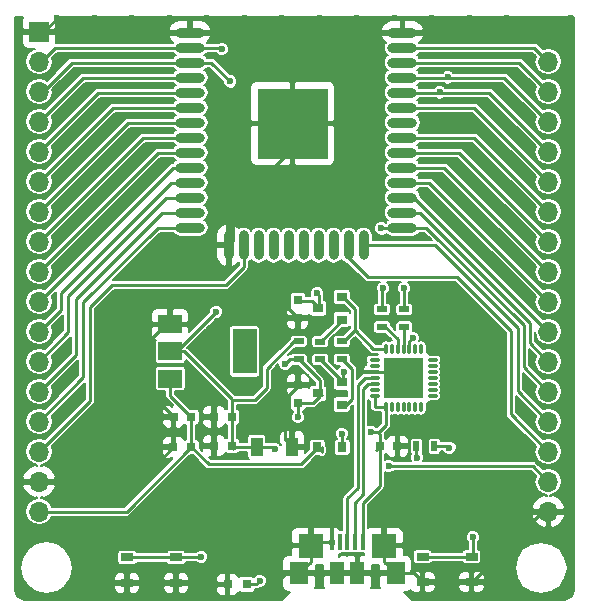
<source format=gtl>
G04 #@! TF.FileFunction,Copper,L1,Top,Signal*
%FSLAX46Y46*%
G04 Gerber Fmt 4.6, Leading zero omitted, Abs format (unit mm)*
G04 Created by KiCad (PCBNEW 4.0.6-e0-6349~52~ubuntu16.10.1) date Fri Apr 21 00:00:01 2017*
%MOMM*%
%LPD*%
G01*
G04 APERTURE LIST*
%ADD10C,0.100000*%
%ADD11O,2.500000X0.900000*%
%ADD12O,0.900000X2.500000*%
%ADD13R,6.000000X6.000000*%
%ADD14R,0.750000X0.800000*%
%ADD15R,0.800000X0.750000*%
%ADD16R,0.900000X0.800000*%
%ADD17R,0.500000X0.900000*%
%ADD18R,0.900000X0.500000*%
%ADD19R,1.050000X0.650000*%
%ADD20R,0.400000X1.350000*%
%ADD21R,2.100000X2.000000*%
%ADD22R,1.600000X1.900000*%
%ADD23R,1.200000X1.900000*%
%ADD24R,0.800000X0.900000*%
%ADD25R,0.800000X0.800000*%
%ADD26R,1.000000X1.600000*%
%ADD27O,0.850000X0.300000*%
%ADD28O,0.300000X0.850000*%
%ADD29R,1.675000X1.675000*%
%ADD30R,2.000000X3.800000*%
%ADD31R,2.000000X1.500000*%
%ADD32R,1.700000X1.700000*%
%ADD33O,1.700000X1.700000*%
%ADD34C,0.600000*%
%ADD35C,0.250000*%
%ADD36C,0.200000*%
G04 APERTURE END LIST*
D10*
D11*
X180627800Y-71204000D03*
X180627800Y-72474000D03*
X180627800Y-73744000D03*
X180627800Y-75014000D03*
X180627800Y-76284000D03*
X180627800Y-77554000D03*
X180627800Y-78824000D03*
X180627800Y-80094000D03*
X180627800Y-81364000D03*
X180627800Y-82634000D03*
X180627800Y-83904000D03*
X180627800Y-85174000D03*
X180627800Y-86444000D03*
X180627800Y-87714000D03*
D12*
X177342800Y-89204000D03*
X176072800Y-89204000D03*
X174802800Y-89204000D03*
X173532800Y-89204000D03*
X172262800Y-89204000D03*
X170992800Y-89204000D03*
X169722800Y-89204000D03*
X168452800Y-89204000D03*
X167182800Y-89204000D03*
X165912800Y-89204000D03*
D11*
X162627800Y-87714000D03*
X162627800Y-86444000D03*
X162627800Y-85174000D03*
X162627800Y-83904000D03*
X162627800Y-82634000D03*
X162627800Y-81364000D03*
X162627800Y-80094000D03*
X162627800Y-78824000D03*
X162627800Y-77554000D03*
X162627800Y-76284000D03*
X162627800Y-75014000D03*
X162627800Y-73744000D03*
X162627800Y-72474000D03*
X162627800Y-71204000D03*
D13*
X171327800Y-78904000D03*
D14*
X171767500Y-93865000D03*
X171767500Y-95365000D03*
D15*
X166180200Y-103733600D03*
X164680200Y-103733600D03*
X162738500Y-106299000D03*
X161238500Y-106299000D03*
X162751200Y-103733600D03*
X161251200Y-103733600D03*
X178701000Y-106222800D03*
X180201000Y-106222800D03*
D16*
X175472600Y-102702400D03*
X175472600Y-100802400D03*
X173472600Y-101752400D03*
X175472600Y-95488800D03*
X175472600Y-93588800D03*
X173472600Y-94538800D03*
D17*
X183312500Y-106235500D03*
X181812500Y-106235500D03*
D18*
X180784500Y-94627000D03*
X180784500Y-96127000D03*
X178879500Y-94627000D03*
X178879500Y-96127000D03*
D19*
X182329000Y-115574500D03*
X186479000Y-115574500D03*
X182329000Y-117724500D03*
X186479000Y-117724500D03*
D20*
X177258500Y-114302500D03*
X176608500Y-114302500D03*
X175958500Y-114302500D03*
X175308500Y-114302500D03*
X174658500Y-114302500D03*
D21*
X179058500Y-114627500D03*
X172858500Y-114627500D03*
D22*
X171858500Y-116977500D03*
D23*
X175108500Y-116977500D03*
X176808500Y-116977500D03*
D22*
X180058500Y-116977500D03*
D24*
X173422600Y-106324400D03*
X175522600Y-106324400D03*
D25*
X167424000Y-117919500D03*
X165824000Y-117919500D03*
D19*
X157310000Y-115638000D03*
X161460000Y-115638000D03*
X157310000Y-117788000D03*
X161460000Y-117788000D03*
D14*
X171780200Y-102553200D03*
X171780200Y-101053200D03*
D15*
X166167500Y-106172000D03*
X164667500Y-106172000D03*
D26*
X168299000Y-106273600D03*
X171299000Y-106273600D03*
D18*
X175488600Y-97344800D03*
X175488600Y-98844800D03*
X171831000Y-98844800D03*
X171831000Y-97344800D03*
D27*
X178271000Y-98931600D03*
X178271000Y-99431600D03*
X178271000Y-99931600D03*
X178271000Y-100431600D03*
X178271000Y-100931600D03*
X178271000Y-101431600D03*
X178271000Y-101931600D03*
D28*
X179221000Y-102881600D03*
X179721000Y-102881600D03*
X180221000Y-102881600D03*
X180721000Y-102881600D03*
X181221000Y-102881600D03*
X181721000Y-102881600D03*
X182221000Y-102881600D03*
D27*
X183171000Y-101931600D03*
X183171000Y-101431600D03*
X183171000Y-100931600D03*
X183171000Y-100431600D03*
X183171000Y-99931600D03*
X183171000Y-99431600D03*
X183171000Y-98931600D03*
D28*
X182221000Y-97981600D03*
X181721000Y-97981600D03*
X181221000Y-97981600D03*
X180721000Y-97981600D03*
X180221000Y-97981600D03*
X179721000Y-97981600D03*
X179221000Y-97981600D03*
D29*
X181558500Y-101269100D03*
X181558500Y-99594100D03*
X179883500Y-101269100D03*
X179883500Y-99594100D03*
D30*
X167259400Y-98196400D03*
D31*
X160959400Y-98196400D03*
X160959400Y-100496400D03*
X160959400Y-95896400D03*
D32*
X149860000Y-71120000D03*
D33*
X149860000Y-73660000D03*
X149860000Y-76200000D03*
X149860000Y-78740000D03*
X149860000Y-81280000D03*
X149860000Y-83820000D03*
X149860000Y-86360000D03*
X149860000Y-88900000D03*
X149860000Y-91440000D03*
X149860000Y-93980000D03*
X149860000Y-96520000D03*
X149860000Y-99060000D03*
X149860000Y-101600000D03*
X149860000Y-104140000D03*
X149860000Y-106680000D03*
X149860000Y-109220000D03*
X149860000Y-111760000D03*
X192976500Y-73660000D03*
X192976500Y-76200000D03*
X192976500Y-78740000D03*
X192976500Y-81280000D03*
X192976500Y-83820000D03*
X192976500Y-86360000D03*
X192976500Y-88900000D03*
X192976500Y-91440000D03*
X192976500Y-93980000D03*
X192976500Y-96520000D03*
X192976500Y-99060000D03*
X192976500Y-101600000D03*
X192976500Y-104140000D03*
X192976500Y-106680000D03*
X192976500Y-109220000D03*
X192976500Y-111760000D03*
D18*
X173672500Y-98857500D03*
X173672500Y-97357500D03*
D34*
X169799000Y-106476800D03*
X165328600Y-72593200D03*
X164871400Y-94843600D03*
X179451000Y-107899200D03*
X161036000Y-81991200D03*
X161036000Y-80721200D03*
X161036000Y-79451200D03*
X161036000Y-78181200D03*
X161061400Y-75641200D03*
X161061400Y-76911200D03*
X161061400Y-73101200D03*
X161061400Y-74371200D03*
X194894200Y-69977000D03*
X189484000Y-69977000D03*
X186309000Y-69977000D03*
X183134000Y-69977000D03*
X179959000Y-69977000D03*
X176784000Y-69977000D03*
X173609000Y-69977000D03*
X170434000Y-69977000D03*
X167259000Y-69977000D03*
X164084000Y-69977000D03*
X160909000Y-69977000D03*
X157734000Y-69977000D03*
X154559000Y-69977000D03*
X151384000Y-69977000D03*
X182473600Y-83261200D03*
X182422800Y-84734400D03*
X182499000Y-81991200D03*
X182499000Y-80721200D03*
X182499000Y-78359000D03*
X182499000Y-75641200D03*
X182727600Y-71170800D03*
X182499000Y-73101200D03*
X182499000Y-74371200D03*
X182499000Y-76911200D03*
X157289500Y-91630500D03*
X178282600Y-103987600D03*
X167106600Y-105460800D03*
X166903400Y-106984800D03*
X180822600Y-104394000D03*
X180873400Y-100838000D03*
X171729400Y-99974400D03*
X163855400Y-104749600D03*
X160909000Y-93929200D03*
X177977800Y-105003600D03*
X175488600Y-105156000D03*
X184467500Y-74993500D03*
X180784500Y-92837000D03*
X183769000Y-76263500D03*
X179006500Y-92837000D03*
X163601400Y-115570000D03*
X171780200Y-103759000D03*
X166039800Y-75336400D03*
X170713400Y-99263200D03*
X184607200Y-106349800D03*
X181483000Y-97078800D03*
X175641000Y-99923600D03*
X186563000Y-113919000D03*
X173405800Y-93268800D03*
X178841400Y-87782400D03*
X181864000Y-107188000D03*
X168529000Y-117602000D03*
D35*
X182753000Y-76301600D02*
X182753000Y-76284000D01*
X182753000Y-76284000D02*
X182753000Y-76301600D01*
X182753000Y-76301600D02*
X182753000Y-76284000D01*
X182753000Y-76284000D02*
X182938600Y-76284000D01*
X149860000Y-73660000D02*
X150050500Y-73660000D01*
X150050500Y-73660000D02*
X151236500Y-72474000D01*
X151236500Y-72474000D02*
X162627800Y-72474000D01*
X179451000Y-107899200D02*
X191655700Y-107899200D01*
X191655700Y-107899200D02*
X192976500Y-109220000D01*
X169595800Y-106273600D02*
X169799000Y-106476800D01*
X168299000Y-106273600D02*
X169595800Y-106273600D01*
X160959400Y-98196400D02*
X161518600Y-98196400D01*
X161518600Y-98196400D02*
X164871400Y-94843600D01*
X165209400Y-72474000D02*
X162627800Y-72474000D01*
X165328600Y-72593200D02*
X165209400Y-72474000D01*
X171831000Y-97344800D02*
X171463400Y-97344800D01*
X171463400Y-97344800D02*
X169138600Y-99669600D01*
X169138600Y-99669600D02*
X169138600Y-101295200D01*
X169138600Y-101295200D02*
X168122600Y-102311200D01*
X168122600Y-102311200D02*
X166180200Y-102311200D01*
X160959400Y-98196400D02*
X162128200Y-98196400D01*
X166180200Y-102248400D02*
X166180200Y-102311200D01*
X166180200Y-102311200D02*
X166180200Y-103733600D01*
X162128200Y-98196400D02*
X166180200Y-102248400D01*
X193040000Y-109220000D02*
X193040000Y-108966000D01*
X179451000Y-107899200D02*
X179501800Y-107899200D01*
X166180200Y-103733600D02*
X166180200Y-106222800D01*
X166180200Y-106222800D02*
X166231000Y-106273600D01*
X166231000Y-106273600D02*
X168299000Y-106273600D01*
X166293800Y-106412600D02*
X166154800Y-106273600D01*
X161036000Y-81991200D02*
X161010600Y-81965800D01*
X161036000Y-80721200D02*
X161036000Y-80746600D01*
X161036000Y-79451200D02*
X161061400Y-79451200D01*
X161036000Y-78181200D02*
X161036000Y-78155800D01*
X161061400Y-76911200D02*
X161061400Y-76936600D01*
X161061400Y-74371200D02*
X161036000Y-74371200D01*
X149860000Y-71120000D02*
X150241000Y-71120000D01*
X150241000Y-71120000D02*
X151384000Y-69977000D01*
X186309000Y-69977000D02*
X189484000Y-69977000D01*
X179959000Y-69977000D02*
X183134000Y-69977000D01*
X173609000Y-69977000D02*
X176784000Y-69977000D01*
X167259000Y-69977000D02*
X170434000Y-69977000D01*
X160909000Y-69977000D02*
X164084000Y-69977000D01*
X154559000Y-69977000D02*
X157734000Y-69977000D01*
X182422800Y-84734400D02*
X182448200Y-84759800D01*
X182499000Y-81991200D02*
X182499000Y-82016600D01*
X182499000Y-80721200D02*
X182473600Y-80721200D01*
X182499000Y-78359000D02*
X182499000Y-78384400D01*
X182694400Y-71204000D02*
X182727600Y-71170800D01*
X180627800Y-71204000D02*
X182694400Y-71204000D01*
X182499000Y-76911200D02*
X182499000Y-76885800D01*
X192976500Y-111760000D02*
X192443500Y-111760000D01*
X192443500Y-111760000D02*
X186479000Y-117724500D01*
X165824000Y-117919500D02*
X161591500Y-117919500D01*
X161591500Y-117919500D02*
X161460000Y-117788000D01*
X161460000Y-117788000D02*
X157310000Y-117788000D01*
X171858500Y-116977500D02*
X170741000Y-116977500D01*
X165824000Y-118961000D02*
X165824000Y-117919500D01*
X166052500Y-119189500D02*
X165824000Y-118961000D01*
X168529000Y-119189500D02*
X166052500Y-119189500D01*
X170741000Y-116977500D02*
X168529000Y-119189500D01*
X179058500Y-114627500D02*
X179058500Y-115977500D01*
X179058500Y-115977500D02*
X180058500Y-116977500D01*
X182329000Y-117724500D02*
X181582000Y-116977500D01*
X181582000Y-116977500D02*
X176808500Y-116977500D01*
X176808500Y-116977500D02*
X175108500Y-116977500D01*
X175108500Y-116977500D02*
X171858500Y-116977500D01*
X171858500Y-116977500D02*
X172858500Y-115977500D01*
X172858500Y-115977500D02*
X172858500Y-114627500D01*
X172858500Y-114627500D02*
X173183500Y-114302500D01*
X173183500Y-114302500D02*
X174658500Y-114302500D01*
X165912800Y-89204000D02*
X159716000Y-89204000D01*
X159716000Y-89204000D02*
X157289500Y-91630500D01*
X149860000Y-109220000D02*
X158317500Y-109220000D01*
X158317500Y-109220000D02*
X161238500Y-106299000D01*
X149860000Y-71120000D02*
X162543800Y-71120000D01*
X162543800Y-71120000D02*
X162627800Y-71204000D01*
X167106600Y-105460800D02*
X167106600Y-105664000D01*
X166903400Y-106984800D02*
X166903400Y-107086400D01*
X181558500Y-99594100D02*
X179883500Y-99594100D01*
X179883500Y-99594100D02*
X179883500Y-101269100D01*
X179883500Y-101269100D02*
X181558500Y-101269100D01*
X171780200Y-101053200D02*
X171780200Y-101142800D01*
X171780200Y-101142800D02*
X170662600Y-102260400D01*
X170662600Y-105637200D02*
X171299000Y-106273600D01*
X170662600Y-102260400D02*
X170662600Y-105637200D01*
X178271000Y-99931600D02*
X179546000Y-99931600D01*
X179546000Y-99931600D02*
X179883500Y-99594100D01*
X180201000Y-105015600D02*
X180822600Y-104394000D01*
X180201000Y-106222800D02*
X180201000Y-105015600D01*
X180873400Y-100838000D02*
X181304500Y-101269100D01*
X181304500Y-101269100D02*
X181558500Y-101269100D01*
X179546000Y-99931600D02*
X179883500Y-99594100D01*
X171780200Y-100025200D02*
X171780200Y-101053200D01*
X171729400Y-99974400D02*
X171780200Y-100025200D01*
X160909000Y-93929200D02*
X170319000Y-93929200D01*
X170319000Y-93929200D02*
X171780200Y-95390400D01*
X163855400Y-104749600D02*
X164680200Y-104749600D01*
X164680200Y-104749600D02*
X164668200Y-104749600D01*
X164668200Y-104749600D02*
X164680200Y-104749600D01*
X160959400Y-95896400D02*
X160567400Y-95896400D01*
X160567400Y-95896400D02*
X159334200Y-97129600D01*
X159334200Y-101816600D02*
X161251200Y-103733600D01*
X159334200Y-97129600D02*
X159334200Y-101816600D01*
X160959400Y-93979600D02*
X160959400Y-95896400D01*
X160909000Y-93929200D02*
X160959400Y-93979600D01*
X171327800Y-78904000D02*
X171327800Y-80970400D01*
X171327800Y-80970400D02*
X166243000Y-86055200D01*
X166243000Y-86055200D02*
X166243000Y-88873800D01*
X166243000Y-88873800D02*
X165912800Y-89204000D01*
X171327800Y-78904000D02*
X171327800Y-71292800D01*
X171327800Y-71292800D02*
X171239000Y-71204000D01*
X162543800Y-71120000D02*
X162627800Y-71204000D01*
X162627800Y-71204000D02*
X171239000Y-71204000D01*
X171239000Y-71204000D02*
X180627800Y-71204000D01*
X164680200Y-103733600D02*
X164680200Y-104749600D01*
X164680200Y-104749600D02*
X164680200Y-106222800D01*
X164680200Y-106222800D02*
X164629400Y-106273600D01*
X161251200Y-106273600D02*
X161251200Y-103733600D01*
X161251200Y-103975600D02*
X161251200Y-103733600D01*
X149860000Y-111760000D02*
X157264800Y-111760000D01*
X157264800Y-111760000D02*
X162751200Y-106273600D01*
X173422600Y-106324400D02*
X173422600Y-106358400D01*
X173422600Y-106358400D02*
X172034200Y-107746800D01*
X172034200Y-107746800D02*
X164224400Y-107746800D01*
X164224400Y-107746800D02*
X162751200Y-106273600D01*
X173778200Y-106324400D02*
X173778200Y-106714000D01*
X162751200Y-106273600D02*
X162751200Y-103733600D01*
X162751200Y-103733600D02*
X160959400Y-101941800D01*
X160959400Y-101941800D02*
X160959400Y-100496400D01*
X177258500Y-114302500D02*
X177258500Y-111031500D01*
X178701000Y-109589000D02*
X178701000Y-106222800D01*
X177258500Y-111031500D02*
X178701000Y-109589000D01*
X178401500Y-106522300D02*
X178701000Y-106222800D01*
X177977800Y-105003600D02*
X177927000Y-105054400D01*
X177927000Y-105054400D02*
X177825400Y-105054400D01*
X177977800Y-105003600D02*
X178485800Y-105003600D01*
X178701000Y-105218800D02*
X178485800Y-105003600D01*
X178485800Y-105003600D02*
X178638200Y-105003600D01*
X178638200Y-105003600D02*
X179221000Y-104420800D01*
X179221000Y-104420800D02*
X179221000Y-102881600D01*
X178701000Y-106222800D02*
X178701000Y-105218800D01*
X178271000Y-101931600D02*
X178271000Y-102858400D01*
X178294200Y-102881600D02*
X179221000Y-102881600D01*
X178271000Y-102858400D02*
X178294200Y-102881600D01*
X178668200Y-106255600D02*
X178701000Y-106222800D01*
X175522600Y-106324400D02*
X175522600Y-105190000D01*
X175522600Y-105190000D02*
X175488600Y-105156000D01*
X179221000Y-102881600D02*
X179221000Y-102947600D01*
X178271000Y-101931600D02*
X178282600Y-101943200D01*
X180784500Y-94627000D02*
X180784500Y-92837000D01*
X184467500Y-74993500D02*
X184467500Y-75014000D01*
X184467500Y-75014000D02*
X184467500Y-75057000D01*
X184467500Y-75057000D02*
X184467500Y-75014000D01*
X183464200Y-75014000D02*
X184467500Y-75014000D01*
X184467500Y-75014000D02*
X189250500Y-75014000D01*
X189250500Y-75014000D02*
X192976500Y-78740000D01*
X180627800Y-75014000D02*
X183464200Y-75014000D01*
X175958500Y-114302500D02*
X175958500Y-110642400D01*
X176860200Y-101041200D02*
X177469800Y-100431600D01*
X176860200Y-107289600D02*
X176860200Y-101041200D01*
X176860200Y-109740700D02*
X176860200Y-107289600D01*
X177469800Y-100431600D02*
X178271000Y-100431600D01*
X175958500Y-110642400D02*
X176860200Y-109740700D01*
X177317400Y-109474000D02*
X177317400Y-110274100D01*
X176608500Y-110983000D02*
X176608500Y-114302500D01*
X177317400Y-110274100D02*
X176608500Y-110983000D01*
X177731800Y-100931600D02*
X178271000Y-100931600D01*
X177317400Y-109561502D02*
X177317400Y-109474000D01*
X177317400Y-109474000D02*
X177317400Y-107035600D01*
X177317400Y-107035600D02*
X177317400Y-101346000D01*
X177317400Y-101346000D02*
X177731800Y-100931600D01*
X178879500Y-94627000D02*
X178879500Y-92964000D01*
X183705500Y-76263500D02*
X183705500Y-76284000D01*
X183726000Y-76284000D02*
X183705500Y-76263500D01*
X183748500Y-76284000D02*
X183726000Y-76284000D01*
X183769000Y-76263500D02*
X183748500Y-76284000D01*
X178879500Y-92964000D02*
X179006500Y-92837000D01*
X180627800Y-76284000D02*
X183705500Y-76284000D01*
X183705500Y-76284000D02*
X187980500Y-76284000D01*
X187980500Y-76284000D02*
X192976500Y-81280000D01*
X163601400Y-115570000D02*
X161528000Y-115570000D01*
X161528000Y-115570000D02*
X161460000Y-115638000D01*
X161460000Y-115638000D02*
X157310000Y-115638000D01*
X171780200Y-102553200D02*
X171780200Y-103759000D01*
X163601400Y-115570000D02*
X163533400Y-115638000D01*
X149860000Y-76200000D02*
X150177500Y-76200000D01*
X150177500Y-76200000D02*
X152633500Y-73744000D01*
X152633500Y-73744000D02*
X162627800Y-73744000D01*
X171831000Y-98844800D02*
X171131800Y-98844800D01*
X164447400Y-73744000D02*
X162627800Y-73744000D01*
X166039800Y-75336400D02*
X164447400Y-73744000D01*
X171131800Y-98844800D02*
X170713400Y-99263200D01*
X171831000Y-98844800D02*
X171831000Y-98856800D01*
X171831000Y-98856800D02*
X173625000Y-100650800D01*
X173625000Y-100650800D02*
X173625000Y-101752400D01*
X173625000Y-101752400D02*
X173625000Y-101990400D01*
X173625000Y-101990400D02*
X173062200Y-102553200D01*
X173062200Y-102553200D02*
X171780200Y-102553200D01*
X173675800Y-101387400D02*
X173675800Y-101752400D01*
X173786800Y-101863400D02*
X173675800Y-101752400D01*
X162627800Y-75014000D02*
X153586000Y-75014000D01*
X153586000Y-75014000D02*
X149860000Y-78740000D01*
X162627800Y-76284000D02*
X154856000Y-76284000D01*
X154856000Y-76284000D02*
X149860000Y-81280000D01*
X162627800Y-77554000D02*
X156126000Y-77554000D01*
X156126000Y-77554000D02*
X149860000Y-83820000D01*
X162627800Y-78824000D02*
X157396000Y-78824000D01*
X157396000Y-78824000D02*
X149860000Y-86360000D01*
X162627800Y-80094000D02*
X158666000Y-80094000D01*
X158666000Y-80094000D02*
X149860000Y-88900000D01*
X162627800Y-81364000D02*
X159936000Y-81364000D01*
X159936000Y-81364000D02*
X149860000Y-91440000D01*
X162627800Y-82634000D02*
X161206000Y-82634000D01*
X161206000Y-82634000D02*
X149860000Y-93980000D01*
X162627800Y-83904000D02*
X161015500Y-83904000D01*
X151701500Y-94678500D02*
X149860000Y-96520000D01*
X151701500Y-93218000D02*
X151701500Y-94678500D01*
X161015500Y-83904000D02*
X151701500Y-93218000D01*
X162627800Y-85174000D02*
X160634500Y-85174000D01*
X152336500Y-96583500D02*
X149860000Y-99060000D01*
X152336500Y-93472000D02*
X152336500Y-96583500D01*
X160634500Y-85174000D02*
X152336500Y-93472000D01*
X162627800Y-86444000D02*
X160253500Y-86444000D01*
X152971500Y-98488500D02*
X149860000Y-101600000D01*
X152971500Y-93726000D02*
X152971500Y-98488500D01*
X160253500Y-86444000D02*
X152971500Y-93726000D01*
X149860000Y-101600000D02*
X150114000Y-101600000D01*
X162627800Y-87714000D02*
X159936000Y-87714000D01*
X153606500Y-100393500D02*
X149860000Y-104140000D01*
X153606500Y-94043500D02*
X153606500Y-100393500D01*
X159936000Y-87714000D02*
X153606500Y-94043500D01*
X149860000Y-104140000D02*
X150241000Y-104140000D01*
X167182800Y-89204000D02*
X167182800Y-91071700D01*
X154178000Y-102362000D02*
X149860000Y-106680000D01*
X154178000Y-94424500D02*
X154178000Y-102362000D01*
X156019500Y-92583000D02*
X154178000Y-94424500D01*
X165671500Y-92583000D02*
X156019500Y-92583000D01*
X167182800Y-91071700D02*
X165671500Y-92583000D01*
X180627800Y-72474000D02*
X191790500Y-72474000D01*
X191790500Y-72474000D02*
X192976500Y-73660000D01*
X180627800Y-73744000D02*
X190520500Y-73744000D01*
X190520500Y-73744000D02*
X192976500Y-76200000D01*
X180627800Y-77554000D02*
X186710500Y-77554000D01*
X186710500Y-77554000D02*
X192976500Y-83820000D01*
X180627800Y-80094000D02*
X186710500Y-80094000D01*
X186710500Y-80094000D02*
X192976500Y-86360000D01*
X180627800Y-80094000D02*
X181668600Y-80094000D01*
X180627800Y-81364000D02*
X185440500Y-81364000D01*
X185440500Y-81364000D02*
X192976500Y-88900000D01*
X184492900Y-106235500D02*
X183312500Y-106235500D01*
X184607200Y-106349800D02*
X184492900Y-106235500D01*
X180627800Y-82634000D02*
X184170500Y-82634000D01*
X184170500Y-82634000D02*
X192976500Y-91440000D01*
X180627800Y-83904000D02*
X182900500Y-83904000D01*
X182900500Y-83904000D02*
X192976500Y-93980000D01*
X180627800Y-85174000D02*
X181630500Y-85174000D01*
X181630500Y-85174000D02*
X192976500Y-96520000D01*
X180627800Y-86444000D02*
X182075000Y-86444000D01*
X191389000Y-97472500D02*
X192976500Y-99060000D01*
X191389000Y-95758000D02*
X191389000Y-97472500D01*
X182075000Y-86444000D02*
X191389000Y-95758000D01*
X177342800Y-89204000D02*
X183368998Y-89204000D01*
X190373000Y-101536500D02*
X192976500Y-104140000D01*
X190373000Y-96208002D02*
X190373000Y-101536500D01*
X183368998Y-89204000D02*
X190373000Y-96208002D01*
X176072800Y-89204000D02*
X176072800Y-90284300D01*
X176072800Y-90284300D02*
X177673000Y-91884500D01*
X189801500Y-103505000D02*
X192976500Y-106680000D01*
X189801500Y-96456500D02*
X189801500Y-103505000D01*
X185229500Y-91884500D02*
X189801500Y-96456500D01*
X177673000Y-91884500D02*
X185229500Y-91884500D01*
X192786000Y-106680000D02*
X193040000Y-106680000D01*
X176072800Y-89204000D02*
X176072800Y-90144600D01*
X176606200Y-96367600D02*
X176606200Y-96418400D01*
X178169400Y-97981600D02*
X179221000Y-97981600D01*
X176606200Y-96418400D02*
X178169400Y-97981600D01*
X175641000Y-97344800D02*
X175641000Y-97332800D01*
X175641000Y-97332800D02*
X176606200Y-96367600D01*
X176606200Y-96367600D02*
X176606200Y-94620800D01*
X176606200Y-94620800D02*
X175574200Y-93588800D01*
X173761400Y-98844800D02*
X173761400Y-98938800D01*
X173761400Y-98938800D02*
X175625000Y-100802400D01*
X175625000Y-100802400D02*
X175625000Y-99939600D01*
X181221000Y-97340800D02*
X181221000Y-97981600D01*
X181483000Y-97078800D02*
X181221000Y-97340800D01*
X175625000Y-99939600D02*
X175641000Y-99923600D01*
X175472600Y-102702400D02*
X175859400Y-102702400D01*
X175859400Y-102702400D02*
X176352200Y-102209600D01*
X176352200Y-102209600D02*
X176352200Y-99708400D01*
X176352200Y-99708400D02*
X175488600Y-98844800D01*
X173761400Y-97344800D02*
X173761400Y-97301600D01*
X173761400Y-97301600D02*
X175574200Y-95488800D01*
X182329000Y-115574500D02*
X186479000Y-115574500D01*
X186479000Y-115574500D02*
X186563000Y-115490500D01*
X186563000Y-115490500D02*
X186563000Y-113919000D01*
X180627800Y-87714000D02*
X182640998Y-87714000D01*
X190881000Y-99504500D02*
X192976500Y-101600000D01*
X190881000Y-95954002D02*
X190881000Y-99504500D01*
X182640998Y-87714000D02*
X190881000Y-95954002D01*
X171780200Y-93890400D02*
X172925800Y-93890400D01*
X172925800Y-93890400D02*
X173574200Y-94538800D01*
X180627800Y-87714000D02*
X178909800Y-87714000D01*
X173574200Y-93437200D02*
X173574200Y-94538800D01*
X173405800Y-93268800D02*
X173574200Y-93437200D01*
X178909800Y-87714000D02*
X178841400Y-87782400D01*
X181812500Y-107136500D02*
X181864000Y-107188000D01*
X168529000Y-117602000D02*
X168211500Y-117919500D01*
X167424000Y-117919500D02*
X168211500Y-117919500D01*
X181812500Y-107136500D02*
X181812500Y-106235500D01*
X181799800Y-106273600D02*
X181799800Y-106566400D01*
X181799800Y-106273600D02*
X181799800Y-106668000D01*
X181799800Y-106273600D02*
X181799800Y-106718800D01*
X181799800Y-106273600D02*
X181799800Y-106515600D01*
X180721000Y-97981600D02*
X180721000Y-96152400D01*
X180721000Y-96152400D02*
X180771800Y-96101600D01*
X178892200Y-96101600D02*
X179185000Y-96101600D01*
X179185000Y-96101600D02*
X180221000Y-97137600D01*
X180221000Y-97137600D02*
X180221000Y-97981600D01*
D36*
G36*
X148494562Y-69925596D02*
X148402000Y-70149062D01*
X148402000Y-70814000D01*
X148554000Y-70966000D01*
X149706000Y-70966000D01*
X149706000Y-70946000D01*
X150014000Y-70946000D01*
X150014000Y-70966000D01*
X151166000Y-70966000D01*
X151243849Y-70888151D01*
X160818046Y-70888151D01*
X160934984Y-71050000D01*
X162473800Y-71050000D01*
X162473800Y-70146000D01*
X162781800Y-70146000D01*
X162781800Y-71050000D01*
X164320616Y-71050000D01*
X164437554Y-70888151D01*
X178818046Y-70888151D01*
X178934984Y-71050000D01*
X180473800Y-71050000D01*
X180473800Y-70146000D01*
X180781800Y-70146000D01*
X180781800Y-71050000D01*
X182320616Y-71050000D01*
X182437554Y-70888151D01*
X182284814Y-70564776D01*
X181974957Y-70285469D01*
X181581800Y-70146000D01*
X180781800Y-70146000D01*
X180473800Y-70146000D01*
X179673800Y-70146000D01*
X179280643Y-70285469D01*
X178970786Y-70564776D01*
X178818046Y-70888151D01*
X164437554Y-70888151D01*
X164284814Y-70564776D01*
X163974957Y-70285469D01*
X163581800Y-70146000D01*
X162781800Y-70146000D01*
X162473800Y-70146000D01*
X161673800Y-70146000D01*
X161280643Y-70285469D01*
X160970786Y-70564776D01*
X160818046Y-70888151D01*
X151243849Y-70888151D01*
X151318000Y-70814000D01*
X151318000Y-70149062D01*
X151225438Y-69925596D01*
X151186342Y-69886500D01*
X195116500Y-69886500D01*
X195116500Y-118364000D01*
X195125327Y-118408374D01*
X195066585Y-118703689D01*
X194874166Y-118991666D01*
X194586189Y-119184085D01*
X194322626Y-119236511D01*
X194310000Y-119234000D01*
X181422830Y-119234000D01*
X180724330Y-118535500D01*
X180979439Y-118535500D01*
X181202905Y-118442937D01*
X181277835Y-118368007D01*
X181288562Y-118393904D01*
X181459595Y-118564937D01*
X181683061Y-118657500D01*
X182023000Y-118657500D01*
X182175000Y-118505500D01*
X182175000Y-117878500D01*
X182483000Y-117878500D01*
X182483000Y-118505500D01*
X182635000Y-118657500D01*
X182974939Y-118657500D01*
X183198405Y-118564937D01*
X183369438Y-118393904D01*
X183462000Y-118170438D01*
X183462000Y-118030500D01*
X185346000Y-118030500D01*
X185346000Y-118170438D01*
X185438562Y-118393904D01*
X185609595Y-118564937D01*
X185833061Y-118657500D01*
X186173000Y-118657500D01*
X186325000Y-118505500D01*
X186325000Y-117878500D01*
X186633000Y-117878500D01*
X186633000Y-118505500D01*
X186785000Y-118657500D01*
X187124939Y-118657500D01*
X187348405Y-118564937D01*
X187519438Y-118393904D01*
X187612000Y-118170438D01*
X187612000Y-118030500D01*
X187460000Y-117878500D01*
X186633000Y-117878500D01*
X186325000Y-117878500D01*
X185498000Y-117878500D01*
X185346000Y-118030500D01*
X183462000Y-118030500D01*
X183310000Y-117878500D01*
X182483000Y-117878500D01*
X182175000Y-117878500D01*
X182155000Y-117878500D01*
X182155000Y-117570500D01*
X182175000Y-117570500D01*
X182175000Y-116943500D01*
X182483000Y-116943500D01*
X182483000Y-117570500D01*
X183310000Y-117570500D01*
X183462000Y-117418500D01*
X183462000Y-117278562D01*
X185346000Y-117278562D01*
X185346000Y-117418500D01*
X185498000Y-117570500D01*
X186325000Y-117570500D01*
X186325000Y-116943500D01*
X186633000Y-116943500D01*
X186633000Y-117570500D01*
X187460000Y-117570500D01*
X187612000Y-117418500D01*
X187612000Y-117278562D01*
X187519438Y-117055096D01*
X187348405Y-116884063D01*
X187124939Y-116791500D01*
X186785000Y-116791500D01*
X186633000Y-116943500D01*
X186325000Y-116943500D01*
X186173000Y-116791500D01*
X185833061Y-116791500D01*
X185609595Y-116884063D01*
X185438562Y-117055096D01*
X185346000Y-117278562D01*
X183462000Y-117278562D01*
X183369438Y-117055096D01*
X183198405Y-116884063D01*
X182974939Y-116791500D01*
X182635000Y-116791500D01*
X182483000Y-116943500D01*
X182175000Y-116943500D01*
X182023000Y-116791500D01*
X181683061Y-116791500D01*
X181466500Y-116881203D01*
X181466500Y-116823498D01*
X181314502Y-116823498D01*
X181466500Y-116671500D01*
X181466500Y-116522500D01*
X190134576Y-116522500D01*
X190304502Y-117376773D01*
X190788409Y-118100991D01*
X191512627Y-118584898D01*
X192366900Y-118754824D01*
X193221173Y-118584898D01*
X193945391Y-118100991D01*
X194429298Y-117376773D01*
X194599224Y-116522500D01*
X194429298Y-115668227D01*
X193945391Y-114944009D01*
X193221173Y-114460102D01*
X192366900Y-114290176D01*
X191512627Y-114460102D01*
X190788409Y-114944009D01*
X190304502Y-115668227D01*
X190134576Y-116522500D01*
X181466500Y-116522500D01*
X181466500Y-115906562D01*
X181373938Y-115683096D01*
X181202905Y-115512063D01*
X180979439Y-115419500D01*
X180716500Y-115419500D01*
X180716500Y-115249500D01*
X181498123Y-115249500D01*
X181498123Y-115899500D01*
X181519042Y-116010673D01*
X181584745Y-116112779D01*
X181684997Y-116181278D01*
X181804000Y-116205377D01*
X182854000Y-116205377D01*
X182965173Y-116184458D01*
X183067279Y-116118755D01*
X183135778Y-116018503D01*
X183139626Y-115999500D01*
X185666940Y-115999500D01*
X185669042Y-116010673D01*
X185734745Y-116112779D01*
X185834997Y-116181278D01*
X185954000Y-116205377D01*
X187004000Y-116205377D01*
X187115173Y-116184458D01*
X187217279Y-116118755D01*
X187285778Y-116018503D01*
X187309877Y-115899500D01*
X187309877Y-115249500D01*
X187288958Y-115138327D01*
X187223255Y-115036221D01*
X187123003Y-114967722D01*
X187004000Y-114943623D01*
X186988000Y-114943623D01*
X186988000Y-114342530D01*
X187071359Y-114259317D01*
X187162896Y-114038871D01*
X187163104Y-113800176D01*
X187071952Y-113579571D01*
X186903317Y-113410641D01*
X186682871Y-113319104D01*
X186444176Y-113318896D01*
X186223571Y-113410048D01*
X186054641Y-113578683D01*
X185963104Y-113799129D01*
X185962896Y-114037824D01*
X186054048Y-114258429D01*
X186138000Y-114342528D01*
X186138000Y-114943623D01*
X185954000Y-114943623D01*
X185842827Y-114964542D01*
X185740721Y-115030245D01*
X185672222Y-115130497D01*
X185668374Y-115149500D01*
X183141060Y-115149500D01*
X183138958Y-115138327D01*
X183073255Y-115036221D01*
X182973003Y-114967722D01*
X182854000Y-114943623D01*
X181804000Y-114943623D01*
X181692827Y-114964542D01*
X181590721Y-115030245D01*
X181522222Y-115130497D01*
X181498123Y-115249500D01*
X180716500Y-115249500D01*
X180716500Y-114933500D01*
X180564500Y-114781500D01*
X179212500Y-114781500D01*
X179212500Y-114801500D01*
X178904500Y-114801500D01*
X178904500Y-114781500D01*
X178884500Y-114781500D01*
X178884500Y-114473500D01*
X178904500Y-114473500D01*
X178904500Y-113171500D01*
X179212500Y-113171500D01*
X179212500Y-114473500D01*
X180564500Y-114473500D01*
X180716500Y-114321500D01*
X180716500Y-113506562D01*
X180623938Y-113283096D01*
X180452905Y-113112063D01*
X180229439Y-113019500D01*
X179364500Y-113019500D01*
X179212500Y-113171500D01*
X178904500Y-113171500D01*
X178752500Y-113019500D01*
X177887561Y-113019500D01*
X177683500Y-113104025D01*
X177683500Y-112138910D01*
X191568597Y-112138910D01*
X191713023Y-112487616D01*
X192087646Y-112915741D01*
X192597589Y-113167915D01*
X192822500Y-113057856D01*
X192822500Y-111914000D01*
X193130500Y-111914000D01*
X193130500Y-113057856D01*
X193355411Y-113167915D01*
X193865354Y-112915741D01*
X194239977Y-112487616D01*
X194384403Y-112138910D01*
X194273389Y-111914000D01*
X193130500Y-111914000D01*
X192822500Y-111914000D01*
X191679611Y-111914000D01*
X191568597Y-112138910D01*
X177683500Y-112138910D01*
X177683500Y-111207540D01*
X179001520Y-109889520D01*
X179093649Y-109751641D01*
X179111860Y-109660086D01*
X179126000Y-109589000D01*
X179126000Y-108413919D01*
X179331129Y-108499096D01*
X179569824Y-108499304D01*
X179790429Y-108408152D01*
X179874528Y-108324200D01*
X191479660Y-108324200D01*
X191909079Y-108753619D01*
X191891509Y-108779914D01*
X191803970Y-109220000D01*
X191891509Y-109660086D01*
X192140797Y-110033173D01*
X192513884Y-110282461D01*
X192822498Y-110343848D01*
X192822498Y-110462143D01*
X192597589Y-110352085D01*
X192087646Y-110604259D01*
X191713023Y-111032384D01*
X191568597Y-111381090D01*
X191679611Y-111606000D01*
X192822500Y-111606000D01*
X192822500Y-111586000D01*
X193130500Y-111586000D01*
X193130500Y-111606000D01*
X194273389Y-111606000D01*
X194384403Y-111381090D01*
X194239977Y-111032384D01*
X193865354Y-110604259D01*
X193355411Y-110352085D01*
X193130502Y-110462143D01*
X193130502Y-110343848D01*
X193439116Y-110282461D01*
X193812203Y-110033173D01*
X194061491Y-109660086D01*
X194149030Y-109220000D01*
X194061491Y-108779914D01*
X193812203Y-108406827D01*
X193439116Y-108157539D01*
X192999030Y-108070000D01*
X192953970Y-108070000D01*
X192514881Y-108157341D01*
X191956220Y-107598680D01*
X191818341Y-107506551D01*
X191791357Y-107501184D01*
X191655700Y-107474200D01*
X182394830Y-107474200D01*
X182463896Y-107307871D01*
X182464104Y-107069176D01*
X182372952Y-106848571D01*
X182338054Y-106813612D01*
X182344278Y-106804503D01*
X182368377Y-106685500D01*
X182368377Y-105785500D01*
X182756623Y-105785500D01*
X182756623Y-106685500D01*
X182777542Y-106796673D01*
X182843245Y-106898779D01*
X182943497Y-106967278D01*
X183062500Y-106991377D01*
X183562500Y-106991377D01*
X183673673Y-106970458D01*
X183775779Y-106904755D01*
X183844278Y-106804503D01*
X183868377Y-106685500D01*
X183868377Y-106660500D01*
X184086377Y-106660500D01*
X184098248Y-106689229D01*
X184266883Y-106858159D01*
X184487329Y-106949696D01*
X184726024Y-106949904D01*
X184946629Y-106858752D01*
X185115559Y-106690117D01*
X185207096Y-106469671D01*
X185207304Y-106230976D01*
X185116152Y-106010371D01*
X184947517Y-105841441D01*
X184727071Y-105749904D01*
X184488376Y-105749696D01*
X184341219Y-105810500D01*
X183868377Y-105810500D01*
X183868377Y-105785500D01*
X183847458Y-105674327D01*
X183781755Y-105572221D01*
X183681503Y-105503722D01*
X183562500Y-105479623D01*
X183062500Y-105479623D01*
X182951327Y-105500542D01*
X182849221Y-105566245D01*
X182780722Y-105666497D01*
X182756623Y-105785500D01*
X182368377Y-105785500D01*
X182347458Y-105674327D01*
X182281755Y-105572221D01*
X182181503Y-105503722D01*
X182062500Y-105479623D01*
X181562500Y-105479623D01*
X181451327Y-105500542D01*
X181349221Y-105566245D01*
X181280722Y-105666497D01*
X181256623Y-105785500D01*
X181256623Y-106685500D01*
X181277542Y-106796673D01*
X181337884Y-106890447D01*
X181264104Y-107068129D01*
X181263896Y-107306824D01*
X181333054Y-107474200D01*
X179874530Y-107474200D01*
X179791317Y-107390841D01*
X179570871Y-107299304D01*
X179332176Y-107299096D01*
X179126000Y-107384286D01*
X179126000Y-106898973D01*
X179212173Y-106882758D01*
X179250676Y-106857982D01*
X179285562Y-106942204D01*
X179456595Y-107113237D01*
X179680061Y-107205800D01*
X179895000Y-107205800D01*
X180047000Y-107053800D01*
X180047000Y-106376800D01*
X180355000Y-106376800D01*
X180355000Y-107053800D01*
X180507000Y-107205800D01*
X180721939Y-107205800D01*
X180945405Y-107113237D01*
X181116438Y-106942204D01*
X181209000Y-106718738D01*
X181209000Y-106528800D01*
X181057000Y-106376800D01*
X180355000Y-106376800D01*
X180047000Y-106376800D01*
X180027000Y-106376800D01*
X180027000Y-106068800D01*
X180047000Y-106068800D01*
X180047000Y-105391800D01*
X180355000Y-105391800D01*
X180355000Y-106068800D01*
X181057000Y-106068800D01*
X181209000Y-105916800D01*
X181209000Y-105726862D01*
X181116438Y-105503396D01*
X180945405Y-105332363D01*
X180721939Y-105239800D01*
X180507000Y-105239800D01*
X180355000Y-105391800D01*
X180047000Y-105391800D01*
X179895000Y-105239800D01*
X179680061Y-105239800D01*
X179456595Y-105332363D01*
X179285562Y-105503396D01*
X179250882Y-105587121D01*
X179220003Y-105566022D01*
X179126000Y-105546986D01*
X179126000Y-105218800D01*
X179109084Y-105133756D01*
X179521521Y-104721320D01*
X179613649Y-104583441D01*
X179646000Y-104420800D01*
X179646000Y-103605886D01*
X179721000Y-103620804D01*
X179893208Y-103586550D01*
X179971000Y-103534571D01*
X180048792Y-103586550D01*
X180221000Y-103620804D01*
X180393208Y-103586550D01*
X180471000Y-103534571D01*
X180548792Y-103586550D01*
X180721000Y-103620804D01*
X180893208Y-103586550D01*
X180971000Y-103534571D01*
X181048792Y-103586550D01*
X181221000Y-103620804D01*
X181393208Y-103586550D01*
X181471000Y-103534571D01*
X181548792Y-103586550D01*
X181721000Y-103620804D01*
X181893208Y-103586550D01*
X181971000Y-103534571D01*
X182048792Y-103586550D01*
X182221000Y-103620804D01*
X182393208Y-103586550D01*
X182539198Y-103489002D01*
X182636746Y-103343012D01*
X182671000Y-103170804D01*
X182671000Y-102650786D01*
X182740405Y-102622037D01*
X182911438Y-102451004D01*
X182940186Y-102381600D01*
X183460204Y-102381600D01*
X183632412Y-102347346D01*
X183778402Y-102249798D01*
X183875950Y-102103808D01*
X183910204Y-101931600D01*
X183875950Y-101759392D01*
X183823971Y-101681600D01*
X183875950Y-101603808D01*
X183910204Y-101431600D01*
X183875950Y-101259392D01*
X183823971Y-101181600D01*
X183875950Y-101103808D01*
X183910204Y-100931600D01*
X183875950Y-100759392D01*
X183823971Y-100681600D01*
X183875950Y-100603808D01*
X183910204Y-100431600D01*
X183875950Y-100259392D01*
X183823971Y-100181600D01*
X183875950Y-100103808D01*
X183910204Y-99931600D01*
X183875950Y-99759392D01*
X183823971Y-99681600D01*
X183875950Y-99603808D01*
X183910204Y-99431600D01*
X183875950Y-99259392D01*
X183823971Y-99181600D01*
X183875950Y-99103808D01*
X183910204Y-98931600D01*
X183875950Y-98759392D01*
X183778402Y-98613402D01*
X183632412Y-98515854D01*
X183460204Y-98481600D01*
X182940186Y-98481600D01*
X182911438Y-98412196D01*
X182740405Y-98241163D01*
X182671000Y-98212414D01*
X182671000Y-97692396D01*
X182636746Y-97520188D01*
X182539198Y-97374198D01*
X182393208Y-97276650D01*
X182221000Y-97242396D01*
X182050672Y-97276276D01*
X182082896Y-97198671D01*
X182083104Y-96959976D01*
X181991952Y-96739371D01*
X181823317Y-96570441D01*
X181602871Y-96478904D01*
X181519755Y-96478832D01*
X181540377Y-96377000D01*
X181540377Y-95877000D01*
X181519458Y-95765827D01*
X181453755Y-95663721D01*
X181353503Y-95595222D01*
X181234500Y-95571123D01*
X180334500Y-95571123D01*
X180223327Y-95592042D01*
X180121221Y-95657745D01*
X180052722Y-95757997D01*
X180028623Y-95877000D01*
X180028623Y-96344182D01*
X179635377Y-95950937D01*
X179635377Y-95877000D01*
X179614458Y-95765827D01*
X179548755Y-95663721D01*
X179448503Y-95595222D01*
X179329500Y-95571123D01*
X178429500Y-95571123D01*
X178318327Y-95592042D01*
X178216221Y-95657745D01*
X178147722Y-95757997D01*
X178123623Y-95877000D01*
X178123623Y-96377000D01*
X178144542Y-96488173D01*
X178210245Y-96590279D01*
X178310497Y-96658778D01*
X178429500Y-96682877D01*
X179165237Y-96682877D01*
X179725688Y-97243328D01*
X179721000Y-97242396D01*
X179548792Y-97276650D01*
X179471000Y-97328629D01*
X179393208Y-97276650D01*
X179221000Y-97242396D01*
X179048792Y-97276650D01*
X178902802Y-97374198D01*
X178805254Y-97520188D01*
X178798011Y-97556600D01*
X178345441Y-97556600D01*
X177031200Y-96242360D01*
X177031200Y-94620800D01*
X176998849Y-94458160D01*
X176945274Y-94377980D01*
X176906720Y-94320279D01*
X176228477Y-93642037D01*
X176228477Y-93188800D01*
X176207558Y-93077627D01*
X176141855Y-92975521D01*
X176041603Y-92907022D01*
X175922600Y-92882923D01*
X175022600Y-92882923D01*
X174911427Y-92903842D01*
X174809321Y-92969545D01*
X174740822Y-93069797D01*
X174716723Y-93188800D01*
X174716723Y-93988800D01*
X174737642Y-94099973D01*
X174803345Y-94202079D01*
X174903597Y-94270578D01*
X175022600Y-94294677D01*
X175679037Y-94294677D01*
X176181200Y-94796841D01*
X176181200Y-94936665D01*
X176141855Y-94875521D01*
X176041603Y-94807022D01*
X175922600Y-94782923D01*
X175022600Y-94782923D01*
X174911427Y-94803842D01*
X174809321Y-94869545D01*
X174740822Y-94969797D01*
X174716723Y-95088800D01*
X174716723Y-95745236D01*
X173660337Y-96801623D01*
X173222500Y-96801623D01*
X173111327Y-96822542D01*
X173009221Y-96888245D01*
X172940722Y-96988497D01*
X172916623Y-97107500D01*
X172916623Y-97607500D01*
X172937542Y-97718673D01*
X173003245Y-97820779D01*
X173103497Y-97889278D01*
X173222500Y-97913377D01*
X174122500Y-97913377D01*
X174233673Y-97892458D01*
X174335779Y-97826755D01*
X174404278Y-97726503D01*
X174428377Y-97607500D01*
X174428377Y-97235663D01*
X175469364Y-96194677D01*
X175922600Y-96194677D01*
X176033773Y-96173758D01*
X176135879Y-96108055D01*
X176181200Y-96041725D01*
X176181200Y-96191560D01*
X175583837Y-96788923D01*
X175038600Y-96788923D01*
X174927427Y-96809842D01*
X174825321Y-96875545D01*
X174756822Y-96975797D01*
X174732723Y-97094800D01*
X174732723Y-97594800D01*
X174753642Y-97705973D01*
X174819345Y-97808079D01*
X174919597Y-97876578D01*
X175038600Y-97900677D01*
X175938600Y-97900677D01*
X176049773Y-97879758D01*
X176151879Y-97814055D01*
X176220378Y-97713803D01*
X176244477Y-97594800D01*
X176244477Y-97330363D01*
X176580800Y-96994040D01*
X177868880Y-98282121D01*
X178006759Y-98374249D01*
X178169400Y-98406600D01*
X178536158Y-98406600D01*
X178530562Y-98412196D01*
X178501814Y-98481600D01*
X177981796Y-98481600D01*
X177809588Y-98515854D01*
X177663598Y-98613402D01*
X177566050Y-98759392D01*
X177531796Y-98931600D01*
X177566050Y-99103808D01*
X177618029Y-99181600D01*
X177566050Y-99259392D01*
X177556899Y-99305395D01*
X177444037Y-99381011D01*
X177275351Y-99634149D01*
X177262739Y-99739528D01*
X177394659Y-99856600D01*
X177856111Y-99856600D01*
X177981796Y-99881600D01*
X178445000Y-99881600D01*
X178445000Y-99893100D01*
X178438000Y-99900100D01*
X178438000Y-99981600D01*
X177981796Y-99981600D01*
X177856111Y-100006600D01*
X177394659Y-100006600D01*
X177372952Y-100025864D01*
X177307159Y-100038951D01*
X177169280Y-100131079D01*
X176777200Y-100523160D01*
X176777200Y-99708400D01*
X176766747Y-99655849D01*
X176744849Y-99545759D01*
X176652721Y-99407880D01*
X176244477Y-98999636D01*
X176244477Y-98594800D01*
X176223558Y-98483627D01*
X176157855Y-98381521D01*
X176057603Y-98313022D01*
X175938600Y-98288923D01*
X175038600Y-98288923D01*
X174927427Y-98309842D01*
X174825321Y-98375545D01*
X174756822Y-98475797D01*
X174732723Y-98594800D01*
X174732723Y-99094800D01*
X174753642Y-99205973D01*
X174819345Y-99308079D01*
X174919597Y-99376578D01*
X175038600Y-99400677D01*
X175335383Y-99400677D01*
X175301571Y-99414648D01*
X175132641Y-99583283D01*
X175095755Y-99672114D01*
X174428377Y-99004737D01*
X174428377Y-98607500D01*
X174407458Y-98496327D01*
X174341755Y-98394221D01*
X174241503Y-98325722D01*
X174122500Y-98301623D01*
X173222500Y-98301623D01*
X173111327Y-98322542D01*
X173009221Y-98388245D01*
X172940722Y-98488497D01*
X172916623Y-98607500D01*
X172916623Y-99107500D01*
X172937542Y-99218673D01*
X173003245Y-99320779D01*
X173103497Y-99389278D01*
X173222500Y-99413377D01*
X173634937Y-99413377D01*
X174716723Y-100495164D01*
X174716723Y-101202400D01*
X174737642Y-101313573D01*
X174803345Y-101415679D01*
X174903597Y-101484178D01*
X175022600Y-101508277D01*
X175922600Y-101508277D01*
X175927200Y-101507411D01*
X175927200Y-101997455D01*
X175922600Y-101996523D01*
X175022600Y-101996523D01*
X174911427Y-102017442D01*
X174809321Y-102083145D01*
X174740822Y-102183397D01*
X174716723Y-102302400D01*
X174716723Y-103102400D01*
X174737642Y-103213573D01*
X174803345Y-103315679D01*
X174903597Y-103384178D01*
X175022600Y-103408277D01*
X175922600Y-103408277D01*
X176033773Y-103387358D01*
X176135879Y-103321655D01*
X176204378Y-103221403D01*
X176228477Y-103102400D01*
X176228477Y-102934363D01*
X176435200Y-102727641D01*
X176435200Y-109564659D01*
X175657980Y-110341880D01*
X175565851Y-110479759D01*
X175565851Y-110479760D01*
X175533500Y-110642400D01*
X175533500Y-113326686D01*
X175508500Y-113321623D01*
X175389896Y-113321623D01*
X175373938Y-113283096D01*
X175202905Y-113112063D01*
X174979439Y-113019500D01*
X174910500Y-113019500D01*
X174758500Y-113171500D01*
X174758500Y-114148500D01*
X174802623Y-114148500D01*
X174802623Y-114456500D01*
X174758500Y-114456500D01*
X174758500Y-114476500D01*
X174558500Y-114476500D01*
X174558500Y-114456500D01*
X174484500Y-114456500D01*
X174484500Y-114353500D01*
X174516500Y-114321500D01*
X174516500Y-114148500D01*
X174558500Y-114148500D01*
X174558500Y-113171500D01*
X174406500Y-113019500D01*
X174337561Y-113019500D01*
X174183500Y-113083314D01*
X174029439Y-113019500D01*
X173164500Y-113019500D01*
X173012500Y-113171500D01*
X173012500Y-114473500D01*
X173032500Y-114473500D01*
X173032500Y-114781500D01*
X173012500Y-114781500D01*
X173012500Y-114801500D01*
X172704500Y-114801500D01*
X172704500Y-114781500D01*
X171352500Y-114781500D01*
X171200500Y-114933500D01*
X171200500Y-115419500D01*
X170937561Y-115419500D01*
X170714095Y-115512063D01*
X170543062Y-115683096D01*
X170450500Y-115906562D01*
X170450500Y-116671500D01*
X170602500Y-116823500D01*
X171704500Y-116823500D01*
X171704500Y-116803500D01*
X172012500Y-116803500D01*
X172012500Y-116823500D01*
X173114500Y-116823500D01*
X173266500Y-116671500D01*
X173266500Y-116235500D01*
X173900500Y-116235500D01*
X173900500Y-116671500D01*
X174052500Y-116823500D01*
X174954500Y-116823500D01*
X174954500Y-116803500D01*
X175262500Y-116803500D01*
X175262500Y-116823500D01*
X176654500Y-116823500D01*
X176654500Y-115571500D01*
X176502500Y-115419500D01*
X176087561Y-115419500D01*
X175958500Y-115472959D01*
X175829439Y-115419500D01*
X175414500Y-115419500D01*
X175262502Y-115571498D01*
X175262502Y-115433340D01*
X175373938Y-115321904D01*
X175389896Y-115283377D01*
X175508500Y-115283377D01*
X175619673Y-115262458D01*
X175632279Y-115254346D01*
X175639497Y-115259278D01*
X175758500Y-115283377D01*
X176158500Y-115283377D01*
X176269673Y-115262458D01*
X176282279Y-115254346D01*
X176289497Y-115259278D01*
X176408500Y-115283377D01*
X176808500Y-115283377D01*
X176919673Y-115262458D01*
X176932279Y-115254346D01*
X176939497Y-115259278D01*
X177058500Y-115283377D01*
X177400500Y-115283377D01*
X177400500Y-115419500D01*
X177114500Y-115419500D01*
X176962500Y-115571500D01*
X176962500Y-116823500D01*
X177864500Y-116823500D01*
X178016500Y-116671500D01*
X178016500Y-116235500D01*
X178650500Y-116235500D01*
X178650500Y-116671500D01*
X178802500Y-116823500D01*
X179904500Y-116823500D01*
X179904500Y-116803500D01*
X180212500Y-116803500D01*
X180212500Y-116823500D01*
X180232500Y-116823500D01*
X180232500Y-117131500D01*
X180212500Y-117131500D01*
X180212500Y-117151500D01*
X179904500Y-117151500D01*
X179904500Y-117131500D01*
X178802500Y-117131500D01*
X178650500Y-117283500D01*
X178650500Y-118048438D01*
X178731090Y-118243000D01*
X177935910Y-118243000D01*
X178016500Y-118048438D01*
X178016500Y-117283500D01*
X177864500Y-117131500D01*
X176962500Y-117131500D01*
X176962500Y-117151500D01*
X176654500Y-117151500D01*
X176654500Y-117131500D01*
X175262500Y-117131500D01*
X175262500Y-117151500D01*
X174954500Y-117151500D01*
X174954500Y-117131500D01*
X174052500Y-117131500D01*
X173900500Y-117283500D01*
X173900500Y-118048438D01*
X173981090Y-118243000D01*
X173185910Y-118243000D01*
X173266500Y-118048438D01*
X173266500Y-117283500D01*
X173114500Y-117131500D01*
X172012500Y-117131500D01*
X172012500Y-117151500D01*
X171704500Y-117151500D01*
X171704500Y-117131500D01*
X170602500Y-117131500D01*
X170450500Y-117283500D01*
X170450500Y-118048438D01*
X170543062Y-118271904D01*
X170714095Y-118442937D01*
X170937561Y-118535500D01*
X171131914Y-118535500D01*
X170433414Y-119234000D01*
X148780500Y-119234000D01*
X148704376Y-119249142D01*
X148377311Y-119184085D01*
X148089334Y-118991666D01*
X147896915Y-118703689D01*
X147838173Y-118408376D01*
X147847000Y-118364000D01*
X147847000Y-116509800D01*
X148249976Y-116509800D01*
X148419902Y-117364073D01*
X148903809Y-118088291D01*
X149628027Y-118572198D01*
X150482300Y-118742124D01*
X151336573Y-118572198D01*
X152052246Y-118094000D01*
X156177000Y-118094000D01*
X156177000Y-118233938D01*
X156269562Y-118457404D01*
X156440595Y-118628437D01*
X156664061Y-118721000D01*
X157004000Y-118721000D01*
X157156000Y-118569000D01*
X157156000Y-117942000D01*
X157464000Y-117942000D01*
X157464000Y-118569000D01*
X157616000Y-118721000D01*
X157955939Y-118721000D01*
X158179405Y-118628437D01*
X158350438Y-118457404D01*
X158443000Y-118233938D01*
X158443000Y-118094000D01*
X160327000Y-118094000D01*
X160327000Y-118233938D01*
X160419562Y-118457404D01*
X160590595Y-118628437D01*
X160814061Y-118721000D01*
X161154000Y-118721000D01*
X161306000Y-118569000D01*
X161306000Y-117942000D01*
X161614000Y-117942000D01*
X161614000Y-118569000D01*
X161766000Y-118721000D01*
X162105939Y-118721000D01*
X162329405Y-118628437D01*
X162500438Y-118457404D01*
X162593000Y-118233938D01*
X162593000Y-118225500D01*
X164816000Y-118225500D01*
X164816000Y-118440438D01*
X164908562Y-118663904D01*
X165079595Y-118834937D01*
X165303061Y-118927500D01*
X165518000Y-118927500D01*
X165670000Y-118775500D01*
X165670000Y-118073500D01*
X164968000Y-118073500D01*
X164816000Y-118225500D01*
X162593000Y-118225500D01*
X162593000Y-118094000D01*
X162441000Y-117942000D01*
X161614000Y-117942000D01*
X161306000Y-117942000D01*
X160479000Y-117942000D01*
X160327000Y-118094000D01*
X158443000Y-118094000D01*
X158291000Y-117942000D01*
X157464000Y-117942000D01*
X157156000Y-117942000D01*
X156329000Y-117942000D01*
X156177000Y-118094000D01*
X152052246Y-118094000D01*
X152060791Y-118088291D01*
X152544698Y-117364073D01*
X152549076Y-117342062D01*
X156177000Y-117342062D01*
X156177000Y-117482000D01*
X156329000Y-117634000D01*
X157156000Y-117634000D01*
X157156000Y-117007000D01*
X157464000Y-117007000D01*
X157464000Y-117634000D01*
X158291000Y-117634000D01*
X158443000Y-117482000D01*
X158443000Y-117342062D01*
X160327000Y-117342062D01*
X160327000Y-117482000D01*
X160479000Y-117634000D01*
X161306000Y-117634000D01*
X161306000Y-117007000D01*
X161614000Y-117007000D01*
X161614000Y-117634000D01*
X162441000Y-117634000D01*
X162593000Y-117482000D01*
X162593000Y-117398562D01*
X164816000Y-117398562D01*
X164816000Y-117613500D01*
X164968000Y-117765500D01*
X165670000Y-117765500D01*
X165670000Y-117063500D01*
X165978000Y-117063500D01*
X165978000Y-117765500D01*
X165998000Y-117765500D01*
X165998000Y-118073500D01*
X165978000Y-118073500D01*
X165978000Y-118775500D01*
X166130000Y-118927500D01*
X166344939Y-118927500D01*
X166568405Y-118834937D01*
X166739438Y-118663904D01*
X166798057Y-118522385D01*
X166804745Y-118532779D01*
X166904997Y-118601278D01*
X167024000Y-118625377D01*
X167824000Y-118625377D01*
X167935173Y-118604458D01*
X168037279Y-118538755D01*
X168105778Y-118438503D01*
X168124814Y-118344500D01*
X168211500Y-118344500D01*
X168347157Y-118317516D01*
X168374141Y-118312149D01*
X168512020Y-118220020D01*
X168530039Y-118202001D01*
X168647824Y-118202104D01*
X168868429Y-118110952D01*
X169037359Y-117942317D01*
X169128896Y-117721871D01*
X169129104Y-117483176D01*
X169037952Y-117262571D01*
X168869317Y-117093641D01*
X168648871Y-117002104D01*
X168410176Y-117001896D01*
X168189571Y-117093048D01*
X168020641Y-117261683D01*
X168011233Y-117284341D01*
X167943003Y-117237722D01*
X167824000Y-117213623D01*
X167024000Y-117213623D01*
X166912827Y-117234542D01*
X166810721Y-117300245D01*
X166798615Y-117317963D01*
X166739438Y-117175096D01*
X166568405Y-117004063D01*
X166344939Y-116911500D01*
X166130000Y-116911500D01*
X165978000Y-117063500D01*
X165670000Y-117063500D01*
X165518000Y-116911500D01*
X165303061Y-116911500D01*
X165079595Y-117004063D01*
X164908562Y-117175096D01*
X164816000Y-117398562D01*
X162593000Y-117398562D01*
X162593000Y-117342062D01*
X162500438Y-117118596D01*
X162329405Y-116947563D01*
X162105939Y-116855000D01*
X161766000Y-116855000D01*
X161614000Y-117007000D01*
X161306000Y-117007000D01*
X161154000Y-116855000D01*
X160814061Y-116855000D01*
X160590595Y-116947563D01*
X160419562Y-117118596D01*
X160327000Y-117342062D01*
X158443000Y-117342062D01*
X158350438Y-117118596D01*
X158179405Y-116947563D01*
X157955939Y-116855000D01*
X157616000Y-116855000D01*
X157464000Y-117007000D01*
X157156000Y-117007000D01*
X157004000Y-116855000D01*
X156664061Y-116855000D01*
X156440595Y-116947563D01*
X156269562Y-117118596D01*
X156177000Y-117342062D01*
X152549076Y-117342062D01*
X152714624Y-116509800D01*
X152544698Y-115655527D01*
X152315829Y-115313000D01*
X156479123Y-115313000D01*
X156479123Y-115963000D01*
X156500042Y-116074173D01*
X156565745Y-116176279D01*
X156665997Y-116244778D01*
X156785000Y-116268877D01*
X157835000Y-116268877D01*
X157946173Y-116247958D01*
X158048279Y-116182255D01*
X158116778Y-116082003D01*
X158120626Y-116063000D01*
X160647940Y-116063000D01*
X160650042Y-116074173D01*
X160715745Y-116176279D01*
X160815997Y-116244778D01*
X160935000Y-116268877D01*
X161985000Y-116268877D01*
X162096173Y-116247958D01*
X162198279Y-116182255D01*
X162266778Y-116082003D01*
X162284397Y-115995000D01*
X163177870Y-115995000D01*
X163261083Y-116078359D01*
X163481529Y-116169896D01*
X163720224Y-116170104D01*
X163940829Y-116078952D01*
X164109759Y-115910317D01*
X164201296Y-115689871D01*
X164201504Y-115451176D01*
X164110352Y-115230571D01*
X163941717Y-115061641D01*
X163721271Y-114970104D01*
X163482576Y-114969896D01*
X163261971Y-115061048D01*
X163177872Y-115145000D01*
X162233391Y-115145000D01*
X162204255Y-115099721D01*
X162104003Y-115031222D01*
X161985000Y-115007123D01*
X160935000Y-115007123D01*
X160823827Y-115028042D01*
X160721721Y-115093745D01*
X160653222Y-115193997D01*
X160649374Y-115213000D01*
X158122060Y-115213000D01*
X158119958Y-115201827D01*
X158054255Y-115099721D01*
X157954003Y-115031222D01*
X157835000Y-115007123D01*
X156785000Y-115007123D01*
X156673827Y-115028042D01*
X156571721Y-115093745D01*
X156503222Y-115193997D01*
X156479123Y-115313000D01*
X152315829Y-115313000D01*
X152060791Y-114931309D01*
X151336573Y-114447402D01*
X150482300Y-114277476D01*
X149628027Y-114447402D01*
X148903809Y-114931309D01*
X148419902Y-115655527D01*
X148249976Y-116509800D01*
X147847000Y-116509800D01*
X147847000Y-113506562D01*
X171200500Y-113506562D01*
X171200500Y-114321500D01*
X171352500Y-114473500D01*
X172704500Y-114473500D01*
X172704500Y-113171500D01*
X172552500Y-113019500D01*
X171687561Y-113019500D01*
X171464095Y-113112063D01*
X171293062Y-113283096D01*
X171200500Y-113506562D01*
X147847000Y-113506562D01*
X147847000Y-109598910D01*
X148452097Y-109598910D01*
X148596523Y-109947616D01*
X148971146Y-110375741D01*
X149481089Y-110627915D01*
X149705998Y-110517857D01*
X149705998Y-110636152D01*
X149397384Y-110697539D01*
X149024297Y-110946827D01*
X148775009Y-111319914D01*
X148687470Y-111760000D01*
X148775009Y-112200086D01*
X149024297Y-112573173D01*
X149397384Y-112822461D01*
X149837470Y-112910000D01*
X149882530Y-112910000D01*
X150322616Y-112822461D01*
X150695703Y-112573173D01*
X150944991Y-112200086D01*
X150947992Y-112185000D01*
X157264800Y-112185000D01*
X157400457Y-112158016D01*
X157427441Y-112152649D01*
X157565320Y-112060520D01*
X162645964Y-106979877D01*
X162856437Y-106979877D01*
X163923879Y-108047320D01*
X164016008Y-108108878D01*
X164061760Y-108139449D01*
X164224400Y-108171800D01*
X172034200Y-108171800D01*
X172169857Y-108144816D01*
X172196841Y-108139449D01*
X172334720Y-108047320D01*
X173301763Y-107080277D01*
X173576092Y-107080277D01*
X173615560Y-107106649D01*
X173778200Y-107139000D01*
X173940840Y-107106649D01*
X174078720Y-107014520D01*
X174170849Y-106876640D01*
X174203200Y-106714000D01*
X174203200Y-106324400D01*
X174170849Y-106161760D01*
X174128477Y-106098346D01*
X174128477Y-105874400D01*
X174816723Y-105874400D01*
X174816723Y-106774400D01*
X174837642Y-106885573D01*
X174903345Y-106987679D01*
X175003597Y-107056178D01*
X175122600Y-107080277D01*
X175922600Y-107080277D01*
X176033773Y-107059358D01*
X176135879Y-106993655D01*
X176204378Y-106893403D01*
X176228477Y-106774400D01*
X176228477Y-105874400D01*
X176207558Y-105763227D01*
X176141855Y-105661121D01*
X176041603Y-105592622D01*
X175947600Y-105573586D01*
X175947600Y-105545590D01*
X175996959Y-105496317D01*
X176088496Y-105275871D01*
X176088704Y-105037176D01*
X175997552Y-104816571D01*
X175828917Y-104647641D01*
X175608471Y-104556104D01*
X175369776Y-104555896D01*
X175149171Y-104647048D01*
X174980241Y-104815683D01*
X174888704Y-105036129D01*
X174888496Y-105274824D01*
X174979648Y-105495429D01*
X175063681Y-105579609D01*
X175011427Y-105589442D01*
X174909321Y-105655145D01*
X174840822Y-105755397D01*
X174816723Y-105874400D01*
X174128477Y-105874400D01*
X174107558Y-105763227D01*
X174041855Y-105661121D01*
X173941603Y-105592622D01*
X173822600Y-105568523D01*
X173022600Y-105568523D01*
X172911427Y-105589442D01*
X172809321Y-105655145D01*
X172740822Y-105755397D01*
X172716723Y-105874400D01*
X172716723Y-106463237D01*
X172407000Y-106772960D01*
X172407000Y-106579600D01*
X172255000Y-106427600D01*
X171453000Y-106427600D01*
X171453000Y-106447600D01*
X171145000Y-106447600D01*
X171145000Y-106427600D01*
X171125000Y-106427600D01*
X171125000Y-106119600D01*
X171145000Y-106119600D01*
X171145000Y-105017600D01*
X171453000Y-105017600D01*
X171453000Y-106119600D01*
X172255000Y-106119600D01*
X172407000Y-105967600D01*
X172407000Y-105352662D01*
X172314438Y-105129196D01*
X172143405Y-104958163D01*
X171919939Y-104865600D01*
X171605000Y-104865600D01*
X171453000Y-105017600D01*
X171145000Y-105017600D01*
X170993000Y-104865600D01*
X170678061Y-104865600D01*
X170454595Y-104958163D01*
X170283562Y-105129196D01*
X170191000Y-105352662D01*
X170191000Y-105967600D01*
X170342998Y-106119598D01*
X170290210Y-106119598D01*
X170139317Y-105968441D01*
X169918871Y-105876904D01*
X169737299Y-105876746D01*
X169725506Y-105874400D01*
X169595800Y-105848600D01*
X169104877Y-105848600D01*
X169104877Y-105473600D01*
X169083958Y-105362427D01*
X169018255Y-105260321D01*
X168918003Y-105191822D01*
X168799000Y-105167723D01*
X167799000Y-105167723D01*
X167687827Y-105188642D01*
X167585721Y-105254345D01*
X167517222Y-105354597D01*
X167493123Y-105473600D01*
X167493123Y-105848600D01*
X166873377Y-105848600D01*
X166873377Y-105797000D01*
X166852458Y-105685827D01*
X166786755Y-105583721D01*
X166686503Y-105515222D01*
X166605200Y-105498758D01*
X166605200Y-104409773D01*
X166691373Y-104393558D01*
X166793479Y-104327855D01*
X166861978Y-104227603D01*
X166886077Y-104108600D01*
X166886077Y-103358600D01*
X166865158Y-103247427D01*
X166799455Y-103145321D01*
X166699203Y-103076822D01*
X166605200Y-103057786D01*
X166605200Y-102736200D01*
X168122600Y-102736200D01*
X168258257Y-102709216D01*
X168285241Y-102703849D01*
X168423120Y-102611720D01*
X169439120Y-101595720D01*
X169531249Y-101457841D01*
X169546414Y-101381600D01*
X169563600Y-101295200D01*
X169563600Y-100532261D01*
X170797200Y-100532261D01*
X170797200Y-100747200D01*
X170949200Y-100899200D01*
X171626200Y-100899200D01*
X171626200Y-100197200D01*
X171934200Y-100197200D01*
X171934200Y-100899200D01*
X172611200Y-100899200D01*
X172763200Y-100747200D01*
X172763200Y-100532261D01*
X172670637Y-100308795D01*
X172499604Y-100137762D01*
X172276138Y-100045200D01*
X172086200Y-100045200D01*
X171934200Y-100197200D01*
X171626200Y-100197200D01*
X171474200Y-100045200D01*
X171284262Y-100045200D01*
X171060796Y-100137762D01*
X170889763Y-100308795D01*
X170797200Y-100532261D01*
X169563600Y-100532261D01*
X169563600Y-99845640D01*
X170113371Y-99295869D01*
X170113296Y-99382024D01*
X170204448Y-99602629D01*
X170373083Y-99771559D01*
X170593529Y-99863096D01*
X170832224Y-99863304D01*
X171052829Y-99772152D01*
X171221759Y-99603517D01*
X171311804Y-99386664D01*
X171381000Y-99400677D01*
X171773837Y-99400677D01*
X173200000Y-100826840D01*
X173200000Y-101046523D01*
X173022600Y-101046523D01*
X172911427Y-101067442D01*
X172809321Y-101133145D01*
X172740822Y-101233397D01*
X172723405Y-101319405D01*
X172611200Y-101207200D01*
X171934200Y-101207200D01*
X171934200Y-101227200D01*
X171626200Y-101227200D01*
X171626200Y-101207200D01*
X170949200Y-101207200D01*
X170797200Y-101359200D01*
X170797200Y-101574139D01*
X170889763Y-101797605D01*
X171060796Y-101968638D01*
X171144521Y-102003318D01*
X171123422Y-102034197D01*
X171099323Y-102153200D01*
X171099323Y-102953200D01*
X171120242Y-103064373D01*
X171185945Y-103166479D01*
X171286197Y-103234978D01*
X171355200Y-103248952D01*
X171355200Y-103335470D01*
X171271841Y-103418683D01*
X171180304Y-103639129D01*
X171180096Y-103877824D01*
X171271248Y-104098429D01*
X171439883Y-104267359D01*
X171660329Y-104358896D01*
X171899024Y-104359104D01*
X172119629Y-104267952D01*
X172288559Y-104099317D01*
X172380096Y-103878871D01*
X172380304Y-103640176D01*
X172289152Y-103419571D01*
X172205200Y-103335472D01*
X172205200Y-103249669D01*
X172266373Y-103238158D01*
X172368479Y-103172455D01*
X172436978Y-103072203D01*
X172456014Y-102978200D01*
X173062200Y-102978200D01*
X173197857Y-102951216D01*
X173224841Y-102945849D01*
X173362720Y-102853720D01*
X173758164Y-102458277D01*
X173922600Y-102458277D01*
X174033773Y-102437358D01*
X174135879Y-102371655D01*
X174204378Y-102271403D01*
X174228477Y-102152400D01*
X174228477Y-101352400D01*
X174207558Y-101241227D01*
X174141855Y-101139121D01*
X174050000Y-101076359D01*
X174050000Y-100650800D01*
X174017649Y-100488160D01*
X174017649Y-100488159D01*
X173925520Y-100350280D01*
X172586877Y-99011637D01*
X172586877Y-98594800D01*
X172565958Y-98483627D01*
X172500255Y-98381521D01*
X172400003Y-98313022D01*
X172281000Y-98288923D01*
X171381000Y-98288923D01*
X171269827Y-98309842D01*
X171167721Y-98375545D01*
X171137483Y-98419800D01*
X171131800Y-98419800D01*
X170996143Y-98446784D01*
X170969159Y-98452151D01*
X170932785Y-98476456D01*
X171508564Y-97900677D01*
X172281000Y-97900677D01*
X172392173Y-97879758D01*
X172494279Y-97814055D01*
X172562778Y-97713803D01*
X172586877Y-97594800D01*
X172586877Y-97094800D01*
X172565958Y-96983627D01*
X172500255Y-96881521D01*
X172400003Y-96813022D01*
X172281000Y-96788923D01*
X171381000Y-96788923D01*
X171269827Y-96809842D01*
X171167721Y-96875545D01*
X171099222Y-96975797D01*
X171075123Y-97094800D01*
X171075123Y-97132036D01*
X168838080Y-99369080D01*
X168745951Y-99506959D01*
X168745951Y-99506960D01*
X168713600Y-99669600D01*
X168713600Y-101119160D01*
X167946560Y-101886200D01*
X166419041Y-101886200D01*
X162428720Y-97895880D01*
X162423589Y-97892451D01*
X164019640Y-96296400D01*
X165953523Y-96296400D01*
X165953523Y-100096400D01*
X165974442Y-100207573D01*
X166040145Y-100309679D01*
X166140397Y-100378178D01*
X166259400Y-100402277D01*
X168259400Y-100402277D01*
X168370573Y-100381358D01*
X168472679Y-100315655D01*
X168541178Y-100215403D01*
X168565277Y-100096400D01*
X168565277Y-96296400D01*
X168544358Y-96185227D01*
X168478655Y-96083121D01*
X168378403Y-96014622D01*
X168259400Y-95990523D01*
X166259400Y-95990523D01*
X166148227Y-96011442D01*
X166046121Y-96077145D01*
X165977622Y-96177397D01*
X165953523Y-96296400D01*
X164019640Y-96296400D01*
X164645040Y-95671000D01*
X170784500Y-95671000D01*
X170784500Y-95885939D01*
X170877063Y-96109405D01*
X171048096Y-96280438D01*
X171271562Y-96373000D01*
X171461500Y-96373000D01*
X171613500Y-96221000D01*
X171613500Y-95519000D01*
X171921500Y-95519000D01*
X171921500Y-96221000D01*
X172073500Y-96373000D01*
X172263438Y-96373000D01*
X172486904Y-96280438D01*
X172657937Y-96109405D01*
X172750500Y-95885939D01*
X172750500Y-95671000D01*
X172598500Y-95519000D01*
X171921500Y-95519000D01*
X171613500Y-95519000D01*
X170936500Y-95519000D01*
X170784500Y-95671000D01*
X164645040Y-95671000D01*
X164872440Y-95443601D01*
X164990224Y-95443704D01*
X165210829Y-95352552D01*
X165379759Y-95183917D01*
X165471296Y-94963471D01*
X165471400Y-94844061D01*
X170784500Y-94844061D01*
X170784500Y-95059000D01*
X170936500Y-95211000D01*
X171613500Y-95211000D01*
X171613500Y-95191000D01*
X171921500Y-95191000D01*
X171921500Y-95211000D01*
X172598500Y-95211000D01*
X172746211Y-95063289D01*
X172803345Y-95152079D01*
X172903597Y-95220578D01*
X173022600Y-95244677D01*
X173922600Y-95244677D01*
X174033773Y-95223758D01*
X174135879Y-95158055D01*
X174204378Y-95057803D01*
X174228477Y-94938800D01*
X174228477Y-94138800D01*
X174207558Y-94027627D01*
X174141855Y-93925521D01*
X174041603Y-93857022D01*
X173999200Y-93848435D01*
X173999200Y-93437200D01*
X173994777Y-93414966D01*
X174005696Y-93388671D01*
X174005904Y-93149976D01*
X173914752Y-92929371D01*
X173746117Y-92760441D01*
X173525671Y-92668904D01*
X173286976Y-92668696D01*
X173066371Y-92759848D01*
X172897441Y-92928483D01*
X172805904Y-93148929D01*
X172805696Y-93387624D01*
X172837832Y-93465400D01*
X172448377Y-93465400D01*
X172448377Y-93465000D01*
X172427458Y-93353827D01*
X172361755Y-93251721D01*
X172261503Y-93183222D01*
X172142500Y-93159123D01*
X171392500Y-93159123D01*
X171281327Y-93180042D01*
X171179221Y-93245745D01*
X171110722Y-93345997D01*
X171086623Y-93465000D01*
X171086623Y-94265000D01*
X171107542Y-94376173D01*
X171132318Y-94414676D01*
X171048096Y-94449562D01*
X170877063Y-94620595D01*
X170784500Y-94844061D01*
X165471400Y-94844061D01*
X165471504Y-94724776D01*
X165380352Y-94504171D01*
X165211717Y-94335241D01*
X164991271Y-94243704D01*
X164752576Y-94243496D01*
X164531971Y-94334648D01*
X164363041Y-94503283D01*
X164271504Y-94723729D01*
X164271400Y-94842559D01*
X162567400Y-96546560D01*
X162567400Y-96202400D01*
X162415400Y-96050400D01*
X161113400Y-96050400D01*
X161113400Y-96070400D01*
X160805400Y-96070400D01*
X160805400Y-96050400D01*
X159503400Y-96050400D01*
X159351400Y-96202400D01*
X159351400Y-96767338D01*
X159443962Y-96990804D01*
X159614995Y-97161837D01*
X159756515Y-97220457D01*
X159746121Y-97227145D01*
X159677622Y-97327397D01*
X159653523Y-97446400D01*
X159653523Y-98946400D01*
X159674442Y-99057573D01*
X159740145Y-99159679D01*
X159840397Y-99228178D01*
X159959400Y-99252277D01*
X161959400Y-99252277D01*
X162070573Y-99231358D01*
X162172679Y-99165655D01*
X162241178Y-99065403D01*
X162265277Y-98946400D01*
X162265277Y-98934517D01*
X165755200Y-102424441D01*
X165755200Y-103057427D01*
X165669027Y-103073642D01*
X165630524Y-103098418D01*
X165595638Y-103014196D01*
X165424605Y-102843163D01*
X165201139Y-102750600D01*
X164986200Y-102750600D01*
X164834200Y-102902600D01*
X164834200Y-103579600D01*
X164854200Y-103579600D01*
X164854200Y-103887600D01*
X164834200Y-103887600D01*
X164834200Y-104564600D01*
X164986200Y-104716600D01*
X165201139Y-104716600D01*
X165424605Y-104624037D01*
X165595638Y-104453004D01*
X165630318Y-104369279D01*
X165661197Y-104390378D01*
X165755200Y-104409414D01*
X165755200Y-105493437D01*
X165656327Y-105512042D01*
X165617824Y-105536818D01*
X165582938Y-105452596D01*
X165411905Y-105281563D01*
X165188439Y-105189000D01*
X164973500Y-105189000D01*
X164821500Y-105341000D01*
X164821500Y-106018000D01*
X164841500Y-106018000D01*
X164841500Y-106326000D01*
X164821500Y-106326000D01*
X164821500Y-107003000D01*
X164973500Y-107155000D01*
X165188439Y-107155000D01*
X165411905Y-107062437D01*
X165582938Y-106891404D01*
X165617618Y-106807679D01*
X165648497Y-106828778D01*
X165767500Y-106852877D01*
X166567500Y-106852877D01*
X166678673Y-106831958D01*
X166780779Y-106766255D01*
X166827006Y-106698600D01*
X167493123Y-106698600D01*
X167493123Y-107073600D01*
X167514042Y-107184773D01*
X167579745Y-107286879D01*
X167630854Y-107321800D01*
X164400441Y-107321800D01*
X164233641Y-107155000D01*
X164361500Y-107155000D01*
X164513500Y-107003000D01*
X164513500Y-106326000D01*
X163811500Y-106326000D01*
X163659500Y-106478000D01*
X163659500Y-106580860D01*
X163444377Y-106365737D01*
X163444377Y-105924000D01*
X163423458Y-105812827D01*
X163357755Y-105710721D01*
X163307030Y-105676062D01*
X163659500Y-105676062D01*
X163659500Y-105866000D01*
X163811500Y-106018000D01*
X164513500Y-106018000D01*
X164513500Y-105341000D01*
X164361500Y-105189000D01*
X164146561Y-105189000D01*
X163923095Y-105281563D01*
X163752062Y-105452596D01*
X163659500Y-105676062D01*
X163307030Y-105676062D01*
X163257503Y-105642222D01*
X163176200Y-105625758D01*
X163176200Y-104409773D01*
X163262373Y-104393558D01*
X163364479Y-104327855D01*
X163432978Y-104227603D01*
X163457077Y-104108600D01*
X163457077Y-104039600D01*
X163672200Y-104039600D01*
X163672200Y-104229538D01*
X163764762Y-104453004D01*
X163935795Y-104624037D01*
X164159261Y-104716600D01*
X164374200Y-104716600D01*
X164526200Y-104564600D01*
X164526200Y-103887600D01*
X163824200Y-103887600D01*
X163672200Y-104039600D01*
X163457077Y-104039600D01*
X163457077Y-103358600D01*
X163436158Y-103247427D01*
X163429875Y-103237662D01*
X163672200Y-103237662D01*
X163672200Y-103427600D01*
X163824200Y-103579600D01*
X164526200Y-103579600D01*
X164526200Y-102902600D01*
X164374200Y-102750600D01*
X164159261Y-102750600D01*
X163935795Y-102843163D01*
X163764762Y-103014196D01*
X163672200Y-103237662D01*
X163429875Y-103237662D01*
X163370455Y-103145321D01*
X163270203Y-103076822D01*
X163151200Y-103052723D01*
X162671363Y-103052723D01*
X161384400Y-101765760D01*
X161384400Y-101552277D01*
X161959400Y-101552277D01*
X162070573Y-101531358D01*
X162172679Y-101465655D01*
X162241178Y-101365403D01*
X162265277Y-101246400D01*
X162265277Y-99746400D01*
X162244358Y-99635227D01*
X162178655Y-99533121D01*
X162078403Y-99464622D01*
X161959400Y-99440523D01*
X159959400Y-99440523D01*
X159848227Y-99461442D01*
X159746121Y-99527145D01*
X159677622Y-99627397D01*
X159653523Y-99746400D01*
X159653523Y-101246400D01*
X159674442Y-101357573D01*
X159740145Y-101459679D01*
X159840397Y-101528178D01*
X159959400Y-101552277D01*
X160534400Y-101552277D01*
X160534400Y-101941800D01*
X160556503Y-102052920D01*
X160566751Y-102104441D01*
X160658880Y-102242320D01*
X161167160Y-102750600D01*
X161097198Y-102750600D01*
X161097198Y-102902598D01*
X160945200Y-102750600D01*
X160730261Y-102750600D01*
X160506795Y-102843163D01*
X160335762Y-103014196D01*
X160243200Y-103237662D01*
X160243200Y-103427600D01*
X160395200Y-103579600D01*
X161097200Y-103579600D01*
X161097200Y-103559600D01*
X161405200Y-103559600D01*
X161405200Y-103579600D01*
X161425200Y-103579600D01*
X161425200Y-103887600D01*
X161405200Y-103887600D01*
X161405200Y-104564600D01*
X161557200Y-104716600D01*
X161772139Y-104716600D01*
X161995605Y-104624037D01*
X162166638Y-104453004D01*
X162201318Y-104369279D01*
X162232197Y-104390378D01*
X162326200Y-104409414D01*
X162326200Y-105620437D01*
X162227327Y-105639042D01*
X162188824Y-105663818D01*
X162153938Y-105579596D01*
X161982905Y-105408563D01*
X161759439Y-105316000D01*
X161544500Y-105316000D01*
X161392500Y-105468000D01*
X161392500Y-106145000D01*
X161412500Y-106145000D01*
X161412500Y-106453000D01*
X161392500Y-106453000D01*
X161392500Y-106473000D01*
X161084500Y-106473000D01*
X161084500Y-106453000D01*
X160382500Y-106453000D01*
X160230500Y-106605000D01*
X160230500Y-106794938D01*
X160323062Y-107018404D01*
X160494095Y-107189437D01*
X160717561Y-107282000D01*
X160932500Y-107282000D01*
X161084498Y-107130002D01*
X161084498Y-107282000D01*
X161141759Y-107282000D01*
X157088760Y-111335000D01*
X150947992Y-111335000D01*
X150944991Y-111319914D01*
X150695703Y-110946827D01*
X150322616Y-110697539D01*
X150014002Y-110636152D01*
X150014002Y-110517857D01*
X150238911Y-110627915D01*
X150748854Y-110375741D01*
X151123477Y-109947616D01*
X151267903Y-109598910D01*
X151156889Y-109374000D01*
X150014000Y-109374000D01*
X150014000Y-109394000D01*
X149706000Y-109394000D01*
X149706000Y-109374000D01*
X148563111Y-109374000D01*
X148452097Y-109598910D01*
X147847000Y-109598910D01*
X147847000Y-71426000D01*
X148402000Y-71426000D01*
X148402000Y-72090938D01*
X148494562Y-72314404D01*
X148665595Y-72485437D01*
X148889061Y-72578000D01*
X149495613Y-72578000D01*
X149397384Y-72597539D01*
X149024297Y-72846827D01*
X148775009Y-73219914D01*
X148687470Y-73660000D01*
X148775009Y-74100086D01*
X149024297Y-74473173D01*
X149397384Y-74722461D01*
X149837470Y-74810000D01*
X149882530Y-74810000D01*
X150322616Y-74722461D01*
X150695703Y-74473173D01*
X150944991Y-74100086D01*
X151032530Y-73660000D01*
X150969320Y-73342221D01*
X151412541Y-72899000D01*
X161196724Y-72899000D01*
X161267104Y-73004330D01*
X161423753Y-73109000D01*
X161267104Y-73213670D01*
X161196724Y-73319000D01*
X152633500Y-73319000D01*
X152470859Y-73351351D01*
X152332980Y-73443479D01*
X150512227Y-75264233D01*
X150322616Y-75137539D01*
X149882530Y-75050000D01*
X149837470Y-75050000D01*
X149397384Y-75137539D01*
X149024297Y-75386827D01*
X148775009Y-75759914D01*
X148687470Y-76200000D01*
X148775009Y-76640086D01*
X149024297Y-77013173D01*
X149397384Y-77262461D01*
X149837470Y-77350000D01*
X149882530Y-77350000D01*
X150322616Y-77262461D01*
X150695703Y-77013173D01*
X150944991Y-76640086D01*
X151032530Y-76200000D01*
X150990390Y-75988150D01*
X152809541Y-74169000D01*
X161196724Y-74169000D01*
X161267104Y-74274330D01*
X161423753Y-74379000D01*
X161267104Y-74483670D01*
X161196724Y-74589000D01*
X153586000Y-74589000D01*
X153423359Y-74621351D01*
X153285480Y-74713479D01*
X150321619Y-77677341D01*
X149882530Y-77590000D01*
X149837470Y-77590000D01*
X149397384Y-77677539D01*
X149024297Y-77926827D01*
X148775009Y-78299914D01*
X148687470Y-78740000D01*
X148775009Y-79180086D01*
X149024297Y-79553173D01*
X149397384Y-79802461D01*
X149837470Y-79890000D01*
X149882530Y-79890000D01*
X150322616Y-79802461D01*
X150695703Y-79553173D01*
X150944991Y-79180086D01*
X151032530Y-78740000D01*
X150944991Y-78299914D01*
X150927421Y-78273619D01*
X153762041Y-75439000D01*
X161196724Y-75439000D01*
X161267104Y-75544330D01*
X161423753Y-75649000D01*
X161267104Y-75753670D01*
X161196724Y-75859000D01*
X154856000Y-75859000D01*
X154720343Y-75885984D01*
X154693359Y-75891351D01*
X154555480Y-75983480D01*
X150321619Y-80217341D01*
X149882530Y-80130000D01*
X149837470Y-80130000D01*
X149397384Y-80217539D01*
X149024297Y-80466827D01*
X148775009Y-80839914D01*
X148687470Y-81280000D01*
X148775009Y-81720086D01*
X149024297Y-82093173D01*
X149397384Y-82342461D01*
X149837470Y-82430000D01*
X149882530Y-82430000D01*
X150322616Y-82342461D01*
X150695703Y-82093173D01*
X150944991Y-81720086D01*
X151032530Y-81280000D01*
X150944991Y-80839914D01*
X150927421Y-80813619D01*
X155032040Y-76709000D01*
X161196724Y-76709000D01*
X161267104Y-76814330D01*
X161423753Y-76919000D01*
X161267104Y-77023670D01*
X161196724Y-77129000D01*
X156126000Y-77129000D01*
X155963360Y-77161351D01*
X155963358Y-77161352D01*
X155963359Y-77161352D01*
X155825479Y-77253480D01*
X150321619Y-82757341D01*
X149882530Y-82670000D01*
X149837470Y-82670000D01*
X149397384Y-82757539D01*
X149024297Y-83006827D01*
X148775009Y-83379914D01*
X148687470Y-83820000D01*
X148775009Y-84260086D01*
X149024297Y-84633173D01*
X149397384Y-84882461D01*
X149837470Y-84970000D01*
X149882530Y-84970000D01*
X150322616Y-84882461D01*
X150695703Y-84633173D01*
X150944991Y-84260086D01*
X151032530Y-83820000D01*
X150944991Y-83379914D01*
X150927421Y-83353619D01*
X156302041Y-77979000D01*
X161196724Y-77979000D01*
X161267104Y-78084330D01*
X161423753Y-78189000D01*
X161267104Y-78293670D01*
X161196724Y-78399000D01*
X157396000Y-78399000D01*
X157233360Y-78431351D01*
X157187608Y-78461922D01*
X157095479Y-78523480D01*
X150321619Y-85297341D01*
X149882530Y-85210000D01*
X149837470Y-85210000D01*
X149397384Y-85297539D01*
X149024297Y-85546827D01*
X148775009Y-85919914D01*
X148687470Y-86360000D01*
X148775009Y-86800086D01*
X149024297Y-87173173D01*
X149397384Y-87422461D01*
X149837470Y-87510000D01*
X149882530Y-87510000D01*
X150322616Y-87422461D01*
X150695703Y-87173173D01*
X150944991Y-86800086D01*
X151032530Y-86360000D01*
X150944991Y-85919914D01*
X150927421Y-85893619D01*
X157572041Y-79249000D01*
X161196724Y-79249000D01*
X161267104Y-79354330D01*
X161423753Y-79459000D01*
X161267104Y-79563670D01*
X161196724Y-79669000D01*
X158666000Y-79669000D01*
X158503359Y-79701351D01*
X158365480Y-79793479D01*
X150321619Y-87837341D01*
X149882530Y-87750000D01*
X149837470Y-87750000D01*
X149397384Y-87837539D01*
X149024297Y-88086827D01*
X148775009Y-88459914D01*
X148687470Y-88900000D01*
X148775009Y-89340086D01*
X149024297Y-89713173D01*
X149397384Y-89962461D01*
X149837470Y-90050000D01*
X149882530Y-90050000D01*
X150322616Y-89962461D01*
X150695703Y-89713173D01*
X150944991Y-89340086D01*
X151032530Y-88900000D01*
X150944991Y-88459914D01*
X150927421Y-88433619D01*
X158842041Y-80519000D01*
X161196724Y-80519000D01*
X161267104Y-80624330D01*
X161423753Y-80729000D01*
X161267104Y-80833670D01*
X161196724Y-80939000D01*
X159936000Y-80939000D01*
X159773359Y-80971351D01*
X159635480Y-81063480D01*
X150321619Y-90377341D01*
X149882530Y-90290000D01*
X149837470Y-90290000D01*
X149397384Y-90377539D01*
X149024297Y-90626827D01*
X148775009Y-90999914D01*
X148687470Y-91440000D01*
X148775009Y-91880086D01*
X149024297Y-92253173D01*
X149397384Y-92502461D01*
X149837470Y-92590000D01*
X149882530Y-92590000D01*
X150322616Y-92502461D01*
X150695703Y-92253173D01*
X150944991Y-91880086D01*
X151032530Y-91440000D01*
X150944991Y-90999914D01*
X150927421Y-90973619D01*
X160112040Y-81789000D01*
X161196724Y-81789000D01*
X161267104Y-81894330D01*
X161423753Y-81999000D01*
X161267104Y-82103670D01*
X161195303Y-82211128D01*
X161070343Y-82235984D01*
X161043359Y-82241351D01*
X160905480Y-82333480D01*
X150321619Y-92917341D01*
X149882530Y-92830000D01*
X149837470Y-92830000D01*
X149397384Y-92917539D01*
X149024297Y-93166827D01*
X148775009Y-93539914D01*
X148687470Y-93980000D01*
X148775009Y-94420086D01*
X149024297Y-94793173D01*
X149397384Y-95042461D01*
X149837470Y-95130000D01*
X149882530Y-95130000D01*
X150322616Y-95042461D01*
X150695703Y-94793173D01*
X150944991Y-94420086D01*
X151032530Y-93980000D01*
X150944991Y-93539914D01*
X150927421Y-93513619D01*
X151289774Y-93151266D01*
X151276500Y-93218000D01*
X151276500Y-94502459D01*
X150321619Y-95457341D01*
X149882530Y-95370000D01*
X149837470Y-95370000D01*
X149397384Y-95457539D01*
X149024297Y-95706827D01*
X148775009Y-96079914D01*
X148687470Y-96520000D01*
X148775009Y-96960086D01*
X149024297Y-97333173D01*
X149397384Y-97582461D01*
X149837470Y-97670000D01*
X149882530Y-97670000D01*
X150322616Y-97582461D01*
X150695703Y-97333173D01*
X150944991Y-96960086D01*
X151032530Y-96520000D01*
X150944991Y-96079914D01*
X150927421Y-96053619D01*
X151911500Y-95069541D01*
X151911500Y-96407460D01*
X150321619Y-97997341D01*
X149882530Y-97910000D01*
X149837470Y-97910000D01*
X149397384Y-97997539D01*
X149024297Y-98246827D01*
X148775009Y-98619914D01*
X148687470Y-99060000D01*
X148775009Y-99500086D01*
X149024297Y-99873173D01*
X149397384Y-100122461D01*
X149837470Y-100210000D01*
X149882530Y-100210000D01*
X150322616Y-100122461D01*
X150695703Y-99873173D01*
X150944991Y-99500086D01*
X151032530Y-99060000D01*
X150944991Y-98619914D01*
X150927421Y-98593619D01*
X152546500Y-96974540D01*
X152546500Y-98312459D01*
X150321619Y-100537341D01*
X149882530Y-100450000D01*
X149837470Y-100450000D01*
X149397384Y-100537539D01*
X149024297Y-100786827D01*
X148775009Y-101159914D01*
X148687470Y-101600000D01*
X148775009Y-102040086D01*
X149024297Y-102413173D01*
X149397384Y-102662461D01*
X149837470Y-102750000D01*
X149882530Y-102750000D01*
X150322616Y-102662461D01*
X150695703Y-102413173D01*
X150944991Y-102040086D01*
X151032530Y-101600000D01*
X150944991Y-101159914D01*
X150927421Y-101133619D01*
X153181500Y-98879541D01*
X153181500Y-100217460D01*
X150321619Y-103077341D01*
X149882530Y-102990000D01*
X149837470Y-102990000D01*
X149397384Y-103077539D01*
X149024297Y-103326827D01*
X148775009Y-103699914D01*
X148687470Y-104140000D01*
X148775009Y-104580086D01*
X149024297Y-104953173D01*
X149397384Y-105202461D01*
X149837470Y-105290000D01*
X149882530Y-105290000D01*
X150322616Y-105202461D01*
X150695703Y-104953173D01*
X150944991Y-104580086D01*
X151032530Y-104140000D01*
X150944991Y-103699914D01*
X150927421Y-103673619D01*
X153753000Y-100848040D01*
X153753000Y-102185960D01*
X150321619Y-105617341D01*
X149882530Y-105530000D01*
X149837470Y-105530000D01*
X149397384Y-105617539D01*
X149024297Y-105866827D01*
X148775009Y-106239914D01*
X148687470Y-106680000D01*
X148775009Y-107120086D01*
X149024297Y-107493173D01*
X149397384Y-107742461D01*
X149705998Y-107803848D01*
X149705998Y-107922143D01*
X149481089Y-107812085D01*
X148971146Y-108064259D01*
X148596523Y-108492384D01*
X148452097Y-108841090D01*
X148563111Y-109066000D01*
X149706000Y-109066000D01*
X149706000Y-109046000D01*
X150014000Y-109046000D01*
X150014000Y-109066000D01*
X151156889Y-109066000D01*
X151267903Y-108841090D01*
X151123477Y-108492384D01*
X150748854Y-108064259D01*
X150238911Y-107812085D01*
X150014002Y-107922143D01*
X150014002Y-107803848D01*
X150322616Y-107742461D01*
X150695703Y-107493173D01*
X150944991Y-107120086D01*
X151032530Y-106680000D01*
X150944991Y-106239914D01*
X150927421Y-106213619D01*
X151337978Y-105803062D01*
X160230500Y-105803062D01*
X160230500Y-105993000D01*
X160382500Y-106145000D01*
X161084500Y-106145000D01*
X161084500Y-105468000D01*
X160932500Y-105316000D01*
X160717561Y-105316000D01*
X160494095Y-105408563D01*
X160323062Y-105579596D01*
X160230500Y-105803062D01*
X151337978Y-105803062D01*
X153101440Y-104039600D01*
X160243200Y-104039600D01*
X160243200Y-104229538D01*
X160335762Y-104453004D01*
X160506795Y-104624037D01*
X160730261Y-104716600D01*
X160945200Y-104716600D01*
X161097200Y-104564600D01*
X161097200Y-103887600D01*
X160395200Y-103887600D01*
X160243200Y-104039600D01*
X153101440Y-104039600D01*
X154478520Y-102662520D01*
X154570649Y-102524641D01*
X154577748Y-102488951D01*
X154603000Y-102362000D01*
X154603000Y-95025462D01*
X159351400Y-95025462D01*
X159351400Y-95590400D01*
X159503400Y-95742400D01*
X160805400Y-95742400D01*
X160805400Y-94690400D01*
X161113400Y-94690400D01*
X161113400Y-95742400D01*
X162415400Y-95742400D01*
X162567400Y-95590400D01*
X162567400Y-95025462D01*
X162474838Y-94801996D01*
X162303805Y-94630963D01*
X162080339Y-94538400D01*
X161265400Y-94538400D01*
X161113400Y-94690400D01*
X160805400Y-94690400D01*
X160653400Y-94538400D01*
X159838461Y-94538400D01*
X159614995Y-94630963D01*
X159443962Y-94801996D01*
X159351400Y-95025462D01*
X154603000Y-95025462D01*
X154603000Y-94600540D01*
X156195541Y-93008000D01*
X165671500Y-93008000D01*
X165807157Y-92981016D01*
X165834141Y-92975649D01*
X165972020Y-92883520D01*
X167483320Y-91372220D01*
X167575449Y-91234341D01*
X167580816Y-91207357D01*
X167607800Y-91071700D01*
X167607800Y-90635076D01*
X167713130Y-90564696D01*
X167817800Y-90408047D01*
X167922470Y-90564696D01*
X168165787Y-90727276D01*
X168452800Y-90784366D01*
X168739813Y-90727276D01*
X168983130Y-90564696D01*
X169087800Y-90408047D01*
X169192470Y-90564696D01*
X169435787Y-90727276D01*
X169722800Y-90784366D01*
X170009813Y-90727276D01*
X170253130Y-90564696D01*
X170357800Y-90408047D01*
X170462470Y-90564696D01*
X170705787Y-90727276D01*
X170992800Y-90784366D01*
X171279813Y-90727276D01*
X171523130Y-90564696D01*
X171627800Y-90408047D01*
X171732470Y-90564696D01*
X171975787Y-90727276D01*
X172262800Y-90784366D01*
X172549813Y-90727276D01*
X172793130Y-90564696D01*
X172897800Y-90408047D01*
X173002470Y-90564696D01*
X173245787Y-90727276D01*
X173532800Y-90784366D01*
X173819813Y-90727276D01*
X174063130Y-90564696D01*
X174167800Y-90408047D01*
X174272470Y-90564696D01*
X174515787Y-90727276D01*
X174802800Y-90784366D01*
X175089813Y-90727276D01*
X175333130Y-90564696D01*
X175437800Y-90408047D01*
X175542470Y-90564696D01*
X175785787Y-90727276D01*
X175946754Y-90759294D01*
X177372480Y-92185021D01*
X177510359Y-92277149D01*
X177673000Y-92309500D01*
X178711961Y-92309500D01*
X178667071Y-92328048D01*
X178498141Y-92496683D01*
X178406604Y-92717129D01*
X178406396Y-92955824D01*
X178454500Y-93072245D01*
X178454500Y-94071123D01*
X178429500Y-94071123D01*
X178318327Y-94092042D01*
X178216221Y-94157745D01*
X178147722Y-94257997D01*
X178123623Y-94377000D01*
X178123623Y-94877000D01*
X178144542Y-94988173D01*
X178210245Y-95090279D01*
X178310497Y-95158778D01*
X178429500Y-95182877D01*
X179329500Y-95182877D01*
X179440673Y-95161958D01*
X179542779Y-95096255D01*
X179611278Y-94996003D01*
X179635377Y-94877000D01*
X179635377Y-94377000D01*
X179614458Y-94265827D01*
X179548755Y-94163721D01*
X179448503Y-94095222D01*
X179329500Y-94071123D01*
X179304500Y-94071123D01*
X179304500Y-93363070D01*
X179345929Y-93345952D01*
X179514859Y-93177317D01*
X179606396Y-92956871D01*
X179606604Y-92718176D01*
X179515452Y-92497571D01*
X179346817Y-92328641D01*
X179300720Y-92309500D01*
X180489961Y-92309500D01*
X180445071Y-92328048D01*
X180276141Y-92496683D01*
X180184604Y-92717129D01*
X180184396Y-92955824D01*
X180275548Y-93176429D01*
X180359500Y-93260528D01*
X180359500Y-94071123D01*
X180334500Y-94071123D01*
X180223327Y-94092042D01*
X180121221Y-94157745D01*
X180052722Y-94257997D01*
X180028623Y-94377000D01*
X180028623Y-94877000D01*
X180049542Y-94988173D01*
X180115245Y-95090279D01*
X180215497Y-95158778D01*
X180334500Y-95182877D01*
X181234500Y-95182877D01*
X181345673Y-95161958D01*
X181447779Y-95096255D01*
X181516278Y-94996003D01*
X181540377Y-94877000D01*
X181540377Y-94377000D01*
X181519458Y-94265827D01*
X181453755Y-94163721D01*
X181353503Y-94095222D01*
X181234500Y-94071123D01*
X181209500Y-94071123D01*
X181209500Y-93260530D01*
X181292859Y-93177317D01*
X181384396Y-92956871D01*
X181384604Y-92718176D01*
X181293452Y-92497571D01*
X181124817Y-92328641D01*
X181078720Y-92309500D01*
X185053460Y-92309500D01*
X189376500Y-96632541D01*
X189376500Y-103505000D01*
X189399535Y-103620804D01*
X189408851Y-103667641D01*
X189500980Y-103805520D01*
X191909079Y-106213619D01*
X191891509Y-106239914D01*
X191803970Y-106680000D01*
X191891509Y-107120086D01*
X192140797Y-107493173D01*
X192513884Y-107742461D01*
X192953970Y-107830000D01*
X192999030Y-107830000D01*
X193439116Y-107742461D01*
X193812203Y-107493173D01*
X194061491Y-107120086D01*
X194149030Y-106680000D01*
X194061491Y-106239914D01*
X193812203Y-105866827D01*
X193439116Y-105617539D01*
X192999030Y-105530000D01*
X192953970Y-105530000D01*
X192514881Y-105617341D01*
X190226500Y-103328960D01*
X190226500Y-101991040D01*
X191909079Y-103673619D01*
X191891509Y-103699914D01*
X191803970Y-104140000D01*
X191891509Y-104580086D01*
X192140797Y-104953173D01*
X192513884Y-105202461D01*
X192953970Y-105290000D01*
X192999030Y-105290000D01*
X193439116Y-105202461D01*
X193812203Y-104953173D01*
X194061491Y-104580086D01*
X194149030Y-104140000D01*
X194061491Y-103699914D01*
X193812203Y-103326827D01*
X193439116Y-103077539D01*
X192999030Y-102990000D01*
X192953970Y-102990000D01*
X192514881Y-103077341D01*
X190798000Y-101360460D01*
X190798000Y-100022540D01*
X191909079Y-101133619D01*
X191891509Y-101159914D01*
X191803970Y-101600000D01*
X191891509Y-102040086D01*
X192140797Y-102413173D01*
X192513884Y-102662461D01*
X192953970Y-102750000D01*
X192999030Y-102750000D01*
X193439116Y-102662461D01*
X193812203Y-102413173D01*
X194061491Y-102040086D01*
X194149030Y-101600000D01*
X194061491Y-101159914D01*
X193812203Y-100786827D01*
X193439116Y-100537539D01*
X192999030Y-100450000D01*
X192953970Y-100450000D01*
X192514881Y-100537341D01*
X191306000Y-99328460D01*
X191306000Y-97990540D01*
X191909079Y-98593619D01*
X191891509Y-98619914D01*
X191803970Y-99060000D01*
X191891509Y-99500086D01*
X192140797Y-99873173D01*
X192513884Y-100122461D01*
X192953970Y-100210000D01*
X192999030Y-100210000D01*
X193439116Y-100122461D01*
X193812203Y-99873173D01*
X194061491Y-99500086D01*
X194149030Y-99060000D01*
X194061491Y-98619914D01*
X193812203Y-98246827D01*
X193439116Y-97997539D01*
X192999030Y-97910000D01*
X192953970Y-97910000D01*
X192514881Y-97997341D01*
X191814000Y-97296460D01*
X191814000Y-96570424D01*
X191891509Y-96960086D01*
X192140797Y-97333173D01*
X192513884Y-97582461D01*
X192953970Y-97670000D01*
X192999030Y-97670000D01*
X193439116Y-97582461D01*
X193812203Y-97333173D01*
X194061491Y-96960086D01*
X194149030Y-96520000D01*
X194061491Y-96079914D01*
X193812203Y-95706827D01*
X193439116Y-95457539D01*
X192999030Y-95370000D01*
X192953970Y-95370000D01*
X192514881Y-95457341D01*
X182202362Y-85144822D01*
X182151076Y-84886987D01*
X181988496Y-84643670D01*
X181831847Y-84539000D01*
X181988496Y-84434330D01*
X182058876Y-84329000D01*
X182724460Y-84329000D01*
X191909079Y-93513619D01*
X191891509Y-93539914D01*
X191803970Y-93980000D01*
X191891509Y-94420086D01*
X192140797Y-94793173D01*
X192513884Y-95042461D01*
X192953970Y-95130000D01*
X192999030Y-95130000D01*
X193439116Y-95042461D01*
X193812203Y-94793173D01*
X194061491Y-94420086D01*
X194149030Y-93980000D01*
X194061491Y-93539914D01*
X193812203Y-93166827D01*
X193439116Y-92917539D01*
X192999030Y-92830000D01*
X192953970Y-92830000D01*
X192514881Y-92917341D01*
X183201020Y-83603480D01*
X183063141Y-83511351D01*
X183036157Y-83505984D01*
X182900500Y-83479000D01*
X182058876Y-83479000D01*
X181988496Y-83373670D01*
X181831847Y-83269000D01*
X181988496Y-83164330D01*
X182058876Y-83059000D01*
X183994460Y-83059000D01*
X191909078Y-90973619D01*
X191891509Y-90999914D01*
X191803970Y-91440000D01*
X191891509Y-91880086D01*
X192140797Y-92253173D01*
X192513884Y-92502461D01*
X192953970Y-92590000D01*
X192999030Y-92590000D01*
X193439116Y-92502461D01*
X193812203Y-92253173D01*
X194061491Y-91880086D01*
X194149030Y-91440000D01*
X194061491Y-90999914D01*
X193812203Y-90626827D01*
X193439116Y-90377539D01*
X192999030Y-90290000D01*
X192953970Y-90290000D01*
X192514881Y-90377341D01*
X184471020Y-82333480D01*
X184333141Y-82241351D01*
X184306157Y-82235984D01*
X184170500Y-82209000D01*
X182058876Y-82209000D01*
X181988496Y-82103670D01*
X181831847Y-81999000D01*
X181988496Y-81894330D01*
X182058876Y-81789000D01*
X185264460Y-81789000D01*
X191909078Y-88433619D01*
X191891509Y-88459914D01*
X191803970Y-88900000D01*
X191891509Y-89340086D01*
X192140797Y-89713173D01*
X192513884Y-89962461D01*
X192953970Y-90050000D01*
X192999030Y-90050000D01*
X193439116Y-89962461D01*
X193812203Y-89713173D01*
X194061491Y-89340086D01*
X194149030Y-88900000D01*
X194061491Y-88459914D01*
X193812203Y-88086827D01*
X193439116Y-87837539D01*
X192999030Y-87750000D01*
X192953970Y-87750000D01*
X192514881Y-87837341D01*
X185741020Y-81063480D01*
X185603141Y-80971351D01*
X185576157Y-80965984D01*
X185440500Y-80939000D01*
X182058876Y-80939000D01*
X181988496Y-80833670D01*
X181831847Y-80729000D01*
X181988496Y-80624330D01*
X182058876Y-80519000D01*
X186534460Y-80519000D01*
X191909078Y-85893619D01*
X191891509Y-85919914D01*
X191803970Y-86360000D01*
X191891509Y-86800086D01*
X192140797Y-87173173D01*
X192513884Y-87422461D01*
X192953970Y-87510000D01*
X192999030Y-87510000D01*
X193439116Y-87422461D01*
X193812203Y-87173173D01*
X194061491Y-86800086D01*
X194149030Y-86360000D01*
X194061491Y-85919914D01*
X193812203Y-85546827D01*
X193439116Y-85297539D01*
X192999030Y-85210000D01*
X192953970Y-85210000D01*
X192514881Y-85297341D01*
X187011020Y-79793480D01*
X186873141Y-79701351D01*
X186846157Y-79695984D01*
X186710500Y-79669000D01*
X182058876Y-79669000D01*
X181988496Y-79563670D01*
X181831847Y-79459000D01*
X181988496Y-79354330D01*
X182151076Y-79111013D01*
X182208166Y-78824000D01*
X182151076Y-78536987D01*
X181988496Y-78293670D01*
X181831847Y-78189000D01*
X181988496Y-78084330D01*
X182058876Y-77979000D01*
X186534460Y-77979000D01*
X191909078Y-83353619D01*
X191891509Y-83379914D01*
X191803970Y-83820000D01*
X191891509Y-84260086D01*
X192140797Y-84633173D01*
X192513884Y-84882461D01*
X192953970Y-84970000D01*
X192999030Y-84970000D01*
X193439116Y-84882461D01*
X193812203Y-84633173D01*
X194061491Y-84260086D01*
X194149030Y-83820000D01*
X194061491Y-83379914D01*
X193812203Y-83006827D01*
X193439116Y-82757539D01*
X192999030Y-82670000D01*
X192953970Y-82670000D01*
X192514881Y-82757341D01*
X187011020Y-77253480D01*
X186873141Y-77161351D01*
X186846157Y-77155984D01*
X186710500Y-77129000D01*
X182058876Y-77129000D01*
X181988496Y-77023670D01*
X181831847Y-76919000D01*
X181988496Y-76814330D01*
X182058876Y-76709000D01*
X182664519Y-76709000D01*
X182753000Y-76726600D01*
X182841481Y-76709000D01*
X183365934Y-76709000D01*
X183428683Y-76771859D01*
X183649129Y-76863396D01*
X183887824Y-76863604D01*
X184108429Y-76772452D01*
X184171992Y-76709000D01*
X187804460Y-76709000D01*
X191909079Y-80813619D01*
X191891509Y-80839914D01*
X191803970Y-81280000D01*
X191891509Y-81720086D01*
X192140797Y-82093173D01*
X192513884Y-82342461D01*
X192953970Y-82430000D01*
X192999030Y-82430000D01*
X193439116Y-82342461D01*
X193812203Y-82093173D01*
X194061491Y-81720086D01*
X194149030Y-81280000D01*
X194061491Y-80839914D01*
X193812203Y-80466827D01*
X193439116Y-80217539D01*
X192999030Y-80130000D01*
X192953970Y-80130000D01*
X192514881Y-80217341D01*
X188281020Y-75983480D01*
X188143141Y-75891351D01*
X188116157Y-75885984D01*
X187980500Y-75859000D01*
X184212995Y-75859000D01*
X184109317Y-75755141D01*
X183888871Y-75663604D01*
X183650176Y-75663396D01*
X183429571Y-75754548D01*
X183324936Y-75859000D01*
X182058876Y-75859000D01*
X181988496Y-75753670D01*
X181831847Y-75649000D01*
X181988496Y-75544330D01*
X182058876Y-75439000D01*
X184064434Y-75439000D01*
X184127183Y-75501859D01*
X184347629Y-75593396D01*
X184586324Y-75593604D01*
X184806929Y-75502452D01*
X184870492Y-75439000D01*
X189074460Y-75439000D01*
X191909079Y-78273619D01*
X191891509Y-78299914D01*
X191803970Y-78740000D01*
X191891509Y-79180086D01*
X192140797Y-79553173D01*
X192513884Y-79802461D01*
X192953970Y-79890000D01*
X192999030Y-79890000D01*
X193439116Y-79802461D01*
X193812203Y-79553173D01*
X194061491Y-79180086D01*
X194149030Y-78740000D01*
X194061491Y-78299914D01*
X193812203Y-77926827D01*
X193439116Y-77677539D01*
X192999030Y-77590000D01*
X192953970Y-77590000D01*
X192514881Y-77677341D01*
X189551020Y-74713480D01*
X189413141Y-74621351D01*
X189386157Y-74615984D01*
X189250500Y-74589000D01*
X184911495Y-74589000D01*
X184807817Y-74485141D01*
X184587371Y-74393604D01*
X184348676Y-74393396D01*
X184128071Y-74484548D01*
X184023436Y-74589000D01*
X182058876Y-74589000D01*
X181988496Y-74483670D01*
X181831847Y-74379000D01*
X181988496Y-74274330D01*
X182058876Y-74169000D01*
X190344460Y-74169000D01*
X191909079Y-75733619D01*
X191891509Y-75759914D01*
X191803970Y-76200000D01*
X191891509Y-76640086D01*
X192140797Y-77013173D01*
X192513884Y-77262461D01*
X192953970Y-77350000D01*
X192999030Y-77350000D01*
X193439116Y-77262461D01*
X193812203Y-77013173D01*
X194061491Y-76640086D01*
X194149030Y-76200000D01*
X194061491Y-75759914D01*
X193812203Y-75386827D01*
X193439116Y-75137539D01*
X192999030Y-75050000D01*
X192953970Y-75050000D01*
X192514881Y-75137341D01*
X190821020Y-73443480D01*
X190683141Y-73351351D01*
X190656157Y-73345984D01*
X190520500Y-73319000D01*
X182058876Y-73319000D01*
X181988496Y-73213670D01*
X181831847Y-73109000D01*
X181988496Y-73004330D01*
X182058876Y-72899000D01*
X191614460Y-72899000D01*
X191909079Y-73193619D01*
X191891509Y-73219914D01*
X191803970Y-73660000D01*
X191891509Y-74100086D01*
X192140797Y-74473173D01*
X192513884Y-74722461D01*
X192953970Y-74810000D01*
X192999030Y-74810000D01*
X193439116Y-74722461D01*
X193812203Y-74473173D01*
X194061491Y-74100086D01*
X194149030Y-73660000D01*
X194061491Y-73219914D01*
X193812203Y-72846827D01*
X193439116Y-72597539D01*
X192999030Y-72510000D01*
X192953970Y-72510000D01*
X192514881Y-72597341D01*
X192091020Y-72173480D01*
X191953141Y-72081351D01*
X191926157Y-72075984D01*
X191790500Y-72049000D01*
X182058876Y-72049000D01*
X182057994Y-72047681D01*
X182284814Y-71843224D01*
X182437554Y-71519849D01*
X182320616Y-71358000D01*
X180781800Y-71358000D01*
X180781800Y-71378000D01*
X180473800Y-71378000D01*
X180473800Y-71358000D01*
X178934984Y-71358000D01*
X178818046Y-71519849D01*
X178970786Y-71843224D01*
X179197606Y-72047681D01*
X179104524Y-72186987D01*
X179047434Y-72474000D01*
X179104524Y-72761013D01*
X179267104Y-73004330D01*
X179423753Y-73109000D01*
X179267104Y-73213670D01*
X179104524Y-73456987D01*
X179047434Y-73744000D01*
X179104524Y-74031013D01*
X179267104Y-74274330D01*
X179423753Y-74379000D01*
X179267104Y-74483670D01*
X179104524Y-74726987D01*
X179047434Y-75014000D01*
X179104524Y-75301013D01*
X179267104Y-75544330D01*
X179423753Y-75649000D01*
X179267104Y-75753670D01*
X179104524Y-75996987D01*
X179047434Y-76284000D01*
X179104524Y-76571013D01*
X179267104Y-76814330D01*
X179423753Y-76919000D01*
X179267104Y-77023670D01*
X179104524Y-77266987D01*
X179047434Y-77554000D01*
X179104524Y-77841013D01*
X179267104Y-78084330D01*
X179423753Y-78189000D01*
X179267104Y-78293670D01*
X179104524Y-78536987D01*
X179047434Y-78824000D01*
X179104524Y-79111013D01*
X179267104Y-79354330D01*
X179423753Y-79459000D01*
X179267104Y-79563670D01*
X179104524Y-79806987D01*
X179047434Y-80094000D01*
X179104524Y-80381013D01*
X179267104Y-80624330D01*
X179423753Y-80729000D01*
X179267104Y-80833670D01*
X179104524Y-81076987D01*
X179047434Y-81364000D01*
X179104524Y-81651013D01*
X179267104Y-81894330D01*
X179423753Y-81999000D01*
X179267104Y-82103670D01*
X179104524Y-82346987D01*
X179047434Y-82634000D01*
X179104524Y-82921013D01*
X179267104Y-83164330D01*
X179423753Y-83269000D01*
X179267104Y-83373670D01*
X179104524Y-83616987D01*
X179047434Y-83904000D01*
X179104524Y-84191013D01*
X179267104Y-84434330D01*
X179423753Y-84539000D01*
X179267104Y-84643670D01*
X179104524Y-84886987D01*
X179047434Y-85174000D01*
X179104524Y-85461013D01*
X179267104Y-85704330D01*
X179423753Y-85809000D01*
X179267104Y-85913670D01*
X179104524Y-86156987D01*
X179047434Y-86444000D01*
X179104524Y-86731013D01*
X179267104Y-86974330D01*
X179423753Y-87079000D01*
X179267104Y-87183670D01*
X179196724Y-87289000D01*
X179196650Y-87289000D01*
X179181717Y-87274041D01*
X178961271Y-87182504D01*
X178722576Y-87182296D01*
X178501971Y-87273448D01*
X178333041Y-87442083D01*
X178241504Y-87662529D01*
X178241296Y-87901224D01*
X178332448Y-88121829D01*
X178501083Y-88290759D01*
X178721529Y-88382296D01*
X178960224Y-88382504D01*
X179180829Y-88291352D01*
X179251431Y-88220873D01*
X179267104Y-88244330D01*
X179510421Y-88406910D01*
X179797434Y-88464000D01*
X181458166Y-88464000D01*
X181745179Y-88406910D01*
X181988496Y-88244330D01*
X182058876Y-88139000D01*
X182464958Y-88139000D01*
X183104958Y-88779000D01*
X178092800Y-88779000D01*
X178092800Y-88373634D01*
X178035710Y-88086621D01*
X177873130Y-87843304D01*
X177629813Y-87680724D01*
X177342800Y-87623634D01*
X177055787Y-87680724D01*
X176812470Y-87843304D01*
X176707800Y-87999953D01*
X176603130Y-87843304D01*
X176359813Y-87680724D01*
X176072800Y-87623634D01*
X175785787Y-87680724D01*
X175542470Y-87843304D01*
X175437800Y-87999953D01*
X175333130Y-87843304D01*
X175089813Y-87680724D01*
X174802800Y-87623634D01*
X174515787Y-87680724D01*
X174272470Y-87843304D01*
X174167800Y-87999953D01*
X174063130Y-87843304D01*
X173819813Y-87680724D01*
X173532800Y-87623634D01*
X173245787Y-87680724D01*
X173002470Y-87843304D01*
X172897800Y-87999953D01*
X172793130Y-87843304D01*
X172549813Y-87680724D01*
X172262800Y-87623634D01*
X171975787Y-87680724D01*
X171732470Y-87843304D01*
X171627800Y-87999953D01*
X171523130Y-87843304D01*
X171279813Y-87680724D01*
X170992800Y-87623634D01*
X170705787Y-87680724D01*
X170462470Y-87843304D01*
X170357800Y-87999953D01*
X170253130Y-87843304D01*
X170009813Y-87680724D01*
X169722800Y-87623634D01*
X169435787Y-87680724D01*
X169192470Y-87843304D01*
X169087800Y-87999953D01*
X168983130Y-87843304D01*
X168739813Y-87680724D01*
X168452800Y-87623634D01*
X168165787Y-87680724D01*
X167922470Y-87843304D01*
X167817800Y-87999953D01*
X167713130Y-87843304D01*
X167469813Y-87680724D01*
X167182800Y-87623634D01*
X166895787Y-87680724D01*
X166756481Y-87773806D01*
X166552024Y-87546986D01*
X166228649Y-87394246D01*
X166066800Y-87511184D01*
X166066800Y-89050000D01*
X166086800Y-89050000D01*
X166086800Y-89358000D01*
X166066800Y-89358000D01*
X166066800Y-90896816D01*
X166228649Y-91013754D01*
X166552024Y-90861014D01*
X166756481Y-90634194D01*
X166757800Y-90635076D01*
X166757800Y-90895660D01*
X165495460Y-92158000D01*
X156093040Y-92158000D01*
X158893040Y-89358000D01*
X164854800Y-89358000D01*
X164854800Y-90158000D01*
X164994269Y-90551157D01*
X165273576Y-90861014D01*
X165596951Y-91013754D01*
X165758800Y-90896816D01*
X165758800Y-89358000D01*
X164854800Y-89358000D01*
X158893040Y-89358000D01*
X160112041Y-88139000D01*
X161196724Y-88139000D01*
X161267104Y-88244330D01*
X161510421Y-88406910D01*
X161797434Y-88464000D01*
X163458166Y-88464000D01*
X163745179Y-88406910D01*
X163980010Y-88250000D01*
X164854800Y-88250000D01*
X164854800Y-89050000D01*
X165758800Y-89050000D01*
X165758800Y-87511184D01*
X165596951Y-87394246D01*
X165273576Y-87546986D01*
X164994269Y-87856843D01*
X164854800Y-88250000D01*
X163980010Y-88250000D01*
X163988496Y-88244330D01*
X164151076Y-88001013D01*
X164208166Y-87714000D01*
X164151076Y-87426987D01*
X163988496Y-87183670D01*
X163831847Y-87079000D01*
X163988496Y-86974330D01*
X164151076Y-86731013D01*
X164208166Y-86444000D01*
X164151076Y-86156987D01*
X163988496Y-85913670D01*
X163831847Y-85809000D01*
X163988496Y-85704330D01*
X164151076Y-85461013D01*
X164208166Y-85174000D01*
X164151076Y-84886987D01*
X163988496Y-84643670D01*
X163831847Y-84539000D01*
X163988496Y-84434330D01*
X164151076Y-84191013D01*
X164208166Y-83904000D01*
X164151076Y-83616987D01*
X163988496Y-83373670D01*
X163831847Y-83269000D01*
X163988496Y-83164330D01*
X164151076Y-82921013D01*
X164208166Y-82634000D01*
X164151076Y-82346987D01*
X163988496Y-82103670D01*
X163831847Y-81999000D01*
X163988496Y-81894330D01*
X164151076Y-81651013D01*
X164208166Y-81364000D01*
X164151076Y-81076987D01*
X163988496Y-80833670D01*
X163831847Y-80729000D01*
X163988496Y-80624330D01*
X164151076Y-80381013D01*
X164208166Y-80094000D01*
X164151076Y-79806987D01*
X163988496Y-79563670D01*
X163831847Y-79459000D01*
X163988496Y-79354330D01*
X164084934Y-79210000D01*
X167719800Y-79210000D01*
X167719800Y-82024938D01*
X167812362Y-82248404D01*
X167983395Y-82419437D01*
X168206861Y-82512000D01*
X171021800Y-82512000D01*
X171173800Y-82360000D01*
X171173800Y-79058000D01*
X171481800Y-79058000D01*
X171481800Y-82360000D01*
X171633800Y-82512000D01*
X174448739Y-82512000D01*
X174672205Y-82419437D01*
X174843238Y-82248404D01*
X174935800Y-82024938D01*
X174935800Y-79210000D01*
X174783800Y-79058000D01*
X171481800Y-79058000D01*
X171173800Y-79058000D01*
X167871800Y-79058000D01*
X167719800Y-79210000D01*
X164084934Y-79210000D01*
X164151076Y-79111013D01*
X164208166Y-78824000D01*
X164151076Y-78536987D01*
X163988496Y-78293670D01*
X163831847Y-78189000D01*
X163988496Y-78084330D01*
X164151076Y-77841013D01*
X164208166Y-77554000D01*
X164151076Y-77266987D01*
X163988496Y-77023670D01*
X163831847Y-76919000D01*
X163988496Y-76814330D01*
X164151076Y-76571013D01*
X164208166Y-76284000D01*
X164151076Y-75996987D01*
X163988496Y-75753670D01*
X163831847Y-75649000D01*
X163988496Y-75544330D01*
X164151076Y-75301013D01*
X164208166Y-75014000D01*
X164151076Y-74726987D01*
X163988496Y-74483670D01*
X163831847Y-74379000D01*
X163988496Y-74274330D01*
X164058876Y-74169000D01*
X164271360Y-74169000D01*
X165439799Y-75337439D01*
X165439696Y-75455224D01*
X165530848Y-75675829D01*
X165699483Y-75844759D01*
X165919929Y-75936296D01*
X166158624Y-75936504D01*
X166379229Y-75845352D01*
X166441627Y-75783062D01*
X167719800Y-75783062D01*
X167719800Y-78598000D01*
X167871800Y-78750000D01*
X171173800Y-78750000D01*
X171173800Y-75448000D01*
X171481800Y-75448000D01*
X171481800Y-78750000D01*
X174783800Y-78750000D01*
X174935800Y-78598000D01*
X174935800Y-75783062D01*
X174843238Y-75559596D01*
X174672205Y-75388563D01*
X174448739Y-75296000D01*
X171633800Y-75296000D01*
X171481800Y-75448000D01*
X171173800Y-75448000D01*
X171021800Y-75296000D01*
X168206861Y-75296000D01*
X167983395Y-75388563D01*
X167812362Y-75559596D01*
X167719800Y-75783062D01*
X166441627Y-75783062D01*
X166548159Y-75676717D01*
X166639696Y-75456271D01*
X166639904Y-75217576D01*
X166548752Y-74996971D01*
X166380117Y-74828041D01*
X166159671Y-74736504D01*
X166040841Y-74736400D01*
X164747920Y-73443480D01*
X164610041Y-73351351D01*
X164583057Y-73345984D01*
X164447400Y-73319000D01*
X164058876Y-73319000D01*
X163988496Y-73213670D01*
X163831847Y-73109000D01*
X163988496Y-73004330D01*
X164058876Y-72899000D01*
X164805753Y-72899000D01*
X164819648Y-72932629D01*
X164988283Y-73101559D01*
X165208729Y-73193096D01*
X165447424Y-73193304D01*
X165668029Y-73102152D01*
X165836959Y-72933517D01*
X165928496Y-72713071D01*
X165928704Y-72474376D01*
X165837552Y-72253771D01*
X165668917Y-72084841D01*
X165448471Y-71993304D01*
X165209776Y-71993096D01*
X165074478Y-72049000D01*
X164058876Y-72049000D01*
X164057994Y-72047681D01*
X164284814Y-71843224D01*
X164437554Y-71519849D01*
X164320616Y-71358000D01*
X162781800Y-71358000D01*
X162781800Y-71378000D01*
X162473800Y-71378000D01*
X162473800Y-71358000D01*
X160934984Y-71358000D01*
X160818046Y-71519849D01*
X160970786Y-71843224D01*
X161197606Y-72047681D01*
X161196724Y-72049000D01*
X151318000Y-72049000D01*
X151318000Y-71426000D01*
X151166000Y-71274000D01*
X150014000Y-71274000D01*
X150014000Y-71294000D01*
X149706000Y-71294000D01*
X149706000Y-71274000D01*
X148554000Y-71274000D01*
X148402000Y-71426000D01*
X147847000Y-71426000D01*
X147847000Y-69886500D01*
X148533658Y-69886500D01*
X148494562Y-69925596D01*
X148494562Y-69925596D01*
G37*
X148494562Y-69925596D02*
X148402000Y-70149062D01*
X148402000Y-70814000D01*
X148554000Y-70966000D01*
X149706000Y-70966000D01*
X149706000Y-70946000D01*
X150014000Y-70946000D01*
X150014000Y-70966000D01*
X151166000Y-70966000D01*
X151243849Y-70888151D01*
X160818046Y-70888151D01*
X160934984Y-71050000D01*
X162473800Y-71050000D01*
X162473800Y-70146000D01*
X162781800Y-70146000D01*
X162781800Y-71050000D01*
X164320616Y-71050000D01*
X164437554Y-70888151D01*
X178818046Y-70888151D01*
X178934984Y-71050000D01*
X180473800Y-71050000D01*
X180473800Y-70146000D01*
X180781800Y-70146000D01*
X180781800Y-71050000D01*
X182320616Y-71050000D01*
X182437554Y-70888151D01*
X182284814Y-70564776D01*
X181974957Y-70285469D01*
X181581800Y-70146000D01*
X180781800Y-70146000D01*
X180473800Y-70146000D01*
X179673800Y-70146000D01*
X179280643Y-70285469D01*
X178970786Y-70564776D01*
X178818046Y-70888151D01*
X164437554Y-70888151D01*
X164284814Y-70564776D01*
X163974957Y-70285469D01*
X163581800Y-70146000D01*
X162781800Y-70146000D01*
X162473800Y-70146000D01*
X161673800Y-70146000D01*
X161280643Y-70285469D01*
X160970786Y-70564776D01*
X160818046Y-70888151D01*
X151243849Y-70888151D01*
X151318000Y-70814000D01*
X151318000Y-70149062D01*
X151225438Y-69925596D01*
X151186342Y-69886500D01*
X195116500Y-69886500D01*
X195116500Y-118364000D01*
X195125327Y-118408374D01*
X195066585Y-118703689D01*
X194874166Y-118991666D01*
X194586189Y-119184085D01*
X194322626Y-119236511D01*
X194310000Y-119234000D01*
X181422830Y-119234000D01*
X180724330Y-118535500D01*
X180979439Y-118535500D01*
X181202905Y-118442937D01*
X181277835Y-118368007D01*
X181288562Y-118393904D01*
X181459595Y-118564937D01*
X181683061Y-118657500D01*
X182023000Y-118657500D01*
X182175000Y-118505500D01*
X182175000Y-117878500D01*
X182483000Y-117878500D01*
X182483000Y-118505500D01*
X182635000Y-118657500D01*
X182974939Y-118657500D01*
X183198405Y-118564937D01*
X183369438Y-118393904D01*
X183462000Y-118170438D01*
X183462000Y-118030500D01*
X185346000Y-118030500D01*
X185346000Y-118170438D01*
X185438562Y-118393904D01*
X185609595Y-118564937D01*
X185833061Y-118657500D01*
X186173000Y-118657500D01*
X186325000Y-118505500D01*
X186325000Y-117878500D01*
X186633000Y-117878500D01*
X186633000Y-118505500D01*
X186785000Y-118657500D01*
X187124939Y-118657500D01*
X187348405Y-118564937D01*
X187519438Y-118393904D01*
X187612000Y-118170438D01*
X187612000Y-118030500D01*
X187460000Y-117878500D01*
X186633000Y-117878500D01*
X186325000Y-117878500D01*
X185498000Y-117878500D01*
X185346000Y-118030500D01*
X183462000Y-118030500D01*
X183310000Y-117878500D01*
X182483000Y-117878500D01*
X182175000Y-117878500D01*
X182155000Y-117878500D01*
X182155000Y-117570500D01*
X182175000Y-117570500D01*
X182175000Y-116943500D01*
X182483000Y-116943500D01*
X182483000Y-117570500D01*
X183310000Y-117570500D01*
X183462000Y-117418500D01*
X183462000Y-117278562D01*
X185346000Y-117278562D01*
X185346000Y-117418500D01*
X185498000Y-117570500D01*
X186325000Y-117570500D01*
X186325000Y-116943500D01*
X186633000Y-116943500D01*
X186633000Y-117570500D01*
X187460000Y-117570500D01*
X187612000Y-117418500D01*
X187612000Y-117278562D01*
X187519438Y-117055096D01*
X187348405Y-116884063D01*
X187124939Y-116791500D01*
X186785000Y-116791500D01*
X186633000Y-116943500D01*
X186325000Y-116943500D01*
X186173000Y-116791500D01*
X185833061Y-116791500D01*
X185609595Y-116884063D01*
X185438562Y-117055096D01*
X185346000Y-117278562D01*
X183462000Y-117278562D01*
X183369438Y-117055096D01*
X183198405Y-116884063D01*
X182974939Y-116791500D01*
X182635000Y-116791500D01*
X182483000Y-116943500D01*
X182175000Y-116943500D01*
X182023000Y-116791500D01*
X181683061Y-116791500D01*
X181466500Y-116881203D01*
X181466500Y-116823498D01*
X181314502Y-116823498D01*
X181466500Y-116671500D01*
X181466500Y-116522500D01*
X190134576Y-116522500D01*
X190304502Y-117376773D01*
X190788409Y-118100991D01*
X191512627Y-118584898D01*
X192366900Y-118754824D01*
X193221173Y-118584898D01*
X193945391Y-118100991D01*
X194429298Y-117376773D01*
X194599224Y-116522500D01*
X194429298Y-115668227D01*
X193945391Y-114944009D01*
X193221173Y-114460102D01*
X192366900Y-114290176D01*
X191512627Y-114460102D01*
X190788409Y-114944009D01*
X190304502Y-115668227D01*
X190134576Y-116522500D01*
X181466500Y-116522500D01*
X181466500Y-115906562D01*
X181373938Y-115683096D01*
X181202905Y-115512063D01*
X180979439Y-115419500D01*
X180716500Y-115419500D01*
X180716500Y-115249500D01*
X181498123Y-115249500D01*
X181498123Y-115899500D01*
X181519042Y-116010673D01*
X181584745Y-116112779D01*
X181684997Y-116181278D01*
X181804000Y-116205377D01*
X182854000Y-116205377D01*
X182965173Y-116184458D01*
X183067279Y-116118755D01*
X183135778Y-116018503D01*
X183139626Y-115999500D01*
X185666940Y-115999500D01*
X185669042Y-116010673D01*
X185734745Y-116112779D01*
X185834997Y-116181278D01*
X185954000Y-116205377D01*
X187004000Y-116205377D01*
X187115173Y-116184458D01*
X187217279Y-116118755D01*
X187285778Y-116018503D01*
X187309877Y-115899500D01*
X187309877Y-115249500D01*
X187288958Y-115138327D01*
X187223255Y-115036221D01*
X187123003Y-114967722D01*
X187004000Y-114943623D01*
X186988000Y-114943623D01*
X186988000Y-114342530D01*
X187071359Y-114259317D01*
X187162896Y-114038871D01*
X187163104Y-113800176D01*
X187071952Y-113579571D01*
X186903317Y-113410641D01*
X186682871Y-113319104D01*
X186444176Y-113318896D01*
X186223571Y-113410048D01*
X186054641Y-113578683D01*
X185963104Y-113799129D01*
X185962896Y-114037824D01*
X186054048Y-114258429D01*
X186138000Y-114342528D01*
X186138000Y-114943623D01*
X185954000Y-114943623D01*
X185842827Y-114964542D01*
X185740721Y-115030245D01*
X185672222Y-115130497D01*
X185668374Y-115149500D01*
X183141060Y-115149500D01*
X183138958Y-115138327D01*
X183073255Y-115036221D01*
X182973003Y-114967722D01*
X182854000Y-114943623D01*
X181804000Y-114943623D01*
X181692827Y-114964542D01*
X181590721Y-115030245D01*
X181522222Y-115130497D01*
X181498123Y-115249500D01*
X180716500Y-115249500D01*
X180716500Y-114933500D01*
X180564500Y-114781500D01*
X179212500Y-114781500D01*
X179212500Y-114801500D01*
X178904500Y-114801500D01*
X178904500Y-114781500D01*
X178884500Y-114781500D01*
X178884500Y-114473500D01*
X178904500Y-114473500D01*
X178904500Y-113171500D01*
X179212500Y-113171500D01*
X179212500Y-114473500D01*
X180564500Y-114473500D01*
X180716500Y-114321500D01*
X180716500Y-113506562D01*
X180623938Y-113283096D01*
X180452905Y-113112063D01*
X180229439Y-113019500D01*
X179364500Y-113019500D01*
X179212500Y-113171500D01*
X178904500Y-113171500D01*
X178752500Y-113019500D01*
X177887561Y-113019500D01*
X177683500Y-113104025D01*
X177683500Y-112138910D01*
X191568597Y-112138910D01*
X191713023Y-112487616D01*
X192087646Y-112915741D01*
X192597589Y-113167915D01*
X192822500Y-113057856D01*
X192822500Y-111914000D01*
X193130500Y-111914000D01*
X193130500Y-113057856D01*
X193355411Y-113167915D01*
X193865354Y-112915741D01*
X194239977Y-112487616D01*
X194384403Y-112138910D01*
X194273389Y-111914000D01*
X193130500Y-111914000D01*
X192822500Y-111914000D01*
X191679611Y-111914000D01*
X191568597Y-112138910D01*
X177683500Y-112138910D01*
X177683500Y-111207540D01*
X179001520Y-109889520D01*
X179093649Y-109751641D01*
X179111860Y-109660086D01*
X179126000Y-109589000D01*
X179126000Y-108413919D01*
X179331129Y-108499096D01*
X179569824Y-108499304D01*
X179790429Y-108408152D01*
X179874528Y-108324200D01*
X191479660Y-108324200D01*
X191909079Y-108753619D01*
X191891509Y-108779914D01*
X191803970Y-109220000D01*
X191891509Y-109660086D01*
X192140797Y-110033173D01*
X192513884Y-110282461D01*
X192822498Y-110343848D01*
X192822498Y-110462143D01*
X192597589Y-110352085D01*
X192087646Y-110604259D01*
X191713023Y-111032384D01*
X191568597Y-111381090D01*
X191679611Y-111606000D01*
X192822500Y-111606000D01*
X192822500Y-111586000D01*
X193130500Y-111586000D01*
X193130500Y-111606000D01*
X194273389Y-111606000D01*
X194384403Y-111381090D01*
X194239977Y-111032384D01*
X193865354Y-110604259D01*
X193355411Y-110352085D01*
X193130502Y-110462143D01*
X193130502Y-110343848D01*
X193439116Y-110282461D01*
X193812203Y-110033173D01*
X194061491Y-109660086D01*
X194149030Y-109220000D01*
X194061491Y-108779914D01*
X193812203Y-108406827D01*
X193439116Y-108157539D01*
X192999030Y-108070000D01*
X192953970Y-108070000D01*
X192514881Y-108157341D01*
X191956220Y-107598680D01*
X191818341Y-107506551D01*
X191791357Y-107501184D01*
X191655700Y-107474200D01*
X182394830Y-107474200D01*
X182463896Y-107307871D01*
X182464104Y-107069176D01*
X182372952Y-106848571D01*
X182338054Y-106813612D01*
X182344278Y-106804503D01*
X182368377Y-106685500D01*
X182368377Y-105785500D01*
X182756623Y-105785500D01*
X182756623Y-106685500D01*
X182777542Y-106796673D01*
X182843245Y-106898779D01*
X182943497Y-106967278D01*
X183062500Y-106991377D01*
X183562500Y-106991377D01*
X183673673Y-106970458D01*
X183775779Y-106904755D01*
X183844278Y-106804503D01*
X183868377Y-106685500D01*
X183868377Y-106660500D01*
X184086377Y-106660500D01*
X184098248Y-106689229D01*
X184266883Y-106858159D01*
X184487329Y-106949696D01*
X184726024Y-106949904D01*
X184946629Y-106858752D01*
X185115559Y-106690117D01*
X185207096Y-106469671D01*
X185207304Y-106230976D01*
X185116152Y-106010371D01*
X184947517Y-105841441D01*
X184727071Y-105749904D01*
X184488376Y-105749696D01*
X184341219Y-105810500D01*
X183868377Y-105810500D01*
X183868377Y-105785500D01*
X183847458Y-105674327D01*
X183781755Y-105572221D01*
X183681503Y-105503722D01*
X183562500Y-105479623D01*
X183062500Y-105479623D01*
X182951327Y-105500542D01*
X182849221Y-105566245D01*
X182780722Y-105666497D01*
X182756623Y-105785500D01*
X182368377Y-105785500D01*
X182347458Y-105674327D01*
X182281755Y-105572221D01*
X182181503Y-105503722D01*
X182062500Y-105479623D01*
X181562500Y-105479623D01*
X181451327Y-105500542D01*
X181349221Y-105566245D01*
X181280722Y-105666497D01*
X181256623Y-105785500D01*
X181256623Y-106685500D01*
X181277542Y-106796673D01*
X181337884Y-106890447D01*
X181264104Y-107068129D01*
X181263896Y-107306824D01*
X181333054Y-107474200D01*
X179874530Y-107474200D01*
X179791317Y-107390841D01*
X179570871Y-107299304D01*
X179332176Y-107299096D01*
X179126000Y-107384286D01*
X179126000Y-106898973D01*
X179212173Y-106882758D01*
X179250676Y-106857982D01*
X179285562Y-106942204D01*
X179456595Y-107113237D01*
X179680061Y-107205800D01*
X179895000Y-107205800D01*
X180047000Y-107053800D01*
X180047000Y-106376800D01*
X180355000Y-106376800D01*
X180355000Y-107053800D01*
X180507000Y-107205800D01*
X180721939Y-107205800D01*
X180945405Y-107113237D01*
X181116438Y-106942204D01*
X181209000Y-106718738D01*
X181209000Y-106528800D01*
X181057000Y-106376800D01*
X180355000Y-106376800D01*
X180047000Y-106376800D01*
X180027000Y-106376800D01*
X180027000Y-106068800D01*
X180047000Y-106068800D01*
X180047000Y-105391800D01*
X180355000Y-105391800D01*
X180355000Y-106068800D01*
X181057000Y-106068800D01*
X181209000Y-105916800D01*
X181209000Y-105726862D01*
X181116438Y-105503396D01*
X180945405Y-105332363D01*
X180721939Y-105239800D01*
X180507000Y-105239800D01*
X180355000Y-105391800D01*
X180047000Y-105391800D01*
X179895000Y-105239800D01*
X179680061Y-105239800D01*
X179456595Y-105332363D01*
X179285562Y-105503396D01*
X179250882Y-105587121D01*
X179220003Y-105566022D01*
X179126000Y-105546986D01*
X179126000Y-105218800D01*
X179109084Y-105133756D01*
X179521521Y-104721320D01*
X179613649Y-104583441D01*
X179646000Y-104420800D01*
X179646000Y-103605886D01*
X179721000Y-103620804D01*
X179893208Y-103586550D01*
X179971000Y-103534571D01*
X180048792Y-103586550D01*
X180221000Y-103620804D01*
X180393208Y-103586550D01*
X180471000Y-103534571D01*
X180548792Y-103586550D01*
X180721000Y-103620804D01*
X180893208Y-103586550D01*
X180971000Y-103534571D01*
X181048792Y-103586550D01*
X181221000Y-103620804D01*
X181393208Y-103586550D01*
X181471000Y-103534571D01*
X181548792Y-103586550D01*
X181721000Y-103620804D01*
X181893208Y-103586550D01*
X181971000Y-103534571D01*
X182048792Y-103586550D01*
X182221000Y-103620804D01*
X182393208Y-103586550D01*
X182539198Y-103489002D01*
X182636746Y-103343012D01*
X182671000Y-103170804D01*
X182671000Y-102650786D01*
X182740405Y-102622037D01*
X182911438Y-102451004D01*
X182940186Y-102381600D01*
X183460204Y-102381600D01*
X183632412Y-102347346D01*
X183778402Y-102249798D01*
X183875950Y-102103808D01*
X183910204Y-101931600D01*
X183875950Y-101759392D01*
X183823971Y-101681600D01*
X183875950Y-101603808D01*
X183910204Y-101431600D01*
X183875950Y-101259392D01*
X183823971Y-101181600D01*
X183875950Y-101103808D01*
X183910204Y-100931600D01*
X183875950Y-100759392D01*
X183823971Y-100681600D01*
X183875950Y-100603808D01*
X183910204Y-100431600D01*
X183875950Y-100259392D01*
X183823971Y-100181600D01*
X183875950Y-100103808D01*
X183910204Y-99931600D01*
X183875950Y-99759392D01*
X183823971Y-99681600D01*
X183875950Y-99603808D01*
X183910204Y-99431600D01*
X183875950Y-99259392D01*
X183823971Y-99181600D01*
X183875950Y-99103808D01*
X183910204Y-98931600D01*
X183875950Y-98759392D01*
X183778402Y-98613402D01*
X183632412Y-98515854D01*
X183460204Y-98481600D01*
X182940186Y-98481600D01*
X182911438Y-98412196D01*
X182740405Y-98241163D01*
X182671000Y-98212414D01*
X182671000Y-97692396D01*
X182636746Y-97520188D01*
X182539198Y-97374198D01*
X182393208Y-97276650D01*
X182221000Y-97242396D01*
X182050672Y-97276276D01*
X182082896Y-97198671D01*
X182083104Y-96959976D01*
X181991952Y-96739371D01*
X181823317Y-96570441D01*
X181602871Y-96478904D01*
X181519755Y-96478832D01*
X181540377Y-96377000D01*
X181540377Y-95877000D01*
X181519458Y-95765827D01*
X181453755Y-95663721D01*
X181353503Y-95595222D01*
X181234500Y-95571123D01*
X180334500Y-95571123D01*
X180223327Y-95592042D01*
X180121221Y-95657745D01*
X180052722Y-95757997D01*
X180028623Y-95877000D01*
X180028623Y-96344182D01*
X179635377Y-95950937D01*
X179635377Y-95877000D01*
X179614458Y-95765827D01*
X179548755Y-95663721D01*
X179448503Y-95595222D01*
X179329500Y-95571123D01*
X178429500Y-95571123D01*
X178318327Y-95592042D01*
X178216221Y-95657745D01*
X178147722Y-95757997D01*
X178123623Y-95877000D01*
X178123623Y-96377000D01*
X178144542Y-96488173D01*
X178210245Y-96590279D01*
X178310497Y-96658778D01*
X178429500Y-96682877D01*
X179165237Y-96682877D01*
X179725688Y-97243328D01*
X179721000Y-97242396D01*
X179548792Y-97276650D01*
X179471000Y-97328629D01*
X179393208Y-97276650D01*
X179221000Y-97242396D01*
X179048792Y-97276650D01*
X178902802Y-97374198D01*
X178805254Y-97520188D01*
X178798011Y-97556600D01*
X178345441Y-97556600D01*
X177031200Y-96242360D01*
X177031200Y-94620800D01*
X176998849Y-94458160D01*
X176945274Y-94377980D01*
X176906720Y-94320279D01*
X176228477Y-93642037D01*
X176228477Y-93188800D01*
X176207558Y-93077627D01*
X176141855Y-92975521D01*
X176041603Y-92907022D01*
X175922600Y-92882923D01*
X175022600Y-92882923D01*
X174911427Y-92903842D01*
X174809321Y-92969545D01*
X174740822Y-93069797D01*
X174716723Y-93188800D01*
X174716723Y-93988800D01*
X174737642Y-94099973D01*
X174803345Y-94202079D01*
X174903597Y-94270578D01*
X175022600Y-94294677D01*
X175679037Y-94294677D01*
X176181200Y-94796841D01*
X176181200Y-94936665D01*
X176141855Y-94875521D01*
X176041603Y-94807022D01*
X175922600Y-94782923D01*
X175022600Y-94782923D01*
X174911427Y-94803842D01*
X174809321Y-94869545D01*
X174740822Y-94969797D01*
X174716723Y-95088800D01*
X174716723Y-95745236D01*
X173660337Y-96801623D01*
X173222500Y-96801623D01*
X173111327Y-96822542D01*
X173009221Y-96888245D01*
X172940722Y-96988497D01*
X172916623Y-97107500D01*
X172916623Y-97607500D01*
X172937542Y-97718673D01*
X173003245Y-97820779D01*
X173103497Y-97889278D01*
X173222500Y-97913377D01*
X174122500Y-97913377D01*
X174233673Y-97892458D01*
X174335779Y-97826755D01*
X174404278Y-97726503D01*
X174428377Y-97607500D01*
X174428377Y-97235663D01*
X175469364Y-96194677D01*
X175922600Y-96194677D01*
X176033773Y-96173758D01*
X176135879Y-96108055D01*
X176181200Y-96041725D01*
X176181200Y-96191560D01*
X175583837Y-96788923D01*
X175038600Y-96788923D01*
X174927427Y-96809842D01*
X174825321Y-96875545D01*
X174756822Y-96975797D01*
X174732723Y-97094800D01*
X174732723Y-97594800D01*
X174753642Y-97705973D01*
X174819345Y-97808079D01*
X174919597Y-97876578D01*
X175038600Y-97900677D01*
X175938600Y-97900677D01*
X176049773Y-97879758D01*
X176151879Y-97814055D01*
X176220378Y-97713803D01*
X176244477Y-97594800D01*
X176244477Y-97330363D01*
X176580800Y-96994040D01*
X177868880Y-98282121D01*
X178006759Y-98374249D01*
X178169400Y-98406600D01*
X178536158Y-98406600D01*
X178530562Y-98412196D01*
X178501814Y-98481600D01*
X177981796Y-98481600D01*
X177809588Y-98515854D01*
X177663598Y-98613402D01*
X177566050Y-98759392D01*
X177531796Y-98931600D01*
X177566050Y-99103808D01*
X177618029Y-99181600D01*
X177566050Y-99259392D01*
X177556899Y-99305395D01*
X177444037Y-99381011D01*
X177275351Y-99634149D01*
X177262739Y-99739528D01*
X177394659Y-99856600D01*
X177856111Y-99856600D01*
X177981796Y-99881600D01*
X178445000Y-99881600D01*
X178445000Y-99893100D01*
X178438000Y-99900100D01*
X178438000Y-99981600D01*
X177981796Y-99981600D01*
X177856111Y-100006600D01*
X177394659Y-100006600D01*
X177372952Y-100025864D01*
X177307159Y-100038951D01*
X177169280Y-100131079D01*
X176777200Y-100523160D01*
X176777200Y-99708400D01*
X176766747Y-99655849D01*
X176744849Y-99545759D01*
X176652721Y-99407880D01*
X176244477Y-98999636D01*
X176244477Y-98594800D01*
X176223558Y-98483627D01*
X176157855Y-98381521D01*
X176057603Y-98313022D01*
X175938600Y-98288923D01*
X175038600Y-98288923D01*
X174927427Y-98309842D01*
X174825321Y-98375545D01*
X174756822Y-98475797D01*
X174732723Y-98594800D01*
X174732723Y-99094800D01*
X174753642Y-99205973D01*
X174819345Y-99308079D01*
X174919597Y-99376578D01*
X175038600Y-99400677D01*
X175335383Y-99400677D01*
X175301571Y-99414648D01*
X175132641Y-99583283D01*
X175095755Y-99672114D01*
X174428377Y-99004737D01*
X174428377Y-98607500D01*
X174407458Y-98496327D01*
X174341755Y-98394221D01*
X174241503Y-98325722D01*
X174122500Y-98301623D01*
X173222500Y-98301623D01*
X173111327Y-98322542D01*
X173009221Y-98388245D01*
X172940722Y-98488497D01*
X172916623Y-98607500D01*
X172916623Y-99107500D01*
X172937542Y-99218673D01*
X173003245Y-99320779D01*
X173103497Y-99389278D01*
X173222500Y-99413377D01*
X173634937Y-99413377D01*
X174716723Y-100495164D01*
X174716723Y-101202400D01*
X174737642Y-101313573D01*
X174803345Y-101415679D01*
X174903597Y-101484178D01*
X175022600Y-101508277D01*
X175922600Y-101508277D01*
X175927200Y-101507411D01*
X175927200Y-101997455D01*
X175922600Y-101996523D01*
X175022600Y-101996523D01*
X174911427Y-102017442D01*
X174809321Y-102083145D01*
X174740822Y-102183397D01*
X174716723Y-102302400D01*
X174716723Y-103102400D01*
X174737642Y-103213573D01*
X174803345Y-103315679D01*
X174903597Y-103384178D01*
X175022600Y-103408277D01*
X175922600Y-103408277D01*
X176033773Y-103387358D01*
X176135879Y-103321655D01*
X176204378Y-103221403D01*
X176228477Y-103102400D01*
X176228477Y-102934363D01*
X176435200Y-102727641D01*
X176435200Y-109564659D01*
X175657980Y-110341880D01*
X175565851Y-110479759D01*
X175565851Y-110479760D01*
X175533500Y-110642400D01*
X175533500Y-113326686D01*
X175508500Y-113321623D01*
X175389896Y-113321623D01*
X175373938Y-113283096D01*
X175202905Y-113112063D01*
X174979439Y-113019500D01*
X174910500Y-113019500D01*
X174758500Y-113171500D01*
X174758500Y-114148500D01*
X174802623Y-114148500D01*
X174802623Y-114456500D01*
X174758500Y-114456500D01*
X174758500Y-114476500D01*
X174558500Y-114476500D01*
X174558500Y-114456500D01*
X174484500Y-114456500D01*
X174484500Y-114353500D01*
X174516500Y-114321500D01*
X174516500Y-114148500D01*
X174558500Y-114148500D01*
X174558500Y-113171500D01*
X174406500Y-113019500D01*
X174337561Y-113019500D01*
X174183500Y-113083314D01*
X174029439Y-113019500D01*
X173164500Y-113019500D01*
X173012500Y-113171500D01*
X173012500Y-114473500D01*
X173032500Y-114473500D01*
X173032500Y-114781500D01*
X173012500Y-114781500D01*
X173012500Y-114801500D01*
X172704500Y-114801500D01*
X172704500Y-114781500D01*
X171352500Y-114781500D01*
X171200500Y-114933500D01*
X171200500Y-115419500D01*
X170937561Y-115419500D01*
X170714095Y-115512063D01*
X170543062Y-115683096D01*
X170450500Y-115906562D01*
X170450500Y-116671500D01*
X170602500Y-116823500D01*
X171704500Y-116823500D01*
X171704500Y-116803500D01*
X172012500Y-116803500D01*
X172012500Y-116823500D01*
X173114500Y-116823500D01*
X173266500Y-116671500D01*
X173266500Y-116235500D01*
X173900500Y-116235500D01*
X173900500Y-116671500D01*
X174052500Y-116823500D01*
X174954500Y-116823500D01*
X174954500Y-116803500D01*
X175262500Y-116803500D01*
X175262500Y-116823500D01*
X176654500Y-116823500D01*
X176654500Y-115571500D01*
X176502500Y-115419500D01*
X176087561Y-115419500D01*
X175958500Y-115472959D01*
X175829439Y-115419500D01*
X175414500Y-115419500D01*
X175262502Y-115571498D01*
X175262502Y-115433340D01*
X175373938Y-115321904D01*
X175389896Y-115283377D01*
X175508500Y-115283377D01*
X175619673Y-115262458D01*
X175632279Y-115254346D01*
X175639497Y-115259278D01*
X175758500Y-115283377D01*
X176158500Y-115283377D01*
X176269673Y-115262458D01*
X176282279Y-115254346D01*
X176289497Y-115259278D01*
X176408500Y-115283377D01*
X176808500Y-115283377D01*
X176919673Y-115262458D01*
X176932279Y-115254346D01*
X176939497Y-115259278D01*
X177058500Y-115283377D01*
X177400500Y-115283377D01*
X177400500Y-115419500D01*
X177114500Y-115419500D01*
X176962500Y-115571500D01*
X176962500Y-116823500D01*
X177864500Y-116823500D01*
X178016500Y-116671500D01*
X178016500Y-116235500D01*
X178650500Y-116235500D01*
X178650500Y-116671500D01*
X178802500Y-116823500D01*
X179904500Y-116823500D01*
X179904500Y-116803500D01*
X180212500Y-116803500D01*
X180212500Y-116823500D01*
X180232500Y-116823500D01*
X180232500Y-117131500D01*
X180212500Y-117131500D01*
X180212500Y-117151500D01*
X179904500Y-117151500D01*
X179904500Y-117131500D01*
X178802500Y-117131500D01*
X178650500Y-117283500D01*
X178650500Y-118048438D01*
X178731090Y-118243000D01*
X177935910Y-118243000D01*
X178016500Y-118048438D01*
X178016500Y-117283500D01*
X177864500Y-117131500D01*
X176962500Y-117131500D01*
X176962500Y-117151500D01*
X176654500Y-117151500D01*
X176654500Y-117131500D01*
X175262500Y-117131500D01*
X175262500Y-117151500D01*
X174954500Y-117151500D01*
X174954500Y-117131500D01*
X174052500Y-117131500D01*
X173900500Y-117283500D01*
X173900500Y-118048438D01*
X173981090Y-118243000D01*
X173185910Y-118243000D01*
X173266500Y-118048438D01*
X173266500Y-117283500D01*
X173114500Y-117131500D01*
X172012500Y-117131500D01*
X172012500Y-117151500D01*
X171704500Y-117151500D01*
X171704500Y-117131500D01*
X170602500Y-117131500D01*
X170450500Y-117283500D01*
X170450500Y-118048438D01*
X170543062Y-118271904D01*
X170714095Y-118442937D01*
X170937561Y-118535500D01*
X171131914Y-118535500D01*
X170433414Y-119234000D01*
X148780500Y-119234000D01*
X148704376Y-119249142D01*
X148377311Y-119184085D01*
X148089334Y-118991666D01*
X147896915Y-118703689D01*
X147838173Y-118408376D01*
X147847000Y-118364000D01*
X147847000Y-116509800D01*
X148249976Y-116509800D01*
X148419902Y-117364073D01*
X148903809Y-118088291D01*
X149628027Y-118572198D01*
X150482300Y-118742124D01*
X151336573Y-118572198D01*
X152052246Y-118094000D01*
X156177000Y-118094000D01*
X156177000Y-118233938D01*
X156269562Y-118457404D01*
X156440595Y-118628437D01*
X156664061Y-118721000D01*
X157004000Y-118721000D01*
X157156000Y-118569000D01*
X157156000Y-117942000D01*
X157464000Y-117942000D01*
X157464000Y-118569000D01*
X157616000Y-118721000D01*
X157955939Y-118721000D01*
X158179405Y-118628437D01*
X158350438Y-118457404D01*
X158443000Y-118233938D01*
X158443000Y-118094000D01*
X160327000Y-118094000D01*
X160327000Y-118233938D01*
X160419562Y-118457404D01*
X160590595Y-118628437D01*
X160814061Y-118721000D01*
X161154000Y-118721000D01*
X161306000Y-118569000D01*
X161306000Y-117942000D01*
X161614000Y-117942000D01*
X161614000Y-118569000D01*
X161766000Y-118721000D01*
X162105939Y-118721000D01*
X162329405Y-118628437D01*
X162500438Y-118457404D01*
X162593000Y-118233938D01*
X162593000Y-118225500D01*
X164816000Y-118225500D01*
X164816000Y-118440438D01*
X164908562Y-118663904D01*
X165079595Y-118834937D01*
X165303061Y-118927500D01*
X165518000Y-118927500D01*
X165670000Y-118775500D01*
X165670000Y-118073500D01*
X164968000Y-118073500D01*
X164816000Y-118225500D01*
X162593000Y-118225500D01*
X162593000Y-118094000D01*
X162441000Y-117942000D01*
X161614000Y-117942000D01*
X161306000Y-117942000D01*
X160479000Y-117942000D01*
X160327000Y-118094000D01*
X158443000Y-118094000D01*
X158291000Y-117942000D01*
X157464000Y-117942000D01*
X157156000Y-117942000D01*
X156329000Y-117942000D01*
X156177000Y-118094000D01*
X152052246Y-118094000D01*
X152060791Y-118088291D01*
X152544698Y-117364073D01*
X152549076Y-117342062D01*
X156177000Y-117342062D01*
X156177000Y-117482000D01*
X156329000Y-117634000D01*
X157156000Y-117634000D01*
X157156000Y-117007000D01*
X157464000Y-117007000D01*
X157464000Y-117634000D01*
X158291000Y-117634000D01*
X158443000Y-117482000D01*
X158443000Y-117342062D01*
X160327000Y-117342062D01*
X160327000Y-117482000D01*
X160479000Y-117634000D01*
X161306000Y-117634000D01*
X161306000Y-117007000D01*
X161614000Y-117007000D01*
X161614000Y-117634000D01*
X162441000Y-117634000D01*
X162593000Y-117482000D01*
X162593000Y-117398562D01*
X164816000Y-117398562D01*
X164816000Y-117613500D01*
X164968000Y-117765500D01*
X165670000Y-117765500D01*
X165670000Y-117063500D01*
X165978000Y-117063500D01*
X165978000Y-117765500D01*
X165998000Y-117765500D01*
X165998000Y-118073500D01*
X165978000Y-118073500D01*
X165978000Y-118775500D01*
X166130000Y-118927500D01*
X166344939Y-118927500D01*
X166568405Y-118834937D01*
X166739438Y-118663904D01*
X166798057Y-118522385D01*
X166804745Y-118532779D01*
X166904997Y-118601278D01*
X167024000Y-118625377D01*
X167824000Y-118625377D01*
X167935173Y-118604458D01*
X168037279Y-118538755D01*
X168105778Y-118438503D01*
X168124814Y-118344500D01*
X168211500Y-118344500D01*
X168347157Y-118317516D01*
X168374141Y-118312149D01*
X168512020Y-118220020D01*
X168530039Y-118202001D01*
X168647824Y-118202104D01*
X168868429Y-118110952D01*
X169037359Y-117942317D01*
X169128896Y-117721871D01*
X169129104Y-117483176D01*
X169037952Y-117262571D01*
X168869317Y-117093641D01*
X168648871Y-117002104D01*
X168410176Y-117001896D01*
X168189571Y-117093048D01*
X168020641Y-117261683D01*
X168011233Y-117284341D01*
X167943003Y-117237722D01*
X167824000Y-117213623D01*
X167024000Y-117213623D01*
X166912827Y-117234542D01*
X166810721Y-117300245D01*
X166798615Y-117317963D01*
X166739438Y-117175096D01*
X166568405Y-117004063D01*
X166344939Y-116911500D01*
X166130000Y-116911500D01*
X165978000Y-117063500D01*
X165670000Y-117063500D01*
X165518000Y-116911500D01*
X165303061Y-116911500D01*
X165079595Y-117004063D01*
X164908562Y-117175096D01*
X164816000Y-117398562D01*
X162593000Y-117398562D01*
X162593000Y-117342062D01*
X162500438Y-117118596D01*
X162329405Y-116947563D01*
X162105939Y-116855000D01*
X161766000Y-116855000D01*
X161614000Y-117007000D01*
X161306000Y-117007000D01*
X161154000Y-116855000D01*
X160814061Y-116855000D01*
X160590595Y-116947563D01*
X160419562Y-117118596D01*
X160327000Y-117342062D01*
X158443000Y-117342062D01*
X158350438Y-117118596D01*
X158179405Y-116947563D01*
X157955939Y-116855000D01*
X157616000Y-116855000D01*
X157464000Y-117007000D01*
X157156000Y-117007000D01*
X157004000Y-116855000D01*
X156664061Y-116855000D01*
X156440595Y-116947563D01*
X156269562Y-117118596D01*
X156177000Y-117342062D01*
X152549076Y-117342062D01*
X152714624Y-116509800D01*
X152544698Y-115655527D01*
X152315829Y-115313000D01*
X156479123Y-115313000D01*
X156479123Y-115963000D01*
X156500042Y-116074173D01*
X156565745Y-116176279D01*
X156665997Y-116244778D01*
X156785000Y-116268877D01*
X157835000Y-116268877D01*
X157946173Y-116247958D01*
X158048279Y-116182255D01*
X158116778Y-116082003D01*
X158120626Y-116063000D01*
X160647940Y-116063000D01*
X160650042Y-116074173D01*
X160715745Y-116176279D01*
X160815997Y-116244778D01*
X160935000Y-116268877D01*
X161985000Y-116268877D01*
X162096173Y-116247958D01*
X162198279Y-116182255D01*
X162266778Y-116082003D01*
X162284397Y-115995000D01*
X163177870Y-115995000D01*
X163261083Y-116078359D01*
X163481529Y-116169896D01*
X163720224Y-116170104D01*
X163940829Y-116078952D01*
X164109759Y-115910317D01*
X164201296Y-115689871D01*
X164201504Y-115451176D01*
X164110352Y-115230571D01*
X163941717Y-115061641D01*
X163721271Y-114970104D01*
X163482576Y-114969896D01*
X163261971Y-115061048D01*
X163177872Y-115145000D01*
X162233391Y-115145000D01*
X162204255Y-115099721D01*
X162104003Y-115031222D01*
X161985000Y-115007123D01*
X160935000Y-115007123D01*
X160823827Y-115028042D01*
X160721721Y-115093745D01*
X160653222Y-115193997D01*
X160649374Y-115213000D01*
X158122060Y-115213000D01*
X158119958Y-115201827D01*
X158054255Y-115099721D01*
X157954003Y-115031222D01*
X157835000Y-115007123D01*
X156785000Y-115007123D01*
X156673827Y-115028042D01*
X156571721Y-115093745D01*
X156503222Y-115193997D01*
X156479123Y-115313000D01*
X152315829Y-115313000D01*
X152060791Y-114931309D01*
X151336573Y-114447402D01*
X150482300Y-114277476D01*
X149628027Y-114447402D01*
X148903809Y-114931309D01*
X148419902Y-115655527D01*
X148249976Y-116509800D01*
X147847000Y-116509800D01*
X147847000Y-113506562D01*
X171200500Y-113506562D01*
X171200500Y-114321500D01*
X171352500Y-114473500D01*
X172704500Y-114473500D01*
X172704500Y-113171500D01*
X172552500Y-113019500D01*
X171687561Y-113019500D01*
X171464095Y-113112063D01*
X171293062Y-113283096D01*
X171200500Y-113506562D01*
X147847000Y-113506562D01*
X147847000Y-109598910D01*
X148452097Y-109598910D01*
X148596523Y-109947616D01*
X148971146Y-110375741D01*
X149481089Y-110627915D01*
X149705998Y-110517857D01*
X149705998Y-110636152D01*
X149397384Y-110697539D01*
X149024297Y-110946827D01*
X148775009Y-111319914D01*
X148687470Y-111760000D01*
X148775009Y-112200086D01*
X149024297Y-112573173D01*
X149397384Y-112822461D01*
X149837470Y-112910000D01*
X149882530Y-112910000D01*
X150322616Y-112822461D01*
X150695703Y-112573173D01*
X150944991Y-112200086D01*
X150947992Y-112185000D01*
X157264800Y-112185000D01*
X157400457Y-112158016D01*
X157427441Y-112152649D01*
X157565320Y-112060520D01*
X162645964Y-106979877D01*
X162856437Y-106979877D01*
X163923879Y-108047320D01*
X164016008Y-108108878D01*
X164061760Y-108139449D01*
X164224400Y-108171800D01*
X172034200Y-108171800D01*
X172169857Y-108144816D01*
X172196841Y-108139449D01*
X172334720Y-108047320D01*
X173301763Y-107080277D01*
X173576092Y-107080277D01*
X173615560Y-107106649D01*
X173778200Y-107139000D01*
X173940840Y-107106649D01*
X174078720Y-107014520D01*
X174170849Y-106876640D01*
X174203200Y-106714000D01*
X174203200Y-106324400D01*
X174170849Y-106161760D01*
X174128477Y-106098346D01*
X174128477Y-105874400D01*
X174816723Y-105874400D01*
X174816723Y-106774400D01*
X174837642Y-106885573D01*
X174903345Y-106987679D01*
X175003597Y-107056178D01*
X175122600Y-107080277D01*
X175922600Y-107080277D01*
X176033773Y-107059358D01*
X176135879Y-106993655D01*
X176204378Y-106893403D01*
X176228477Y-106774400D01*
X176228477Y-105874400D01*
X176207558Y-105763227D01*
X176141855Y-105661121D01*
X176041603Y-105592622D01*
X175947600Y-105573586D01*
X175947600Y-105545590D01*
X175996959Y-105496317D01*
X176088496Y-105275871D01*
X176088704Y-105037176D01*
X175997552Y-104816571D01*
X175828917Y-104647641D01*
X175608471Y-104556104D01*
X175369776Y-104555896D01*
X175149171Y-104647048D01*
X174980241Y-104815683D01*
X174888704Y-105036129D01*
X174888496Y-105274824D01*
X174979648Y-105495429D01*
X175063681Y-105579609D01*
X175011427Y-105589442D01*
X174909321Y-105655145D01*
X174840822Y-105755397D01*
X174816723Y-105874400D01*
X174128477Y-105874400D01*
X174107558Y-105763227D01*
X174041855Y-105661121D01*
X173941603Y-105592622D01*
X173822600Y-105568523D01*
X173022600Y-105568523D01*
X172911427Y-105589442D01*
X172809321Y-105655145D01*
X172740822Y-105755397D01*
X172716723Y-105874400D01*
X172716723Y-106463237D01*
X172407000Y-106772960D01*
X172407000Y-106579600D01*
X172255000Y-106427600D01*
X171453000Y-106427600D01*
X171453000Y-106447600D01*
X171145000Y-106447600D01*
X171145000Y-106427600D01*
X171125000Y-106427600D01*
X171125000Y-106119600D01*
X171145000Y-106119600D01*
X171145000Y-105017600D01*
X171453000Y-105017600D01*
X171453000Y-106119600D01*
X172255000Y-106119600D01*
X172407000Y-105967600D01*
X172407000Y-105352662D01*
X172314438Y-105129196D01*
X172143405Y-104958163D01*
X171919939Y-104865600D01*
X171605000Y-104865600D01*
X171453000Y-105017600D01*
X171145000Y-105017600D01*
X170993000Y-104865600D01*
X170678061Y-104865600D01*
X170454595Y-104958163D01*
X170283562Y-105129196D01*
X170191000Y-105352662D01*
X170191000Y-105967600D01*
X170342998Y-106119598D01*
X170290210Y-106119598D01*
X170139317Y-105968441D01*
X169918871Y-105876904D01*
X169737299Y-105876746D01*
X169725506Y-105874400D01*
X169595800Y-105848600D01*
X169104877Y-105848600D01*
X169104877Y-105473600D01*
X169083958Y-105362427D01*
X169018255Y-105260321D01*
X168918003Y-105191822D01*
X168799000Y-105167723D01*
X167799000Y-105167723D01*
X167687827Y-105188642D01*
X167585721Y-105254345D01*
X167517222Y-105354597D01*
X167493123Y-105473600D01*
X167493123Y-105848600D01*
X166873377Y-105848600D01*
X166873377Y-105797000D01*
X166852458Y-105685827D01*
X166786755Y-105583721D01*
X166686503Y-105515222D01*
X166605200Y-105498758D01*
X166605200Y-104409773D01*
X166691373Y-104393558D01*
X166793479Y-104327855D01*
X166861978Y-104227603D01*
X166886077Y-104108600D01*
X166886077Y-103358600D01*
X166865158Y-103247427D01*
X166799455Y-103145321D01*
X166699203Y-103076822D01*
X166605200Y-103057786D01*
X166605200Y-102736200D01*
X168122600Y-102736200D01*
X168258257Y-102709216D01*
X168285241Y-102703849D01*
X168423120Y-102611720D01*
X169439120Y-101595720D01*
X169531249Y-101457841D01*
X169546414Y-101381600D01*
X169563600Y-101295200D01*
X169563600Y-100532261D01*
X170797200Y-100532261D01*
X170797200Y-100747200D01*
X170949200Y-100899200D01*
X171626200Y-100899200D01*
X171626200Y-100197200D01*
X171934200Y-100197200D01*
X171934200Y-100899200D01*
X172611200Y-100899200D01*
X172763200Y-100747200D01*
X172763200Y-100532261D01*
X172670637Y-100308795D01*
X172499604Y-100137762D01*
X172276138Y-100045200D01*
X172086200Y-100045200D01*
X171934200Y-100197200D01*
X171626200Y-100197200D01*
X171474200Y-100045200D01*
X171284262Y-100045200D01*
X171060796Y-100137762D01*
X170889763Y-100308795D01*
X170797200Y-100532261D01*
X169563600Y-100532261D01*
X169563600Y-99845640D01*
X170113371Y-99295869D01*
X170113296Y-99382024D01*
X170204448Y-99602629D01*
X170373083Y-99771559D01*
X170593529Y-99863096D01*
X170832224Y-99863304D01*
X171052829Y-99772152D01*
X171221759Y-99603517D01*
X171311804Y-99386664D01*
X171381000Y-99400677D01*
X171773837Y-99400677D01*
X173200000Y-100826840D01*
X173200000Y-101046523D01*
X173022600Y-101046523D01*
X172911427Y-101067442D01*
X172809321Y-101133145D01*
X172740822Y-101233397D01*
X172723405Y-101319405D01*
X172611200Y-101207200D01*
X171934200Y-101207200D01*
X171934200Y-101227200D01*
X171626200Y-101227200D01*
X171626200Y-101207200D01*
X170949200Y-101207200D01*
X170797200Y-101359200D01*
X170797200Y-101574139D01*
X170889763Y-101797605D01*
X171060796Y-101968638D01*
X171144521Y-102003318D01*
X171123422Y-102034197D01*
X171099323Y-102153200D01*
X171099323Y-102953200D01*
X171120242Y-103064373D01*
X171185945Y-103166479D01*
X171286197Y-103234978D01*
X171355200Y-103248952D01*
X171355200Y-103335470D01*
X171271841Y-103418683D01*
X171180304Y-103639129D01*
X171180096Y-103877824D01*
X171271248Y-104098429D01*
X171439883Y-104267359D01*
X171660329Y-104358896D01*
X171899024Y-104359104D01*
X172119629Y-104267952D01*
X172288559Y-104099317D01*
X172380096Y-103878871D01*
X172380304Y-103640176D01*
X172289152Y-103419571D01*
X172205200Y-103335472D01*
X172205200Y-103249669D01*
X172266373Y-103238158D01*
X172368479Y-103172455D01*
X172436978Y-103072203D01*
X172456014Y-102978200D01*
X173062200Y-102978200D01*
X173197857Y-102951216D01*
X173224841Y-102945849D01*
X173362720Y-102853720D01*
X173758164Y-102458277D01*
X173922600Y-102458277D01*
X174033773Y-102437358D01*
X174135879Y-102371655D01*
X174204378Y-102271403D01*
X174228477Y-102152400D01*
X174228477Y-101352400D01*
X174207558Y-101241227D01*
X174141855Y-101139121D01*
X174050000Y-101076359D01*
X174050000Y-100650800D01*
X174017649Y-100488160D01*
X174017649Y-100488159D01*
X173925520Y-100350280D01*
X172586877Y-99011637D01*
X172586877Y-98594800D01*
X172565958Y-98483627D01*
X172500255Y-98381521D01*
X172400003Y-98313022D01*
X172281000Y-98288923D01*
X171381000Y-98288923D01*
X171269827Y-98309842D01*
X171167721Y-98375545D01*
X171137483Y-98419800D01*
X171131800Y-98419800D01*
X170996143Y-98446784D01*
X170969159Y-98452151D01*
X170932785Y-98476456D01*
X171508564Y-97900677D01*
X172281000Y-97900677D01*
X172392173Y-97879758D01*
X172494279Y-97814055D01*
X172562778Y-97713803D01*
X172586877Y-97594800D01*
X172586877Y-97094800D01*
X172565958Y-96983627D01*
X172500255Y-96881521D01*
X172400003Y-96813022D01*
X172281000Y-96788923D01*
X171381000Y-96788923D01*
X171269827Y-96809842D01*
X171167721Y-96875545D01*
X171099222Y-96975797D01*
X171075123Y-97094800D01*
X171075123Y-97132036D01*
X168838080Y-99369080D01*
X168745951Y-99506959D01*
X168745951Y-99506960D01*
X168713600Y-99669600D01*
X168713600Y-101119160D01*
X167946560Y-101886200D01*
X166419041Y-101886200D01*
X162428720Y-97895880D01*
X162423589Y-97892451D01*
X164019640Y-96296400D01*
X165953523Y-96296400D01*
X165953523Y-100096400D01*
X165974442Y-100207573D01*
X166040145Y-100309679D01*
X166140397Y-100378178D01*
X166259400Y-100402277D01*
X168259400Y-100402277D01*
X168370573Y-100381358D01*
X168472679Y-100315655D01*
X168541178Y-100215403D01*
X168565277Y-100096400D01*
X168565277Y-96296400D01*
X168544358Y-96185227D01*
X168478655Y-96083121D01*
X168378403Y-96014622D01*
X168259400Y-95990523D01*
X166259400Y-95990523D01*
X166148227Y-96011442D01*
X166046121Y-96077145D01*
X165977622Y-96177397D01*
X165953523Y-96296400D01*
X164019640Y-96296400D01*
X164645040Y-95671000D01*
X170784500Y-95671000D01*
X170784500Y-95885939D01*
X170877063Y-96109405D01*
X171048096Y-96280438D01*
X171271562Y-96373000D01*
X171461500Y-96373000D01*
X171613500Y-96221000D01*
X171613500Y-95519000D01*
X171921500Y-95519000D01*
X171921500Y-96221000D01*
X172073500Y-96373000D01*
X172263438Y-96373000D01*
X172486904Y-96280438D01*
X172657937Y-96109405D01*
X172750500Y-95885939D01*
X172750500Y-95671000D01*
X172598500Y-95519000D01*
X171921500Y-95519000D01*
X171613500Y-95519000D01*
X170936500Y-95519000D01*
X170784500Y-95671000D01*
X164645040Y-95671000D01*
X164872440Y-95443601D01*
X164990224Y-95443704D01*
X165210829Y-95352552D01*
X165379759Y-95183917D01*
X165471296Y-94963471D01*
X165471400Y-94844061D01*
X170784500Y-94844061D01*
X170784500Y-95059000D01*
X170936500Y-95211000D01*
X171613500Y-95211000D01*
X171613500Y-95191000D01*
X171921500Y-95191000D01*
X171921500Y-95211000D01*
X172598500Y-95211000D01*
X172746211Y-95063289D01*
X172803345Y-95152079D01*
X172903597Y-95220578D01*
X173022600Y-95244677D01*
X173922600Y-95244677D01*
X174033773Y-95223758D01*
X174135879Y-95158055D01*
X174204378Y-95057803D01*
X174228477Y-94938800D01*
X174228477Y-94138800D01*
X174207558Y-94027627D01*
X174141855Y-93925521D01*
X174041603Y-93857022D01*
X173999200Y-93848435D01*
X173999200Y-93437200D01*
X173994777Y-93414966D01*
X174005696Y-93388671D01*
X174005904Y-93149976D01*
X173914752Y-92929371D01*
X173746117Y-92760441D01*
X173525671Y-92668904D01*
X173286976Y-92668696D01*
X173066371Y-92759848D01*
X172897441Y-92928483D01*
X172805904Y-93148929D01*
X172805696Y-93387624D01*
X172837832Y-93465400D01*
X172448377Y-93465400D01*
X172448377Y-93465000D01*
X172427458Y-93353827D01*
X172361755Y-93251721D01*
X172261503Y-93183222D01*
X172142500Y-93159123D01*
X171392500Y-93159123D01*
X171281327Y-93180042D01*
X171179221Y-93245745D01*
X171110722Y-93345997D01*
X171086623Y-93465000D01*
X171086623Y-94265000D01*
X171107542Y-94376173D01*
X171132318Y-94414676D01*
X171048096Y-94449562D01*
X170877063Y-94620595D01*
X170784500Y-94844061D01*
X165471400Y-94844061D01*
X165471504Y-94724776D01*
X165380352Y-94504171D01*
X165211717Y-94335241D01*
X164991271Y-94243704D01*
X164752576Y-94243496D01*
X164531971Y-94334648D01*
X164363041Y-94503283D01*
X164271504Y-94723729D01*
X164271400Y-94842559D01*
X162567400Y-96546560D01*
X162567400Y-96202400D01*
X162415400Y-96050400D01*
X161113400Y-96050400D01*
X161113400Y-96070400D01*
X160805400Y-96070400D01*
X160805400Y-96050400D01*
X159503400Y-96050400D01*
X159351400Y-96202400D01*
X159351400Y-96767338D01*
X159443962Y-96990804D01*
X159614995Y-97161837D01*
X159756515Y-97220457D01*
X159746121Y-97227145D01*
X159677622Y-97327397D01*
X159653523Y-97446400D01*
X159653523Y-98946400D01*
X159674442Y-99057573D01*
X159740145Y-99159679D01*
X159840397Y-99228178D01*
X159959400Y-99252277D01*
X161959400Y-99252277D01*
X162070573Y-99231358D01*
X162172679Y-99165655D01*
X162241178Y-99065403D01*
X162265277Y-98946400D01*
X162265277Y-98934517D01*
X165755200Y-102424441D01*
X165755200Y-103057427D01*
X165669027Y-103073642D01*
X165630524Y-103098418D01*
X165595638Y-103014196D01*
X165424605Y-102843163D01*
X165201139Y-102750600D01*
X164986200Y-102750600D01*
X164834200Y-102902600D01*
X164834200Y-103579600D01*
X164854200Y-103579600D01*
X164854200Y-103887600D01*
X164834200Y-103887600D01*
X164834200Y-104564600D01*
X164986200Y-104716600D01*
X165201139Y-104716600D01*
X165424605Y-104624037D01*
X165595638Y-104453004D01*
X165630318Y-104369279D01*
X165661197Y-104390378D01*
X165755200Y-104409414D01*
X165755200Y-105493437D01*
X165656327Y-105512042D01*
X165617824Y-105536818D01*
X165582938Y-105452596D01*
X165411905Y-105281563D01*
X165188439Y-105189000D01*
X164973500Y-105189000D01*
X164821500Y-105341000D01*
X164821500Y-106018000D01*
X164841500Y-106018000D01*
X164841500Y-106326000D01*
X164821500Y-106326000D01*
X164821500Y-107003000D01*
X164973500Y-107155000D01*
X165188439Y-107155000D01*
X165411905Y-107062437D01*
X165582938Y-106891404D01*
X165617618Y-106807679D01*
X165648497Y-106828778D01*
X165767500Y-106852877D01*
X166567500Y-106852877D01*
X166678673Y-106831958D01*
X166780779Y-106766255D01*
X166827006Y-106698600D01*
X167493123Y-106698600D01*
X167493123Y-107073600D01*
X167514042Y-107184773D01*
X167579745Y-107286879D01*
X167630854Y-107321800D01*
X164400441Y-107321800D01*
X164233641Y-107155000D01*
X164361500Y-107155000D01*
X164513500Y-107003000D01*
X164513500Y-106326000D01*
X163811500Y-106326000D01*
X163659500Y-106478000D01*
X163659500Y-106580860D01*
X163444377Y-106365737D01*
X163444377Y-105924000D01*
X163423458Y-105812827D01*
X163357755Y-105710721D01*
X163307030Y-105676062D01*
X163659500Y-105676062D01*
X163659500Y-105866000D01*
X163811500Y-106018000D01*
X164513500Y-106018000D01*
X164513500Y-105341000D01*
X164361500Y-105189000D01*
X164146561Y-105189000D01*
X163923095Y-105281563D01*
X163752062Y-105452596D01*
X163659500Y-105676062D01*
X163307030Y-105676062D01*
X163257503Y-105642222D01*
X163176200Y-105625758D01*
X163176200Y-104409773D01*
X163262373Y-104393558D01*
X163364479Y-104327855D01*
X163432978Y-104227603D01*
X163457077Y-104108600D01*
X163457077Y-104039600D01*
X163672200Y-104039600D01*
X163672200Y-104229538D01*
X163764762Y-104453004D01*
X163935795Y-104624037D01*
X164159261Y-104716600D01*
X164374200Y-104716600D01*
X164526200Y-104564600D01*
X164526200Y-103887600D01*
X163824200Y-103887600D01*
X163672200Y-104039600D01*
X163457077Y-104039600D01*
X163457077Y-103358600D01*
X163436158Y-103247427D01*
X163429875Y-103237662D01*
X163672200Y-103237662D01*
X163672200Y-103427600D01*
X163824200Y-103579600D01*
X164526200Y-103579600D01*
X164526200Y-102902600D01*
X164374200Y-102750600D01*
X164159261Y-102750600D01*
X163935795Y-102843163D01*
X163764762Y-103014196D01*
X163672200Y-103237662D01*
X163429875Y-103237662D01*
X163370455Y-103145321D01*
X163270203Y-103076822D01*
X163151200Y-103052723D01*
X162671363Y-103052723D01*
X161384400Y-101765760D01*
X161384400Y-101552277D01*
X161959400Y-101552277D01*
X162070573Y-101531358D01*
X162172679Y-101465655D01*
X162241178Y-101365403D01*
X162265277Y-101246400D01*
X162265277Y-99746400D01*
X162244358Y-99635227D01*
X162178655Y-99533121D01*
X162078403Y-99464622D01*
X161959400Y-99440523D01*
X159959400Y-99440523D01*
X159848227Y-99461442D01*
X159746121Y-99527145D01*
X159677622Y-99627397D01*
X159653523Y-99746400D01*
X159653523Y-101246400D01*
X159674442Y-101357573D01*
X159740145Y-101459679D01*
X159840397Y-101528178D01*
X159959400Y-101552277D01*
X160534400Y-101552277D01*
X160534400Y-101941800D01*
X160556503Y-102052920D01*
X160566751Y-102104441D01*
X160658880Y-102242320D01*
X161167160Y-102750600D01*
X161097198Y-102750600D01*
X161097198Y-102902598D01*
X160945200Y-102750600D01*
X160730261Y-102750600D01*
X160506795Y-102843163D01*
X160335762Y-103014196D01*
X160243200Y-103237662D01*
X160243200Y-103427600D01*
X160395200Y-103579600D01*
X161097200Y-103579600D01*
X161097200Y-103559600D01*
X161405200Y-103559600D01*
X161405200Y-103579600D01*
X161425200Y-103579600D01*
X161425200Y-103887600D01*
X161405200Y-103887600D01*
X161405200Y-104564600D01*
X161557200Y-104716600D01*
X161772139Y-104716600D01*
X161995605Y-104624037D01*
X162166638Y-104453004D01*
X162201318Y-104369279D01*
X162232197Y-104390378D01*
X162326200Y-104409414D01*
X162326200Y-105620437D01*
X162227327Y-105639042D01*
X162188824Y-105663818D01*
X162153938Y-105579596D01*
X161982905Y-105408563D01*
X161759439Y-105316000D01*
X161544500Y-105316000D01*
X161392500Y-105468000D01*
X161392500Y-106145000D01*
X161412500Y-106145000D01*
X161412500Y-106453000D01*
X161392500Y-106453000D01*
X161392500Y-106473000D01*
X161084500Y-106473000D01*
X161084500Y-106453000D01*
X160382500Y-106453000D01*
X160230500Y-106605000D01*
X160230500Y-106794938D01*
X160323062Y-107018404D01*
X160494095Y-107189437D01*
X160717561Y-107282000D01*
X160932500Y-107282000D01*
X161084498Y-107130002D01*
X161084498Y-107282000D01*
X161141759Y-107282000D01*
X157088760Y-111335000D01*
X150947992Y-111335000D01*
X150944991Y-111319914D01*
X150695703Y-110946827D01*
X150322616Y-110697539D01*
X150014002Y-110636152D01*
X150014002Y-110517857D01*
X150238911Y-110627915D01*
X150748854Y-110375741D01*
X151123477Y-109947616D01*
X151267903Y-109598910D01*
X151156889Y-109374000D01*
X150014000Y-109374000D01*
X150014000Y-109394000D01*
X149706000Y-109394000D01*
X149706000Y-109374000D01*
X148563111Y-109374000D01*
X148452097Y-109598910D01*
X147847000Y-109598910D01*
X147847000Y-71426000D01*
X148402000Y-71426000D01*
X148402000Y-72090938D01*
X148494562Y-72314404D01*
X148665595Y-72485437D01*
X148889061Y-72578000D01*
X149495613Y-72578000D01*
X149397384Y-72597539D01*
X149024297Y-72846827D01*
X148775009Y-73219914D01*
X148687470Y-73660000D01*
X148775009Y-74100086D01*
X149024297Y-74473173D01*
X149397384Y-74722461D01*
X149837470Y-74810000D01*
X149882530Y-74810000D01*
X150322616Y-74722461D01*
X150695703Y-74473173D01*
X150944991Y-74100086D01*
X151032530Y-73660000D01*
X150969320Y-73342221D01*
X151412541Y-72899000D01*
X161196724Y-72899000D01*
X161267104Y-73004330D01*
X161423753Y-73109000D01*
X161267104Y-73213670D01*
X161196724Y-73319000D01*
X152633500Y-73319000D01*
X152470859Y-73351351D01*
X152332980Y-73443479D01*
X150512227Y-75264233D01*
X150322616Y-75137539D01*
X149882530Y-75050000D01*
X149837470Y-75050000D01*
X149397384Y-75137539D01*
X149024297Y-75386827D01*
X148775009Y-75759914D01*
X148687470Y-76200000D01*
X148775009Y-76640086D01*
X149024297Y-77013173D01*
X149397384Y-77262461D01*
X149837470Y-77350000D01*
X149882530Y-77350000D01*
X150322616Y-77262461D01*
X150695703Y-77013173D01*
X150944991Y-76640086D01*
X151032530Y-76200000D01*
X150990390Y-75988150D01*
X152809541Y-74169000D01*
X161196724Y-74169000D01*
X161267104Y-74274330D01*
X161423753Y-74379000D01*
X161267104Y-74483670D01*
X161196724Y-74589000D01*
X153586000Y-74589000D01*
X153423359Y-74621351D01*
X153285480Y-74713479D01*
X150321619Y-77677341D01*
X149882530Y-77590000D01*
X149837470Y-77590000D01*
X149397384Y-77677539D01*
X149024297Y-77926827D01*
X148775009Y-78299914D01*
X148687470Y-78740000D01*
X148775009Y-79180086D01*
X149024297Y-79553173D01*
X149397384Y-79802461D01*
X149837470Y-79890000D01*
X149882530Y-79890000D01*
X150322616Y-79802461D01*
X150695703Y-79553173D01*
X150944991Y-79180086D01*
X151032530Y-78740000D01*
X150944991Y-78299914D01*
X150927421Y-78273619D01*
X153762041Y-75439000D01*
X161196724Y-75439000D01*
X161267104Y-75544330D01*
X161423753Y-75649000D01*
X161267104Y-75753670D01*
X161196724Y-75859000D01*
X154856000Y-75859000D01*
X154720343Y-75885984D01*
X154693359Y-75891351D01*
X154555480Y-75983480D01*
X150321619Y-80217341D01*
X149882530Y-80130000D01*
X149837470Y-80130000D01*
X149397384Y-80217539D01*
X149024297Y-80466827D01*
X148775009Y-80839914D01*
X148687470Y-81280000D01*
X148775009Y-81720086D01*
X149024297Y-82093173D01*
X149397384Y-82342461D01*
X149837470Y-82430000D01*
X149882530Y-82430000D01*
X150322616Y-82342461D01*
X150695703Y-82093173D01*
X150944991Y-81720086D01*
X151032530Y-81280000D01*
X150944991Y-80839914D01*
X150927421Y-80813619D01*
X155032040Y-76709000D01*
X161196724Y-76709000D01*
X161267104Y-76814330D01*
X161423753Y-76919000D01*
X161267104Y-77023670D01*
X161196724Y-77129000D01*
X156126000Y-77129000D01*
X155963360Y-77161351D01*
X155963358Y-77161352D01*
X155963359Y-77161352D01*
X155825479Y-77253480D01*
X150321619Y-82757341D01*
X149882530Y-82670000D01*
X149837470Y-82670000D01*
X149397384Y-82757539D01*
X149024297Y-83006827D01*
X148775009Y-83379914D01*
X148687470Y-83820000D01*
X148775009Y-84260086D01*
X149024297Y-84633173D01*
X149397384Y-84882461D01*
X149837470Y-84970000D01*
X149882530Y-84970000D01*
X150322616Y-84882461D01*
X150695703Y-84633173D01*
X150944991Y-84260086D01*
X151032530Y-83820000D01*
X150944991Y-83379914D01*
X150927421Y-83353619D01*
X156302041Y-77979000D01*
X161196724Y-77979000D01*
X161267104Y-78084330D01*
X161423753Y-78189000D01*
X161267104Y-78293670D01*
X161196724Y-78399000D01*
X157396000Y-78399000D01*
X157233360Y-78431351D01*
X157187608Y-78461922D01*
X157095479Y-78523480D01*
X150321619Y-85297341D01*
X149882530Y-85210000D01*
X149837470Y-85210000D01*
X149397384Y-85297539D01*
X149024297Y-85546827D01*
X148775009Y-85919914D01*
X148687470Y-86360000D01*
X148775009Y-86800086D01*
X149024297Y-87173173D01*
X149397384Y-87422461D01*
X149837470Y-87510000D01*
X149882530Y-87510000D01*
X150322616Y-87422461D01*
X150695703Y-87173173D01*
X150944991Y-86800086D01*
X151032530Y-86360000D01*
X150944991Y-85919914D01*
X150927421Y-85893619D01*
X157572041Y-79249000D01*
X161196724Y-79249000D01*
X161267104Y-79354330D01*
X161423753Y-79459000D01*
X161267104Y-79563670D01*
X161196724Y-79669000D01*
X158666000Y-79669000D01*
X158503359Y-79701351D01*
X158365480Y-79793479D01*
X150321619Y-87837341D01*
X149882530Y-87750000D01*
X149837470Y-87750000D01*
X149397384Y-87837539D01*
X149024297Y-88086827D01*
X148775009Y-88459914D01*
X148687470Y-88900000D01*
X148775009Y-89340086D01*
X149024297Y-89713173D01*
X149397384Y-89962461D01*
X149837470Y-90050000D01*
X149882530Y-90050000D01*
X150322616Y-89962461D01*
X150695703Y-89713173D01*
X150944991Y-89340086D01*
X151032530Y-88900000D01*
X150944991Y-88459914D01*
X150927421Y-88433619D01*
X158842041Y-80519000D01*
X161196724Y-80519000D01*
X161267104Y-80624330D01*
X161423753Y-80729000D01*
X161267104Y-80833670D01*
X161196724Y-80939000D01*
X159936000Y-80939000D01*
X159773359Y-80971351D01*
X159635480Y-81063480D01*
X150321619Y-90377341D01*
X149882530Y-90290000D01*
X149837470Y-90290000D01*
X149397384Y-90377539D01*
X149024297Y-90626827D01*
X148775009Y-90999914D01*
X148687470Y-91440000D01*
X148775009Y-91880086D01*
X149024297Y-92253173D01*
X149397384Y-92502461D01*
X149837470Y-92590000D01*
X149882530Y-92590000D01*
X150322616Y-92502461D01*
X150695703Y-92253173D01*
X150944991Y-91880086D01*
X151032530Y-91440000D01*
X150944991Y-90999914D01*
X150927421Y-90973619D01*
X160112040Y-81789000D01*
X161196724Y-81789000D01*
X161267104Y-81894330D01*
X161423753Y-81999000D01*
X161267104Y-82103670D01*
X161195303Y-82211128D01*
X161070343Y-82235984D01*
X161043359Y-82241351D01*
X160905480Y-82333480D01*
X150321619Y-92917341D01*
X149882530Y-92830000D01*
X149837470Y-92830000D01*
X149397384Y-92917539D01*
X149024297Y-93166827D01*
X148775009Y-93539914D01*
X148687470Y-93980000D01*
X148775009Y-94420086D01*
X149024297Y-94793173D01*
X149397384Y-95042461D01*
X149837470Y-95130000D01*
X149882530Y-95130000D01*
X150322616Y-95042461D01*
X150695703Y-94793173D01*
X150944991Y-94420086D01*
X151032530Y-93980000D01*
X150944991Y-93539914D01*
X150927421Y-93513619D01*
X151289774Y-93151266D01*
X151276500Y-93218000D01*
X151276500Y-94502459D01*
X150321619Y-95457341D01*
X149882530Y-95370000D01*
X149837470Y-95370000D01*
X149397384Y-95457539D01*
X149024297Y-95706827D01*
X148775009Y-96079914D01*
X148687470Y-96520000D01*
X148775009Y-96960086D01*
X149024297Y-97333173D01*
X149397384Y-97582461D01*
X149837470Y-97670000D01*
X149882530Y-97670000D01*
X150322616Y-97582461D01*
X150695703Y-97333173D01*
X150944991Y-96960086D01*
X151032530Y-96520000D01*
X150944991Y-96079914D01*
X150927421Y-96053619D01*
X151911500Y-95069541D01*
X151911500Y-96407460D01*
X150321619Y-97997341D01*
X149882530Y-97910000D01*
X149837470Y-97910000D01*
X149397384Y-97997539D01*
X149024297Y-98246827D01*
X148775009Y-98619914D01*
X148687470Y-99060000D01*
X148775009Y-99500086D01*
X149024297Y-99873173D01*
X149397384Y-100122461D01*
X149837470Y-100210000D01*
X149882530Y-100210000D01*
X150322616Y-100122461D01*
X150695703Y-99873173D01*
X150944991Y-99500086D01*
X151032530Y-99060000D01*
X150944991Y-98619914D01*
X150927421Y-98593619D01*
X152546500Y-96974540D01*
X152546500Y-98312459D01*
X150321619Y-100537341D01*
X149882530Y-100450000D01*
X149837470Y-100450000D01*
X149397384Y-100537539D01*
X149024297Y-100786827D01*
X148775009Y-101159914D01*
X148687470Y-101600000D01*
X148775009Y-102040086D01*
X149024297Y-102413173D01*
X149397384Y-102662461D01*
X149837470Y-102750000D01*
X149882530Y-102750000D01*
X150322616Y-102662461D01*
X150695703Y-102413173D01*
X150944991Y-102040086D01*
X151032530Y-101600000D01*
X150944991Y-101159914D01*
X150927421Y-101133619D01*
X153181500Y-98879541D01*
X153181500Y-100217460D01*
X150321619Y-103077341D01*
X149882530Y-102990000D01*
X149837470Y-102990000D01*
X149397384Y-103077539D01*
X149024297Y-103326827D01*
X148775009Y-103699914D01*
X148687470Y-104140000D01*
X148775009Y-104580086D01*
X149024297Y-104953173D01*
X149397384Y-105202461D01*
X149837470Y-105290000D01*
X149882530Y-105290000D01*
X150322616Y-105202461D01*
X150695703Y-104953173D01*
X150944991Y-104580086D01*
X151032530Y-104140000D01*
X150944991Y-103699914D01*
X150927421Y-103673619D01*
X153753000Y-100848040D01*
X153753000Y-102185960D01*
X150321619Y-105617341D01*
X149882530Y-105530000D01*
X149837470Y-105530000D01*
X149397384Y-105617539D01*
X149024297Y-105866827D01*
X148775009Y-106239914D01*
X148687470Y-106680000D01*
X148775009Y-107120086D01*
X149024297Y-107493173D01*
X149397384Y-107742461D01*
X149705998Y-107803848D01*
X149705998Y-107922143D01*
X149481089Y-107812085D01*
X148971146Y-108064259D01*
X148596523Y-108492384D01*
X148452097Y-108841090D01*
X148563111Y-109066000D01*
X149706000Y-109066000D01*
X149706000Y-109046000D01*
X150014000Y-109046000D01*
X150014000Y-109066000D01*
X151156889Y-109066000D01*
X151267903Y-108841090D01*
X151123477Y-108492384D01*
X150748854Y-108064259D01*
X150238911Y-107812085D01*
X150014002Y-107922143D01*
X150014002Y-107803848D01*
X150322616Y-107742461D01*
X150695703Y-107493173D01*
X150944991Y-107120086D01*
X151032530Y-106680000D01*
X150944991Y-106239914D01*
X150927421Y-106213619D01*
X151337978Y-105803062D01*
X160230500Y-105803062D01*
X160230500Y-105993000D01*
X160382500Y-106145000D01*
X161084500Y-106145000D01*
X161084500Y-105468000D01*
X160932500Y-105316000D01*
X160717561Y-105316000D01*
X160494095Y-105408563D01*
X160323062Y-105579596D01*
X160230500Y-105803062D01*
X151337978Y-105803062D01*
X153101440Y-104039600D01*
X160243200Y-104039600D01*
X160243200Y-104229538D01*
X160335762Y-104453004D01*
X160506795Y-104624037D01*
X160730261Y-104716600D01*
X160945200Y-104716600D01*
X161097200Y-104564600D01*
X161097200Y-103887600D01*
X160395200Y-103887600D01*
X160243200Y-104039600D01*
X153101440Y-104039600D01*
X154478520Y-102662520D01*
X154570649Y-102524641D01*
X154577748Y-102488951D01*
X154603000Y-102362000D01*
X154603000Y-95025462D01*
X159351400Y-95025462D01*
X159351400Y-95590400D01*
X159503400Y-95742400D01*
X160805400Y-95742400D01*
X160805400Y-94690400D01*
X161113400Y-94690400D01*
X161113400Y-95742400D01*
X162415400Y-95742400D01*
X162567400Y-95590400D01*
X162567400Y-95025462D01*
X162474838Y-94801996D01*
X162303805Y-94630963D01*
X162080339Y-94538400D01*
X161265400Y-94538400D01*
X161113400Y-94690400D01*
X160805400Y-94690400D01*
X160653400Y-94538400D01*
X159838461Y-94538400D01*
X159614995Y-94630963D01*
X159443962Y-94801996D01*
X159351400Y-95025462D01*
X154603000Y-95025462D01*
X154603000Y-94600540D01*
X156195541Y-93008000D01*
X165671500Y-93008000D01*
X165807157Y-92981016D01*
X165834141Y-92975649D01*
X165972020Y-92883520D01*
X167483320Y-91372220D01*
X167575449Y-91234341D01*
X167580816Y-91207357D01*
X167607800Y-91071700D01*
X167607800Y-90635076D01*
X167713130Y-90564696D01*
X167817800Y-90408047D01*
X167922470Y-90564696D01*
X168165787Y-90727276D01*
X168452800Y-90784366D01*
X168739813Y-90727276D01*
X168983130Y-90564696D01*
X169087800Y-90408047D01*
X169192470Y-90564696D01*
X169435787Y-90727276D01*
X169722800Y-90784366D01*
X170009813Y-90727276D01*
X170253130Y-90564696D01*
X170357800Y-90408047D01*
X170462470Y-90564696D01*
X170705787Y-90727276D01*
X170992800Y-90784366D01*
X171279813Y-90727276D01*
X171523130Y-90564696D01*
X171627800Y-90408047D01*
X171732470Y-90564696D01*
X171975787Y-90727276D01*
X172262800Y-90784366D01*
X172549813Y-90727276D01*
X172793130Y-90564696D01*
X172897800Y-90408047D01*
X173002470Y-90564696D01*
X173245787Y-90727276D01*
X173532800Y-90784366D01*
X173819813Y-90727276D01*
X174063130Y-90564696D01*
X174167800Y-90408047D01*
X174272470Y-90564696D01*
X174515787Y-90727276D01*
X174802800Y-90784366D01*
X175089813Y-90727276D01*
X175333130Y-90564696D01*
X175437800Y-90408047D01*
X175542470Y-90564696D01*
X175785787Y-90727276D01*
X175946754Y-90759294D01*
X177372480Y-92185021D01*
X177510359Y-92277149D01*
X177673000Y-92309500D01*
X178711961Y-92309500D01*
X178667071Y-92328048D01*
X178498141Y-92496683D01*
X178406604Y-92717129D01*
X178406396Y-92955824D01*
X178454500Y-93072245D01*
X178454500Y-94071123D01*
X178429500Y-94071123D01*
X178318327Y-94092042D01*
X178216221Y-94157745D01*
X178147722Y-94257997D01*
X178123623Y-94377000D01*
X178123623Y-94877000D01*
X178144542Y-94988173D01*
X178210245Y-95090279D01*
X178310497Y-95158778D01*
X178429500Y-95182877D01*
X179329500Y-95182877D01*
X179440673Y-95161958D01*
X179542779Y-95096255D01*
X179611278Y-94996003D01*
X179635377Y-94877000D01*
X179635377Y-94377000D01*
X179614458Y-94265827D01*
X179548755Y-94163721D01*
X179448503Y-94095222D01*
X179329500Y-94071123D01*
X179304500Y-94071123D01*
X179304500Y-93363070D01*
X179345929Y-93345952D01*
X179514859Y-93177317D01*
X179606396Y-92956871D01*
X179606604Y-92718176D01*
X179515452Y-92497571D01*
X179346817Y-92328641D01*
X179300720Y-92309500D01*
X180489961Y-92309500D01*
X180445071Y-92328048D01*
X180276141Y-92496683D01*
X180184604Y-92717129D01*
X180184396Y-92955824D01*
X180275548Y-93176429D01*
X180359500Y-93260528D01*
X180359500Y-94071123D01*
X180334500Y-94071123D01*
X180223327Y-94092042D01*
X180121221Y-94157745D01*
X180052722Y-94257997D01*
X180028623Y-94377000D01*
X180028623Y-94877000D01*
X180049542Y-94988173D01*
X180115245Y-95090279D01*
X180215497Y-95158778D01*
X180334500Y-95182877D01*
X181234500Y-95182877D01*
X181345673Y-95161958D01*
X181447779Y-95096255D01*
X181516278Y-94996003D01*
X181540377Y-94877000D01*
X181540377Y-94377000D01*
X181519458Y-94265827D01*
X181453755Y-94163721D01*
X181353503Y-94095222D01*
X181234500Y-94071123D01*
X181209500Y-94071123D01*
X181209500Y-93260530D01*
X181292859Y-93177317D01*
X181384396Y-92956871D01*
X181384604Y-92718176D01*
X181293452Y-92497571D01*
X181124817Y-92328641D01*
X181078720Y-92309500D01*
X185053460Y-92309500D01*
X189376500Y-96632541D01*
X189376500Y-103505000D01*
X189399535Y-103620804D01*
X189408851Y-103667641D01*
X189500980Y-103805520D01*
X191909079Y-106213619D01*
X191891509Y-106239914D01*
X191803970Y-106680000D01*
X191891509Y-107120086D01*
X192140797Y-107493173D01*
X192513884Y-107742461D01*
X192953970Y-107830000D01*
X192999030Y-107830000D01*
X193439116Y-107742461D01*
X193812203Y-107493173D01*
X194061491Y-107120086D01*
X194149030Y-106680000D01*
X194061491Y-106239914D01*
X193812203Y-105866827D01*
X193439116Y-105617539D01*
X192999030Y-105530000D01*
X192953970Y-105530000D01*
X192514881Y-105617341D01*
X190226500Y-103328960D01*
X190226500Y-101991040D01*
X191909079Y-103673619D01*
X191891509Y-103699914D01*
X191803970Y-104140000D01*
X191891509Y-104580086D01*
X192140797Y-104953173D01*
X192513884Y-105202461D01*
X192953970Y-105290000D01*
X192999030Y-105290000D01*
X193439116Y-105202461D01*
X193812203Y-104953173D01*
X194061491Y-104580086D01*
X194149030Y-104140000D01*
X194061491Y-103699914D01*
X193812203Y-103326827D01*
X193439116Y-103077539D01*
X192999030Y-102990000D01*
X192953970Y-102990000D01*
X192514881Y-103077341D01*
X190798000Y-101360460D01*
X190798000Y-100022540D01*
X191909079Y-101133619D01*
X191891509Y-101159914D01*
X191803970Y-101600000D01*
X191891509Y-102040086D01*
X192140797Y-102413173D01*
X192513884Y-102662461D01*
X192953970Y-102750000D01*
X192999030Y-102750000D01*
X193439116Y-102662461D01*
X193812203Y-102413173D01*
X194061491Y-102040086D01*
X194149030Y-101600000D01*
X194061491Y-101159914D01*
X193812203Y-100786827D01*
X193439116Y-100537539D01*
X192999030Y-100450000D01*
X192953970Y-100450000D01*
X192514881Y-100537341D01*
X191306000Y-99328460D01*
X191306000Y-97990540D01*
X191909079Y-98593619D01*
X191891509Y-98619914D01*
X191803970Y-99060000D01*
X191891509Y-99500086D01*
X192140797Y-99873173D01*
X192513884Y-100122461D01*
X192953970Y-100210000D01*
X192999030Y-100210000D01*
X193439116Y-100122461D01*
X193812203Y-99873173D01*
X194061491Y-99500086D01*
X194149030Y-99060000D01*
X194061491Y-98619914D01*
X193812203Y-98246827D01*
X193439116Y-97997539D01*
X192999030Y-97910000D01*
X192953970Y-97910000D01*
X192514881Y-97997341D01*
X191814000Y-97296460D01*
X191814000Y-96570424D01*
X191891509Y-96960086D01*
X192140797Y-97333173D01*
X192513884Y-97582461D01*
X192953970Y-97670000D01*
X192999030Y-97670000D01*
X193439116Y-97582461D01*
X193812203Y-97333173D01*
X194061491Y-96960086D01*
X194149030Y-96520000D01*
X194061491Y-96079914D01*
X193812203Y-95706827D01*
X193439116Y-95457539D01*
X192999030Y-95370000D01*
X192953970Y-95370000D01*
X192514881Y-95457341D01*
X182202362Y-85144822D01*
X182151076Y-84886987D01*
X181988496Y-84643670D01*
X181831847Y-84539000D01*
X181988496Y-84434330D01*
X182058876Y-84329000D01*
X182724460Y-84329000D01*
X191909079Y-93513619D01*
X191891509Y-93539914D01*
X191803970Y-93980000D01*
X191891509Y-94420086D01*
X192140797Y-94793173D01*
X192513884Y-95042461D01*
X192953970Y-95130000D01*
X192999030Y-95130000D01*
X193439116Y-95042461D01*
X193812203Y-94793173D01*
X194061491Y-94420086D01*
X194149030Y-93980000D01*
X194061491Y-93539914D01*
X193812203Y-93166827D01*
X193439116Y-92917539D01*
X192999030Y-92830000D01*
X192953970Y-92830000D01*
X192514881Y-92917341D01*
X183201020Y-83603480D01*
X183063141Y-83511351D01*
X183036157Y-83505984D01*
X182900500Y-83479000D01*
X182058876Y-83479000D01*
X181988496Y-83373670D01*
X181831847Y-83269000D01*
X181988496Y-83164330D01*
X182058876Y-83059000D01*
X183994460Y-83059000D01*
X191909078Y-90973619D01*
X191891509Y-90999914D01*
X191803970Y-91440000D01*
X191891509Y-91880086D01*
X192140797Y-92253173D01*
X192513884Y-92502461D01*
X192953970Y-92590000D01*
X192999030Y-92590000D01*
X193439116Y-92502461D01*
X193812203Y-92253173D01*
X194061491Y-91880086D01*
X194149030Y-91440000D01*
X194061491Y-90999914D01*
X193812203Y-90626827D01*
X193439116Y-90377539D01*
X192999030Y-90290000D01*
X192953970Y-90290000D01*
X192514881Y-90377341D01*
X184471020Y-82333480D01*
X184333141Y-82241351D01*
X184306157Y-82235984D01*
X184170500Y-82209000D01*
X182058876Y-82209000D01*
X181988496Y-82103670D01*
X181831847Y-81999000D01*
X181988496Y-81894330D01*
X182058876Y-81789000D01*
X185264460Y-81789000D01*
X191909078Y-88433619D01*
X191891509Y-88459914D01*
X191803970Y-88900000D01*
X191891509Y-89340086D01*
X192140797Y-89713173D01*
X192513884Y-89962461D01*
X192953970Y-90050000D01*
X192999030Y-90050000D01*
X193439116Y-89962461D01*
X193812203Y-89713173D01*
X194061491Y-89340086D01*
X194149030Y-88900000D01*
X194061491Y-88459914D01*
X193812203Y-88086827D01*
X193439116Y-87837539D01*
X192999030Y-87750000D01*
X192953970Y-87750000D01*
X192514881Y-87837341D01*
X185741020Y-81063480D01*
X185603141Y-80971351D01*
X185576157Y-80965984D01*
X185440500Y-80939000D01*
X182058876Y-80939000D01*
X181988496Y-80833670D01*
X181831847Y-80729000D01*
X181988496Y-80624330D01*
X182058876Y-80519000D01*
X186534460Y-80519000D01*
X191909078Y-85893619D01*
X191891509Y-85919914D01*
X191803970Y-86360000D01*
X191891509Y-86800086D01*
X192140797Y-87173173D01*
X192513884Y-87422461D01*
X192953970Y-87510000D01*
X192999030Y-87510000D01*
X193439116Y-87422461D01*
X193812203Y-87173173D01*
X194061491Y-86800086D01*
X194149030Y-86360000D01*
X194061491Y-85919914D01*
X193812203Y-85546827D01*
X193439116Y-85297539D01*
X192999030Y-85210000D01*
X192953970Y-85210000D01*
X192514881Y-85297341D01*
X187011020Y-79793480D01*
X186873141Y-79701351D01*
X186846157Y-79695984D01*
X186710500Y-79669000D01*
X182058876Y-79669000D01*
X181988496Y-79563670D01*
X181831847Y-79459000D01*
X181988496Y-79354330D01*
X182151076Y-79111013D01*
X182208166Y-78824000D01*
X182151076Y-78536987D01*
X181988496Y-78293670D01*
X181831847Y-78189000D01*
X181988496Y-78084330D01*
X182058876Y-77979000D01*
X186534460Y-77979000D01*
X191909078Y-83353619D01*
X191891509Y-83379914D01*
X191803970Y-83820000D01*
X191891509Y-84260086D01*
X192140797Y-84633173D01*
X192513884Y-84882461D01*
X192953970Y-84970000D01*
X192999030Y-84970000D01*
X193439116Y-84882461D01*
X193812203Y-84633173D01*
X194061491Y-84260086D01*
X194149030Y-83820000D01*
X194061491Y-83379914D01*
X193812203Y-83006827D01*
X193439116Y-82757539D01*
X192999030Y-82670000D01*
X192953970Y-82670000D01*
X192514881Y-82757341D01*
X187011020Y-77253480D01*
X186873141Y-77161351D01*
X186846157Y-77155984D01*
X186710500Y-77129000D01*
X182058876Y-77129000D01*
X181988496Y-77023670D01*
X181831847Y-76919000D01*
X181988496Y-76814330D01*
X182058876Y-76709000D01*
X182664519Y-76709000D01*
X182753000Y-76726600D01*
X182841481Y-76709000D01*
X183365934Y-76709000D01*
X183428683Y-76771859D01*
X183649129Y-76863396D01*
X183887824Y-76863604D01*
X184108429Y-76772452D01*
X184171992Y-76709000D01*
X187804460Y-76709000D01*
X191909079Y-80813619D01*
X191891509Y-80839914D01*
X191803970Y-81280000D01*
X191891509Y-81720086D01*
X192140797Y-82093173D01*
X192513884Y-82342461D01*
X192953970Y-82430000D01*
X192999030Y-82430000D01*
X193439116Y-82342461D01*
X193812203Y-82093173D01*
X194061491Y-81720086D01*
X194149030Y-81280000D01*
X194061491Y-80839914D01*
X193812203Y-80466827D01*
X193439116Y-80217539D01*
X192999030Y-80130000D01*
X192953970Y-80130000D01*
X192514881Y-80217341D01*
X188281020Y-75983480D01*
X188143141Y-75891351D01*
X188116157Y-75885984D01*
X187980500Y-75859000D01*
X184212995Y-75859000D01*
X184109317Y-75755141D01*
X183888871Y-75663604D01*
X183650176Y-75663396D01*
X183429571Y-75754548D01*
X183324936Y-75859000D01*
X182058876Y-75859000D01*
X181988496Y-75753670D01*
X181831847Y-75649000D01*
X181988496Y-75544330D01*
X182058876Y-75439000D01*
X184064434Y-75439000D01*
X184127183Y-75501859D01*
X184347629Y-75593396D01*
X184586324Y-75593604D01*
X184806929Y-75502452D01*
X184870492Y-75439000D01*
X189074460Y-75439000D01*
X191909079Y-78273619D01*
X191891509Y-78299914D01*
X191803970Y-78740000D01*
X191891509Y-79180086D01*
X192140797Y-79553173D01*
X192513884Y-79802461D01*
X192953970Y-79890000D01*
X192999030Y-79890000D01*
X193439116Y-79802461D01*
X193812203Y-79553173D01*
X194061491Y-79180086D01*
X194149030Y-78740000D01*
X194061491Y-78299914D01*
X193812203Y-77926827D01*
X193439116Y-77677539D01*
X192999030Y-77590000D01*
X192953970Y-77590000D01*
X192514881Y-77677341D01*
X189551020Y-74713480D01*
X189413141Y-74621351D01*
X189386157Y-74615984D01*
X189250500Y-74589000D01*
X184911495Y-74589000D01*
X184807817Y-74485141D01*
X184587371Y-74393604D01*
X184348676Y-74393396D01*
X184128071Y-74484548D01*
X184023436Y-74589000D01*
X182058876Y-74589000D01*
X181988496Y-74483670D01*
X181831847Y-74379000D01*
X181988496Y-74274330D01*
X182058876Y-74169000D01*
X190344460Y-74169000D01*
X191909079Y-75733619D01*
X191891509Y-75759914D01*
X191803970Y-76200000D01*
X191891509Y-76640086D01*
X192140797Y-77013173D01*
X192513884Y-77262461D01*
X192953970Y-77350000D01*
X192999030Y-77350000D01*
X193439116Y-77262461D01*
X193812203Y-77013173D01*
X194061491Y-76640086D01*
X194149030Y-76200000D01*
X194061491Y-75759914D01*
X193812203Y-75386827D01*
X193439116Y-75137539D01*
X192999030Y-75050000D01*
X192953970Y-75050000D01*
X192514881Y-75137341D01*
X190821020Y-73443480D01*
X190683141Y-73351351D01*
X190656157Y-73345984D01*
X190520500Y-73319000D01*
X182058876Y-73319000D01*
X181988496Y-73213670D01*
X181831847Y-73109000D01*
X181988496Y-73004330D01*
X182058876Y-72899000D01*
X191614460Y-72899000D01*
X191909079Y-73193619D01*
X191891509Y-73219914D01*
X191803970Y-73660000D01*
X191891509Y-74100086D01*
X192140797Y-74473173D01*
X192513884Y-74722461D01*
X192953970Y-74810000D01*
X192999030Y-74810000D01*
X193439116Y-74722461D01*
X193812203Y-74473173D01*
X194061491Y-74100086D01*
X194149030Y-73660000D01*
X194061491Y-73219914D01*
X193812203Y-72846827D01*
X193439116Y-72597539D01*
X192999030Y-72510000D01*
X192953970Y-72510000D01*
X192514881Y-72597341D01*
X192091020Y-72173480D01*
X191953141Y-72081351D01*
X191926157Y-72075984D01*
X191790500Y-72049000D01*
X182058876Y-72049000D01*
X182057994Y-72047681D01*
X182284814Y-71843224D01*
X182437554Y-71519849D01*
X182320616Y-71358000D01*
X180781800Y-71358000D01*
X180781800Y-71378000D01*
X180473800Y-71378000D01*
X180473800Y-71358000D01*
X178934984Y-71358000D01*
X178818046Y-71519849D01*
X178970786Y-71843224D01*
X179197606Y-72047681D01*
X179104524Y-72186987D01*
X179047434Y-72474000D01*
X179104524Y-72761013D01*
X179267104Y-73004330D01*
X179423753Y-73109000D01*
X179267104Y-73213670D01*
X179104524Y-73456987D01*
X179047434Y-73744000D01*
X179104524Y-74031013D01*
X179267104Y-74274330D01*
X179423753Y-74379000D01*
X179267104Y-74483670D01*
X179104524Y-74726987D01*
X179047434Y-75014000D01*
X179104524Y-75301013D01*
X179267104Y-75544330D01*
X179423753Y-75649000D01*
X179267104Y-75753670D01*
X179104524Y-75996987D01*
X179047434Y-76284000D01*
X179104524Y-76571013D01*
X179267104Y-76814330D01*
X179423753Y-76919000D01*
X179267104Y-77023670D01*
X179104524Y-77266987D01*
X179047434Y-77554000D01*
X179104524Y-77841013D01*
X179267104Y-78084330D01*
X179423753Y-78189000D01*
X179267104Y-78293670D01*
X179104524Y-78536987D01*
X179047434Y-78824000D01*
X179104524Y-79111013D01*
X179267104Y-79354330D01*
X179423753Y-79459000D01*
X179267104Y-79563670D01*
X179104524Y-79806987D01*
X179047434Y-80094000D01*
X179104524Y-80381013D01*
X179267104Y-80624330D01*
X179423753Y-80729000D01*
X179267104Y-80833670D01*
X179104524Y-81076987D01*
X179047434Y-81364000D01*
X179104524Y-81651013D01*
X179267104Y-81894330D01*
X179423753Y-81999000D01*
X179267104Y-82103670D01*
X179104524Y-82346987D01*
X179047434Y-82634000D01*
X179104524Y-82921013D01*
X179267104Y-83164330D01*
X179423753Y-83269000D01*
X179267104Y-83373670D01*
X179104524Y-83616987D01*
X179047434Y-83904000D01*
X179104524Y-84191013D01*
X179267104Y-84434330D01*
X179423753Y-84539000D01*
X179267104Y-84643670D01*
X179104524Y-84886987D01*
X179047434Y-85174000D01*
X179104524Y-85461013D01*
X179267104Y-85704330D01*
X179423753Y-85809000D01*
X179267104Y-85913670D01*
X179104524Y-86156987D01*
X179047434Y-86444000D01*
X179104524Y-86731013D01*
X179267104Y-86974330D01*
X179423753Y-87079000D01*
X179267104Y-87183670D01*
X179196724Y-87289000D01*
X179196650Y-87289000D01*
X179181717Y-87274041D01*
X178961271Y-87182504D01*
X178722576Y-87182296D01*
X178501971Y-87273448D01*
X178333041Y-87442083D01*
X178241504Y-87662529D01*
X178241296Y-87901224D01*
X178332448Y-88121829D01*
X178501083Y-88290759D01*
X178721529Y-88382296D01*
X178960224Y-88382504D01*
X179180829Y-88291352D01*
X179251431Y-88220873D01*
X179267104Y-88244330D01*
X179510421Y-88406910D01*
X179797434Y-88464000D01*
X181458166Y-88464000D01*
X181745179Y-88406910D01*
X181988496Y-88244330D01*
X182058876Y-88139000D01*
X182464958Y-88139000D01*
X183104958Y-88779000D01*
X178092800Y-88779000D01*
X178092800Y-88373634D01*
X178035710Y-88086621D01*
X177873130Y-87843304D01*
X177629813Y-87680724D01*
X177342800Y-87623634D01*
X177055787Y-87680724D01*
X176812470Y-87843304D01*
X176707800Y-87999953D01*
X176603130Y-87843304D01*
X176359813Y-87680724D01*
X176072800Y-87623634D01*
X175785787Y-87680724D01*
X175542470Y-87843304D01*
X175437800Y-87999953D01*
X175333130Y-87843304D01*
X175089813Y-87680724D01*
X174802800Y-87623634D01*
X174515787Y-87680724D01*
X174272470Y-87843304D01*
X174167800Y-87999953D01*
X174063130Y-87843304D01*
X173819813Y-87680724D01*
X173532800Y-87623634D01*
X173245787Y-87680724D01*
X173002470Y-87843304D01*
X172897800Y-87999953D01*
X172793130Y-87843304D01*
X172549813Y-87680724D01*
X172262800Y-87623634D01*
X171975787Y-87680724D01*
X171732470Y-87843304D01*
X171627800Y-87999953D01*
X171523130Y-87843304D01*
X171279813Y-87680724D01*
X170992800Y-87623634D01*
X170705787Y-87680724D01*
X170462470Y-87843304D01*
X170357800Y-87999953D01*
X170253130Y-87843304D01*
X170009813Y-87680724D01*
X169722800Y-87623634D01*
X169435787Y-87680724D01*
X169192470Y-87843304D01*
X169087800Y-87999953D01*
X168983130Y-87843304D01*
X168739813Y-87680724D01*
X168452800Y-87623634D01*
X168165787Y-87680724D01*
X167922470Y-87843304D01*
X167817800Y-87999953D01*
X167713130Y-87843304D01*
X167469813Y-87680724D01*
X167182800Y-87623634D01*
X166895787Y-87680724D01*
X166756481Y-87773806D01*
X166552024Y-87546986D01*
X166228649Y-87394246D01*
X166066800Y-87511184D01*
X166066800Y-89050000D01*
X166086800Y-89050000D01*
X166086800Y-89358000D01*
X166066800Y-89358000D01*
X166066800Y-90896816D01*
X166228649Y-91013754D01*
X166552024Y-90861014D01*
X166756481Y-90634194D01*
X166757800Y-90635076D01*
X166757800Y-90895660D01*
X165495460Y-92158000D01*
X156093040Y-92158000D01*
X158893040Y-89358000D01*
X164854800Y-89358000D01*
X164854800Y-90158000D01*
X164994269Y-90551157D01*
X165273576Y-90861014D01*
X165596951Y-91013754D01*
X165758800Y-90896816D01*
X165758800Y-89358000D01*
X164854800Y-89358000D01*
X158893040Y-89358000D01*
X160112041Y-88139000D01*
X161196724Y-88139000D01*
X161267104Y-88244330D01*
X161510421Y-88406910D01*
X161797434Y-88464000D01*
X163458166Y-88464000D01*
X163745179Y-88406910D01*
X163980010Y-88250000D01*
X164854800Y-88250000D01*
X164854800Y-89050000D01*
X165758800Y-89050000D01*
X165758800Y-87511184D01*
X165596951Y-87394246D01*
X165273576Y-87546986D01*
X164994269Y-87856843D01*
X164854800Y-88250000D01*
X163980010Y-88250000D01*
X163988496Y-88244330D01*
X164151076Y-88001013D01*
X164208166Y-87714000D01*
X164151076Y-87426987D01*
X163988496Y-87183670D01*
X163831847Y-87079000D01*
X163988496Y-86974330D01*
X164151076Y-86731013D01*
X164208166Y-86444000D01*
X164151076Y-86156987D01*
X163988496Y-85913670D01*
X163831847Y-85809000D01*
X163988496Y-85704330D01*
X164151076Y-85461013D01*
X164208166Y-85174000D01*
X164151076Y-84886987D01*
X163988496Y-84643670D01*
X163831847Y-84539000D01*
X163988496Y-84434330D01*
X164151076Y-84191013D01*
X164208166Y-83904000D01*
X164151076Y-83616987D01*
X163988496Y-83373670D01*
X163831847Y-83269000D01*
X163988496Y-83164330D01*
X164151076Y-82921013D01*
X164208166Y-82634000D01*
X164151076Y-82346987D01*
X163988496Y-82103670D01*
X163831847Y-81999000D01*
X163988496Y-81894330D01*
X164151076Y-81651013D01*
X164208166Y-81364000D01*
X164151076Y-81076987D01*
X163988496Y-80833670D01*
X163831847Y-80729000D01*
X163988496Y-80624330D01*
X164151076Y-80381013D01*
X164208166Y-80094000D01*
X164151076Y-79806987D01*
X163988496Y-79563670D01*
X163831847Y-79459000D01*
X163988496Y-79354330D01*
X164084934Y-79210000D01*
X167719800Y-79210000D01*
X167719800Y-82024938D01*
X167812362Y-82248404D01*
X167983395Y-82419437D01*
X168206861Y-82512000D01*
X171021800Y-82512000D01*
X171173800Y-82360000D01*
X171173800Y-79058000D01*
X171481800Y-79058000D01*
X171481800Y-82360000D01*
X171633800Y-82512000D01*
X174448739Y-82512000D01*
X174672205Y-82419437D01*
X174843238Y-82248404D01*
X174935800Y-82024938D01*
X174935800Y-79210000D01*
X174783800Y-79058000D01*
X171481800Y-79058000D01*
X171173800Y-79058000D01*
X167871800Y-79058000D01*
X167719800Y-79210000D01*
X164084934Y-79210000D01*
X164151076Y-79111013D01*
X164208166Y-78824000D01*
X164151076Y-78536987D01*
X163988496Y-78293670D01*
X163831847Y-78189000D01*
X163988496Y-78084330D01*
X164151076Y-77841013D01*
X164208166Y-77554000D01*
X164151076Y-77266987D01*
X163988496Y-77023670D01*
X163831847Y-76919000D01*
X163988496Y-76814330D01*
X164151076Y-76571013D01*
X164208166Y-76284000D01*
X164151076Y-75996987D01*
X163988496Y-75753670D01*
X163831847Y-75649000D01*
X163988496Y-75544330D01*
X164151076Y-75301013D01*
X164208166Y-75014000D01*
X164151076Y-74726987D01*
X163988496Y-74483670D01*
X163831847Y-74379000D01*
X163988496Y-74274330D01*
X164058876Y-74169000D01*
X164271360Y-74169000D01*
X165439799Y-75337439D01*
X165439696Y-75455224D01*
X165530848Y-75675829D01*
X165699483Y-75844759D01*
X165919929Y-75936296D01*
X166158624Y-75936504D01*
X166379229Y-75845352D01*
X166441627Y-75783062D01*
X167719800Y-75783062D01*
X167719800Y-78598000D01*
X167871800Y-78750000D01*
X171173800Y-78750000D01*
X171173800Y-75448000D01*
X171481800Y-75448000D01*
X171481800Y-78750000D01*
X174783800Y-78750000D01*
X174935800Y-78598000D01*
X174935800Y-75783062D01*
X174843238Y-75559596D01*
X174672205Y-75388563D01*
X174448739Y-75296000D01*
X171633800Y-75296000D01*
X171481800Y-75448000D01*
X171173800Y-75448000D01*
X171021800Y-75296000D01*
X168206861Y-75296000D01*
X167983395Y-75388563D01*
X167812362Y-75559596D01*
X167719800Y-75783062D01*
X166441627Y-75783062D01*
X166548159Y-75676717D01*
X166639696Y-75456271D01*
X166639904Y-75217576D01*
X166548752Y-74996971D01*
X166380117Y-74828041D01*
X166159671Y-74736504D01*
X166040841Y-74736400D01*
X164747920Y-73443480D01*
X164610041Y-73351351D01*
X164583057Y-73345984D01*
X164447400Y-73319000D01*
X164058876Y-73319000D01*
X163988496Y-73213670D01*
X163831847Y-73109000D01*
X163988496Y-73004330D01*
X164058876Y-72899000D01*
X164805753Y-72899000D01*
X164819648Y-72932629D01*
X164988283Y-73101559D01*
X165208729Y-73193096D01*
X165447424Y-73193304D01*
X165668029Y-73102152D01*
X165836959Y-72933517D01*
X165928496Y-72713071D01*
X165928704Y-72474376D01*
X165837552Y-72253771D01*
X165668917Y-72084841D01*
X165448471Y-71993304D01*
X165209776Y-71993096D01*
X165074478Y-72049000D01*
X164058876Y-72049000D01*
X164057994Y-72047681D01*
X164284814Y-71843224D01*
X164437554Y-71519849D01*
X164320616Y-71358000D01*
X162781800Y-71358000D01*
X162781800Y-71378000D01*
X162473800Y-71378000D01*
X162473800Y-71358000D01*
X160934984Y-71358000D01*
X160818046Y-71519849D01*
X160970786Y-71843224D01*
X161197606Y-72047681D01*
X161196724Y-72049000D01*
X151318000Y-72049000D01*
X151318000Y-71426000D01*
X151166000Y-71274000D01*
X150014000Y-71274000D01*
X150014000Y-71294000D01*
X149706000Y-71294000D01*
X149706000Y-71274000D01*
X148554000Y-71274000D01*
X148402000Y-71426000D01*
X147847000Y-71426000D01*
X147847000Y-69886500D01*
X148533658Y-69886500D01*
X148494562Y-69925596D01*
G36*
X177809588Y-102347346D02*
X177846000Y-102354589D01*
X177846000Y-102858400D01*
X177869830Y-102978200D01*
X177878351Y-103021041D01*
X177970480Y-103158920D01*
X177993680Y-103182121D01*
X178131559Y-103274249D01*
X178294200Y-103306600D01*
X178796000Y-103306600D01*
X178796000Y-104244759D01*
X178462160Y-104578600D01*
X178401330Y-104578600D01*
X178318117Y-104495241D01*
X178097671Y-104403704D01*
X177858976Y-104403496D01*
X177742400Y-104451664D01*
X177742400Y-102302452D01*
X177809588Y-102347346D01*
X177809588Y-102347346D01*
G37*
X177809588Y-102347346D02*
X177846000Y-102354589D01*
X177846000Y-102858400D01*
X177869830Y-102978200D01*
X177878351Y-103021041D01*
X177970480Y-103158920D01*
X177993680Y-103182121D01*
X178131559Y-103274249D01*
X178294200Y-103306600D01*
X178796000Y-103306600D01*
X178796000Y-104244759D01*
X178462160Y-104578600D01*
X178401330Y-104578600D01*
X178318117Y-104495241D01*
X178097671Y-104403704D01*
X177858976Y-104403496D01*
X177742400Y-104451664D01*
X177742400Y-102302452D01*
X177809588Y-102347346D01*
G36*
X180037500Y-99440100D02*
X181404500Y-99440100D01*
X181404500Y-99420100D01*
X181712500Y-99420100D01*
X181712500Y-99440100D01*
X181732500Y-99440100D01*
X181732500Y-99748100D01*
X181712500Y-99748100D01*
X181712500Y-101115100D01*
X181732500Y-101115100D01*
X181732500Y-101423100D01*
X181712500Y-101423100D01*
X181712500Y-101443100D01*
X181404500Y-101443100D01*
X181404500Y-101423100D01*
X180037500Y-101423100D01*
X180037500Y-101443100D01*
X179729500Y-101443100D01*
X179729500Y-101423100D01*
X179709500Y-101423100D01*
X179709500Y-101115100D01*
X179729500Y-101115100D01*
X179729500Y-99748100D01*
X180037500Y-99748100D01*
X180037500Y-101115100D01*
X181404500Y-101115100D01*
X181404500Y-99748100D01*
X180037500Y-99748100D01*
X179729500Y-99748100D01*
X179709500Y-99748100D01*
X179709500Y-99440100D01*
X179729500Y-99440100D01*
X179729500Y-99420100D01*
X180037500Y-99420100D01*
X180037500Y-99440100D01*
X180037500Y-99440100D01*
G37*
X180037500Y-99440100D02*
X181404500Y-99440100D01*
X181404500Y-99420100D01*
X181712500Y-99420100D01*
X181712500Y-99440100D01*
X181732500Y-99440100D01*
X181732500Y-99748100D01*
X181712500Y-99748100D01*
X181712500Y-101115100D01*
X181732500Y-101115100D01*
X181732500Y-101423100D01*
X181712500Y-101423100D01*
X181712500Y-101443100D01*
X181404500Y-101443100D01*
X181404500Y-101423100D01*
X180037500Y-101423100D01*
X180037500Y-101443100D01*
X179729500Y-101443100D01*
X179729500Y-101423100D01*
X179709500Y-101423100D01*
X179709500Y-101115100D01*
X179729500Y-101115100D01*
X179729500Y-99748100D01*
X180037500Y-99748100D01*
X180037500Y-101115100D01*
X181404500Y-101115100D01*
X181404500Y-99748100D01*
X180037500Y-99748100D01*
X179729500Y-99748100D01*
X179709500Y-99748100D01*
X179709500Y-99440100D01*
X179729500Y-99440100D01*
X179729500Y-99420100D01*
X180037500Y-99420100D01*
X180037500Y-99440100D01*
M02*

</source>
